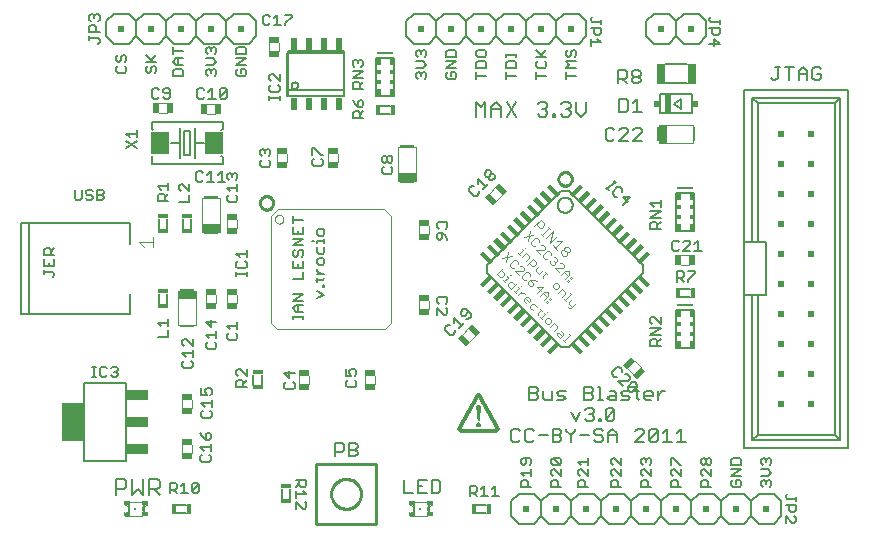
<source format=gto>
G75*
G70*
%OFA0B0*%
%FSLAX24Y24*%
%IPPOS*%
%LPD*%
%AMOC8*
5,1,8,0,0,1.08239X$1,22.5*
%
%ADD10C,0.0060*%
%ADD11C,0.0050*%
%ADD12C,0.0100*%
%ADD13C,0.0070*%
%ADD14R,0.0374X0.0197*%
%ADD15R,0.0374X0.0197*%
%ADD16C,0.0040*%
%ADD17R,0.0472X0.0079*%
%ADD18R,0.0591X0.0256*%
%ADD19R,0.0197X0.0374*%
%ADD20R,0.0197X0.0374*%
%ADD21R,0.0340X0.0160*%
%ADD22R,0.0193X0.0433*%
%ADD23C,0.0080*%
%ADD24R,0.0160X0.0340*%
%ADD25R,0.0730X0.1260*%
%ADD26R,0.0730X0.0340*%
%ADD27R,0.0200X0.0200*%
%ADD28R,0.0197X0.0128*%
%ADD29R,0.0098X0.0059*%
%ADD30R,0.0069X0.0157*%
%ADD31R,0.0079X0.0079*%
%ADD32R,0.0118X0.0118*%
%ADD33R,0.0030X0.0128*%
%ADD34C,0.0120*%
%ADD35R,0.0079X0.0472*%
%ADD36R,0.0256X0.0591*%
%ADD37R,0.0600X0.0750*%
%ADD38R,0.0472X0.0157*%
%ADD39C,0.0079*%
%ADD40C,0.0039*%
%ADD41C,0.0086*%
%ADD42R,0.0118X0.0236*%
%ADD43R,0.0118X0.0157*%
%ADD44R,0.0118X0.0197*%
%ADD45R,0.0551X0.0039*%
%ADD46R,0.0551X0.0079*%
%ADD47R,0.0039X0.0079*%
%ADD48R,0.0195X0.0240*%
%ADD49R,0.0197X0.0630*%
%ADD50R,0.0290X0.0690*%
D10*
X005283Y001061D02*
X005624Y001061D01*
X005624Y001342D02*
X005283Y001342D01*
X008813Y001531D02*
X008813Y001872D01*
X009094Y001872D02*
X009094Y001531D01*
X010584Y002957D02*
X010584Y003397D01*
X010804Y003397D01*
X010877Y003324D01*
X010877Y003177D01*
X010804Y003103D01*
X010584Y003103D01*
X011044Y003177D02*
X011264Y003177D01*
X011337Y003103D01*
X011337Y003030D01*
X011264Y002957D01*
X011044Y002957D01*
X011044Y003397D01*
X011264Y003397D01*
X011337Y003324D01*
X011337Y003250D01*
X011264Y003177D01*
X012884Y002172D02*
X012884Y001732D01*
X013177Y001732D01*
X013344Y001732D02*
X013637Y001732D01*
X013804Y001732D02*
X014024Y001732D01*
X014098Y001805D01*
X014098Y002099D01*
X014024Y002172D01*
X013804Y002172D01*
X013804Y001732D01*
X013491Y001952D02*
X013344Y001952D01*
X013344Y002172D02*
X013344Y001732D01*
X013344Y002172D02*
X013637Y002172D01*
X015283Y001342D02*
X015624Y001342D01*
X015624Y001061D02*
X015283Y001061D01*
X016454Y000952D02*
X016454Y001452D01*
X016704Y001702D01*
X017204Y001702D01*
X017454Y001452D01*
X017704Y001702D01*
X018204Y001702D01*
X018454Y001452D01*
X018704Y001702D01*
X019204Y001702D01*
X019454Y001452D01*
X019704Y001702D01*
X020204Y001702D01*
X020454Y001452D01*
X020704Y001702D01*
X021204Y001702D01*
X021454Y001452D01*
X021704Y001702D01*
X022204Y001702D01*
X022454Y001452D01*
X022704Y001702D01*
X023204Y001702D01*
X023454Y001452D01*
X023704Y001702D01*
X024204Y001702D01*
X024454Y001452D01*
X024704Y001702D01*
X025204Y001702D01*
X025454Y001452D01*
X025454Y000952D01*
X025204Y000702D01*
X024704Y000702D01*
X024454Y000952D01*
X024204Y000702D01*
X023704Y000702D01*
X023454Y000952D01*
X023454Y001452D01*
X023454Y000952D02*
X023204Y000702D01*
X022704Y000702D01*
X022454Y000952D01*
X022204Y000702D01*
X021704Y000702D01*
X021454Y000952D01*
X021204Y000702D01*
X020704Y000702D01*
X020454Y000952D01*
X020454Y001452D01*
X020454Y000952D02*
X020204Y000702D01*
X019704Y000702D01*
X019454Y000952D01*
X019204Y000702D01*
X018704Y000702D01*
X018454Y000952D01*
X018204Y000702D01*
X017704Y000702D01*
X017454Y000952D01*
X017204Y000702D01*
X016704Y000702D01*
X016454Y000952D01*
X017454Y000952D02*
X017454Y001452D01*
X018454Y001452D02*
X018454Y000952D01*
X019454Y000952D02*
X019454Y001452D01*
X021454Y001452D02*
X021454Y000952D01*
X022454Y000952D02*
X022454Y001452D01*
X024454Y001452D02*
X024454Y000952D01*
X024221Y003225D02*
X024221Y008316D01*
X024946Y008316D01*
X024946Y010087D01*
X024674Y010087D01*
X024221Y010087D01*
X024221Y015178D01*
X027686Y015178D01*
X027686Y003225D01*
X024221Y003225D01*
X024493Y003497D02*
X024674Y003678D01*
X024674Y008316D01*
X024493Y008316D02*
X024493Y003497D01*
X027414Y003497D01*
X027233Y003678D01*
X024674Y003678D01*
X022270Y003432D02*
X021976Y003432D01*
X022123Y003432D02*
X022123Y003872D01*
X021976Y003725D01*
X021663Y003872D02*
X021663Y003432D01*
X021516Y003432D02*
X021810Y003432D01*
X021516Y003725D02*
X021663Y003872D01*
X021349Y003799D02*
X021349Y003505D01*
X021276Y003432D01*
X021129Y003432D01*
X021056Y003505D01*
X021349Y003799D01*
X021276Y003872D01*
X021129Y003872D01*
X021056Y003799D01*
X021056Y003505D01*
X020889Y003432D02*
X020595Y003432D01*
X020889Y003725D01*
X020889Y003799D01*
X020815Y003872D01*
X020669Y003872D01*
X020595Y003799D01*
X019968Y003725D02*
X019968Y003432D01*
X019968Y003652D02*
X019675Y003652D01*
X019675Y003725D02*
X019675Y003432D01*
X019508Y003505D02*
X019508Y003578D01*
X019434Y003652D01*
X019288Y003652D01*
X019214Y003725D01*
X019214Y003799D01*
X019288Y003872D01*
X019434Y003872D01*
X019508Y003799D01*
X019675Y003725D02*
X019821Y003872D01*
X019968Y003725D01*
X019823Y004132D02*
X019676Y004132D01*
X019603Y004205D01*
X019896Y004499D01*
X019896Y004205D01*
X019823Y004132D01*
X019603Y004205D02*
X019603Y004499D01*
X019676Y004572D01*
X019823Y004572D01*
X019896Y004499D01*
X019954Y004832D02*
X019734Y004832D01*
X019661Y004905D01*
X019734Y004978D01*
X019954Y004978D01*
X019954Y005052D02*
X019954Y004832D01*
X020121Y004832D02*
X020341Y004832D01*
X020415Y004905D01*
X020341Y004978D01*
X020194Y004978D01*
X020121Y005052D01*
X020194Y005125D01*
X020415Y005125D01*
X020581Y005125D02*
X020728Y005125D01*
X020655Y005199D02*
X020655Y004905D01*
X020728Y004832D01*
X020888Y004905D02*
X020888Y005052D01*
X020962Y005125D01*
X021108Y005125D01*
X021182Y005052D01*
X021182Y004978D01*
X020888Y004978D01*
X020888Y004905D02*
X020962Y004832D01*
X021108Y004832D01*
X021349Y004832D02*
X021349Y005125D01*
X021495Y005125D02*
X021349Y004978D01*
X021495Y005125D02*
X021569Y005125D01*
X019954Y005052D02*
X019881Y005125D01*
X019734Y005125D01*
X019427Y005272D02*
X019427Y004832D01*
X019354Y004832D02*
X019501Y004832D01*
X019187Y004905D02*
X019114Y004832D01*
X018893Y004832D01*
X018893Y005272D01*
X019114Y005272D01*
X019187Y005199D01*
X019187Y005125D01*
X019114Y005052D01*
X018893Y005052D01*
X019114Y005052D02*
X019187Y004978D01*
X019187Y004905D01*
X019133Y004572D02*
X018986Y004572D01*
X018912Y004499D01*
X018746Y004425D02*
X018599Y004132D01*
X018452Y004425D01*
X018193Y004832D02*
X017973Y004832D01*
X018046Y004978D02*
X017973Y005052D01*
X018046Y005125D01*
X018266Y005125D01*
X018193Y004978D02*
X018046Y004978D01*
X018193Y004978D02*
X018266Y004905D01*
X018193Y004832D01*
X017806Y004832D02*
X017806Y005125D01*
X017512Y005125D02*
X017512Y004905D01*
X017586Y004832D01*
X017806Y004832D01*
X017346Y004905D02*
X017272Y004832D01*
X017052Y004832D01*
X017052Y005272D01*
X017272Y005272D01*
X017346Y005199D01*
X017346Y005125D01*
X017272Y005052D01*
X017052Y005052D01*
X017272Y005052D02*
X017346Y004978D01*
X017346Y004905D01*
X017133Y003872D02*
X016986Y003872D01*
X016912Y003799D01*
X016912Y003505D01*
X016986Y003432D01*
X017133Y003432D01*
X017206Y003505D01*
X017373Y003652D02*
X017666Y003652D01*
X017833Y003652D02*
X018053Y003652D01*
X018127Y003578D01*
X018127Y003505D01*
X018053Y003432D01*
X017833Y003432D01*
X017833Y003872D01*
X018053Y003872D01*
X018127Y003799D01*
X018127Y003725D01*
X018053Y003652D01*
X018293Y003799D02*
X018440Y003652D01*
X018440Y003432D01*
X018440Y003652D02*
X018587Y003799D01*
X018587Y003872D01*
X018754Y003652D02*
X019047Y003652D01*
X019214Y003505D02*
X019288Y003432D01*
X019434Y003432D01*
X019508Y003505D01*
X019446Y004132D02*
X019373Y004132D01*
X019373Y004205D01*
X019446Y004205D01*
X019446Y004132D01*
X019206Y004205D02*
X019133Y004132D01*
X018986Y004132D01*
X018912Y004205D01*
X019059Y004352D02*
X019133Y004352D01*
X019206Y004278D01*
X019206Y004205D01*
X019133Y004352D02*
X019206Y004425D01*
X019206Y004499D01*
X019133Y004572D01*
X019354Y005272D02*
X019427Y005272D01*
X018293Y003872D02*
X018293Y003799D01*
X017206Y003799D02*
X017133Y003872D01*
X016746Y003799D02*
X016672Y003872D01*
X016525Y003872D01*
X016452Y003799D01*
X016452Y003505D01*
X016525Y003432D01*
X016672Y003432D01*
X016746Y003505D01*
X022083Y008261D02*
X022424Y008261D01*
X022424Y008542D02*
X022083Y008542D01*
X024221Y008316D02*
X024221Y010087D01*
X024493Y010087D02*
X024493Y014906D01*
X024674Y014725D01*
X024674Y010087D01*
X020818Y013455D02*
X020524Y013455D01*
X020818Y013749D01*
X020818Y013822D01*
X020744Y013896D01*
X020598Y013896D01*
X020524Y013822D01*
X020358Y013822D02*
X020358Y013749D01*
X020064Y013455D01*
X020358Y013455D01*
X020358Y013822D02*
X020284Y013896D01*
X020137Y013896D01*
X020064Y013822D01*
X019897Y013822D02*
X019824Y013896D01*
X019677Y013896D01*
X019604Y013822D01*
X019604Y013529D01*
X019677Y013455D01*
X019824Y013455D01*
X019897Y013529D01*
X020050Y014425D02*
X020271Y014425D01*
X020344Y014499D01*
X020344Y014792D01*
X020271Y014866D01*
X020050Y014866D01*
X020050Y014425D01*
X020511Y014425D02*
X020804Y014425D01*
X020658Y014425D02*
X020658Y014866D01*
X020511Y014719D01*
X020547Y015382D02*
X020473Y015455D01*
X020473Y015528D01*
X020547Y015602D01*
X020693Y015602D01*
X020767Y015528D01*
X020767Y015455D01*
X020693Y015382D01*
X020547Y015382D01*
X020547Y015602D02*
X020473Y015675D01*
X020473Y015749D01*
X020547Y015822D01*
X020693Y015822D01*
X020767Y015749D01*
X020767Y015675D01*
X020693Y015602D01*
X020306Y015602D02*
X020306Y015749D01*
X020233Y015822D01*
X020013Y015822D01*
X020013Y015382D01*
X020013Y015528D02*
X020233Y015528D01*
X020306Y015602D01*
X020160Y015528D02*
X020306Y015382D01*
X021574Y015382D02*
X022329Y015382D01*
X022329Y016022D02*
X021574Y016022D01*
X021704Y016702D02*
X021204Y016702D01*
X020954Y016952D01*
X020954Y017452D01*
X021204Y017702D01*
X021704Y017702D01*
X021954Y017452D01*
X022204Y017702D01*
X022704Y017702D01*
X022954Y017452D01*
X022954Y016952D01*
X022704Y016702D01*
X022204Y016702D01*
X021954Y016952D01*
X021704Y016702D01*
X021954Y016952D02*
X021954Y017452D01*
X018954Y017452D02*
X018954Y016952D01*
X018704Y016702D01*
X018204Y016702D01*
X017954Y016952D01*
X017704Y016702D01*
X017204Y016702D01*
X016954Y016952D01*
X016954Y017452D01*
X017204Y017702D01*
X017704Y017702D01*
X017954Y017452D01*
X018204Y017702D01*
X018704Y017702D01*
X018954Y017452D01*
X017954Y017452D02*
X017954Y016952D01*
X016954Y016952D02*
X016704Y016702D01*
X016204Y016702D01*
X015954Y016952D01*
X015704Y016702D01*
X015204Y016702D01*
X014954Y016952D01*
X014704Y016702D01*
X014204Y016702D01*
X013954Y016952D01*
X013704Y016702D01*
X013204Y016702D01*
X012954Y016952D01*
X012954Y017452D01*
X013204Y017702D01*
X013704Y017702D01*
X013954Y017452D01*
X014204Y017702D01*
X014704Y017702D01*
X014954Y017452D01*
X015204Y017702D01*
X015704Y017702D01*
X015954Y017452D01*
X016204Y017702D01*
X016704Y017702D01*
X016954Y017452D01*
X015954Y017452D02*
X015954Y016952D01*
X014954Y016952D02*
X014954Y017452D01*
X013954Y017452D02*
X013954Y016952D01*
X012424Y014642D02*
X012083Y014642D01*
X012083Y014361D02*
X012424Y014361D01*
X007954Y016952D02*
X007954Y017452D01*
X007704Y017702D01*
X007204Y017702D01*
X006954Y017452D01*
X006704Y017702D01*
X006204Y017702D01*
X005954Y017452D01*
X005954Y016952D01*
X006204Y016702D01*
X006704Y016702D01*
X006954Y016952D01*
X006954Y017452D01*
X006954Y016952D02*
X007204Y016702D01*
X007704Y016702D01*
X007954Y016952D01*
X005954Y016952D02*
X005704Y016702D01*
X005204Y016702D01*
X004954Y016952D01*
X004704Y016702D01*
X004204Y016702D01*
X003954Y016952D01*
X003704Y016702D01*
X003204Y016702D01*
X002954Y016952D01*
X002954Y017452D01*
X003204Y017702D01*
X003704Y017702D01*
X003954Y017452D01*
X004204Y017702D01*
X004704Y017702D01*
X004954Y017452D01*
X005204Y017702D01*
X005704Y017702D01*
X005954Y017452D01*
X004954Y017452D02*
X004954Y016952D01*
X003954Y016952D02*
X003954Y017452D01*
X004713Y010872D02*
X004713Y010531D01*
X004994Y010531D02*
X004994Y010872D01*
X005513Y010872D02*
X005513Y010531D01*
X005794Y010531D02*
X005794Y010872D01*
X004994Y008372D02*
X004994Y008031D01*
X004713Y008031D02*
X004713Y008372D01*
X007863Y005670D02*
X007863Y005330D01*
X008144Y005330D02*
X008144Y005670D01*
X024493Y014906D02*
X027414Y014906D01*
X027233Y014725D01*
X024674Y014725D01*
X025187Y015492D02*
X025260Y015492D01*
X025334Y015565D01*
X025334Y015932D01*
X025407Y015932D02*
X025260Y015932D01*
X025574Y015932D02*
X025867Y015932D01*
X025721Y015932D02*
X025721Y015492D01*
X026034Y015492D02*
X026034Y015785D01*
X026181Y015932D01*
X026328Y015785D01*
X026328Y015492D01*
X026495Y015565D02*
X026568Y015492D01*
X026715Y015492D01*
X026788Y015565D01*
X026788Y015712D01*
X026641Y015712D01*
X026495Y015859D02*
X026495Y015565D01*
X026328Y015712D02*
X026034Y015712D01*
X026495Y015859D02*
X026568Y015932D01*
X026715Y015932D01*
X026788Y015859D01*
X027414Y014906D02*
X027414Y003497D01*
X027233Y003678D02*
X027233Y014725D01*
X025187Y015492D02*
X025114Y015565D01*
D11*
X023399Y016695D02*
X023224Y016870D01*
X023224Y016636D01*
X023049Y016695D02*
X023399Y016695D01*
X023340Y017005D02*
X023224Y017005D01*
X023165Y017063D01*
X023165Y017238D01*
X023049Y017238D02*
X023399Y017238D01*
X023399Y017063D01*
X023340Y017005D01*
X023399Y017373D02*
X023399Y017490D01*
X023399Y017431D02*
X023107Y017431D01*
X023049Y017490D01*
X023049Y017548D01*
X023107Y017607D01*
X019449Y017490D02*
X019449Y017373D01*
X019449Y017431D02*
X019157Y017431D01*
X019099Y017490D01*
X019099Y017548D01*
X019157Y017607D01*
X019099Y017238D02*
X019449Y017238D01*
X019449Y017063D01*
X019390Y017005D01*
X019274Y017005D01*
X019215Y017063D01*
X019215Y017238D01*
X019099Y016870D02*
X019099Y016636D01*
X019099Y016753D02*
X019449Y016753D01*
X019332Y016870D01*
X018629Y016438D02*
X018629Y016322D01*
X018570Y016263D01*
X018453Y016322D02*
X018453Y016438D01*
X018512Y016497D01*
X018570Y016497D01*
X018629Y016438D01*
X018453Y016322D02*
X018395Y016263D01*
X018337Y016263D01*
X018278Y016322D01*
X018278Y016438D01*
X018337Y016497D01*
X018278Y016128D02*
X018629Y016128D01*
X018629Y015895D02*
X018278Y015895D01*
X018395Y016012D01*
X018278Y016128D01*
X018278Y015760D02*
X018278Y015527D01*
X018278Y015643D02*
X018629Y015643D01*
X017629Y015643D02*
X017278Y015643D01*
X017278Y015527D02*
X017278Y015760D01*
X017337Y015895D02*
X017570Y015895D01*
X017629Y015953D01*
X017629Y016070D01*
X017570Y016128D01*
X017512Y016263D02*
X017278Y016497D01*
X017278Y016263D02*
X017629Y016263D01*
X017453Y016322D02*
X017629Y016497D01*
X017337Y016128D02*
X017278Y016070D01*
X017278Y015953D01*
X017337Y015895D01*
X016629Y015895D02*
X016629Y016070D01*
X016570Y016128D01*
X016337Y016128D01*
X016278Y016070D01*
X016278Y015895D01*
X016629Y015895D01*
X016629Y015643D02*
X016278Y015643D01*
X016278Y015527D02*
X016278Y015760D01*
X015629Y015643D02*
X015278Y015643D01*
X015278Y015527D02*
X015278Y015760D01*
X015278Y015895D02*
X015278Y016070D01*
X015337Y016128D01*
X015570Y016128D01*
X015629Y016070D01*
X015629Y015895D01*
X015278Y015895D01*
X015337Y016263D02*
X015570Y016263D01*
X015629Y016322D01*
X015629Y016438D01*
X015570Y016497D01*
X015337Y016497D01*
X015278Y016438D01*
X015278Y016322D01*
X015337Y016263D01*
X014629Y016263D02*
X014629Y016438D01*
X014570Y016497D01*
X014337Y016497D01*
X014278Y016438D01*
X014278Y016263D01*
X014629Y016263D01*
X014629Y016128D02*
X014278Y016128D01*
X014278Y015895D02*
X014629Y016128D01*
X014629Y015895D02*
X014278Y015895D01*
X014337Y015760D02*
X014278Y015702D01*
X014278Y015585D01*
X014337Y015527D01*
X014570Y015527D01*
X014629Y015585D01*
X014629Y015702D01*
X014570Y015760D01*
X014453Y015760D01*
X014453Y015643D01*
X013629Y015585D02*
X013570Y015527D01*
X013629Y015585D02*
X013629Y015702D01*
X013570Y015760D01*
X013512Y015760D01*
X013453Y015702D01*
X013453Y015643D01*
X013453Y015702D02*
X013395Y015760D01*
X013337Y015760D01*
X013278Y015702D01*
X013278Y015585D01*
X013337Y015527D01*
X013278Y015895D02*
X013512Y015895D01*
X013629Y016012D01*
X013512Y016128D01*
X013278Y016128D01*
X013337Y016263D02*
X013278Y016322D01*
X013278Y016438D01*
X013337Y016497D01*
X013395Y016497D01*
X013453Y016438D01*
X013512Y016497D01*
X013570Y016497D01*
X013629Y016438D01*
X013629Y016322D01*
X013570Y016263D01*
X013453Y016380D02*
X013453Y016438D01*
X011516Y016121D02*
X011516Y016004D01*
X011458Y015946D01*
X011516Y015811D02*
X011166Y015811D01*
X011224Y015946D02*
X011166Y016004D01*
X011166Y016121D01*
X011224Y016179D01*
X011282Y016179D01*
X011341Y016121D01*
X011399Y016179D01*
X011458Y016179D01*
X011516Y016121D01*
X011341Y016121D02*
X011341Y016062D01*
X011516Y015811D02*
X011166Y015577D01*
X011516Y015577D01*
X011516Y015443D02*
X011399Y015326D01*
X011399Y015384D02*
X011399Y015209D01*
X011516Y015209D02*
X011166Y015209D01*
X011166Y015384D01*
X011224Y015443D01*
X011341Y015443D01*
X011399Y015384D01*
X010898Y014954D02*
X008969Y014954D01*
X008969Y016410D01*
X010898Y016410D01*
X010898Y014954D01*
X011178Y014828D02*
X011237Y014712D01*
X011353Y014595D01*
X011353Y014770D01*
X011412Y014828D01*
X011470Y014828D01*
X011529Y014770D01*
X011529Y014653D01*
X011470Y014595D01*
X011353Y014595D01*
X011353Y014460D02*
X011237Y014460D01*
X011178Y014402D01*
X011178Y014227D01*
X011529Y014227D01*
X011412Y014227D02*
X011412Y014402D01*
X011353Y014460D01*
X011412Y014343D02*
X011529Y014460D01*
X010120Y013013D02*
X009887Y013247D01*
X009828Y013247D01*
X009828Y013013D01*
X009887Y012879D02*
X009828Y012820D01*
X009828Y012703D01*
X009887Y012645D01*
X010120Y012645D01*
X010179Y012703D01*
X010179Y012820D01*
X010120Y012879D01*
X010120Y013013D02*
X010179Y013013D01*
X008429Y013022D02*
X008370Y012963D01*
X008429Y013022D02*
X008429Y013139D01*
X008370Y013197D01*
X008312Y013197D01*
X008253Y013139D01*
X008253Y013080D01*
X008253Y013139D02*
X008195Y013197D01*
X008137Y013197D01*
X008078Y013139D01*
X008078Y013022D01*
X008137Y012963D01*
X008137Y012829D02*
X008078Y012770D01*
X008078Y012653D01*
X008137Y012595D01*
X008370Y012595D01*
X008429Y012653D01*
X008429Y012770D01*
X008370Y012829D01*
X007329Y012338D02*
X007329Y012222D01*
X007270Y012163D01*
X007329Y012028D02*
X007329Y011795D01*
X007329Y011912D02*
X006978Y011912D01*
X007095Y011795D01*
X007037Y011660D02*
X006978Y011602D01*
X006978Y011485D01*
X007037Y011427D01*
X007270Y011427D01*
X007329Y011485D01*
X007329Y011602D01*
X007270Y011660D01*
X007037Y012163D02*
X006978Y012222D01*
X006978Y012338D01*
X007037Y012397D01*
X007095Y012397D01*
X007153Y012338D01*
X007212Y012397D01*
X007270Y012397D01*
X007329Y012338D01*
X007153Y012338D02*
X007153Y012280D01*
X006919Y012110D02*
X006685Y012110D01*
X006802Y012110D02*
X006802Y012461D01*
X006685Y012344D01*
X006550Y012110D02*
X006317Y012110D01*
X006434Y012110D02*
X006434Y012461D01*
X006317Y012344D01*
X006182Y012402D02*
X006124Y012461D01*
X006007Y012461D01*
X005949Y012402D01*
X005949Y012169D01*
X006007Y012110D01*
X006124Y012110D01*
X006182Y012169D01*
X005729Y012028D02*
X005729Y011795D01*
X005495Y012028D01*
X005437Y012028D01*
X005378Y011970D01*
X005378Y011853D01*
X005437Y011795D01*
X005729Y011660D02*
X005729Y011427D01*
X005378Y011427D01*
X005029Y011477D02*
X004678Y011477D01*
X004678Y011652D01*
X004737Y011710D01*
X004853Y011710D01*
X004912Y011652D01*
X004912Y011477D01*
X004912Y011593D02*
X005029Y011710D01*
X005029Y011845D02*
X005029Y012078D01*
X005029Y011962D02*
X004678Y011962D01*
X004795Y011845D01*
X004472Y012693D02*
X006835Y012693D01*
X006835Y012929D01*
X006795Y012969D01*
X006204Y013402D02*
X005904Y013402D01*
X005904Y013902D01*
X005754Y013802D02*
X005554Y013802D01*
X005554Y013002D01*
X005754Y013002D01*
X005754Y013802D01*
X005404Y013902D02*
X005404Y013402D01*
X005104Y013402D01*
X005404Y013402D02*
X005404Y012902D01*
X005904Y012902D02*
X005904Y013402D01*
X006795Y013835D02*
X006835Y013874D01*
X006835Y014110D01*
X004472Y014110D01*
X004472Y013874D01*
X004512Y013835D01*
X003979Y013828D02*
X003979Y013595D01*
X003979Y013712D02*
X003628Y013712D01*
X003745Y013595D01*
X003628Y013460D02*
X003979Y013227D01*
X003979Y013460D02*
X003628Y013227D01*
X004472Y012929D02*
X004472Y012693D01*
X004472Y012929D02*
X004512Y012969D01*
X002874Y011784D02*
X002874Y011725D01*
X002815Y011667D01*
X002640Y011667D01*
X002506Y011609D02*
X002506Y011550D01*
X002447Y011492D01*
X002330Y011492D01*
X002272Y011550D01*
X002330Y011667D02*
X002447Y011667D01*
X002506Y011609D01*
X002506Y011784D02*
X002447Y011842D01*
X002330Y011842D01*
X002272Y011784D01*
X002272Y011725D01*
X002330Y011667D01*
X002137Y011550D02*
X002079Y011492D01*
X001962Y011492D01*
X001904Y011550D01*
X001904Y011842D01*
X002137Y011842D02*
X002137Y011550D01*
X002640Y011492D02*
X002815Y011492D01*
X002874Y011550D01*
X002874Y011609D01*
X002815Y011667D01*
X002874Y011784D02*
X002815Y011842D01*
X002640Y011842D01*
X002640Y011492D01*
X002828Y010717D02*
X001883Y010717D01*
X000662Y010717D01*
X000387Y010717D01*
X000131Y010717D01*
X000131Y007686D01*
X000387Y007686D01*
X000662Y007686D01*
X001883Y007686D01*
X002828Y007686D01*
X003753Y007686D01*
X003753Y007961D01*
X003753Y008355D01*
X005029Y007528D02*
X005029Y007295D01*
X005029Y007412D02*
X004678Y007412D01*
X004795Y007295D01*
X005029Y007160D02*
X005029Y006927D01*
X004678Y006927D01*
X005494Y006808D02*
X005494Y006692D01*
X005553Y006633D01*
X005494Y006808D02*
X005553Y006867D01*
X005611Y006867D01*
X005845Y006633D01*
X005845Y006867D01*
X005845Y006498D02*
X005845Y006265D01*
X005845Y006382D02*
X005494Y006382D01*
X005611Y006265D01*
X005553Y006130D02*
X005494Y006072D01*
X005494Y005955D01*
X005553Y005897D01*
X005786Y005897D01*
X005845Y005955D01*
X005845Y006072D01*
X005786Y006130D01*
X006278Y006585D02*
X006337Y006527D01*
X006570Y006527D01*
X006629Y006585D01*
X006629Y006702D01*
X006570Y006760D01*
X006629Y006895D02*
X006629Y007128D01*
X006629Y007012D02*
X006278Y007012D01*
X006395Y006895D01*
X006337Y006760D02*
X006278Y006702D01*
X006278Y006585D01*
X006978Y006885D02*
X007037Y006827D01*
X007270Y006827D01*
X007329Y006885D01*
X007329Y007002D01*
X007270Y007060D01*
X007329Y007195D02*
X007329Y007428D01*
X007329Y007312D02*
X006978Y007312D01*
X007095Y007195D01*
X007037Y007060D02*
X006978Y007002D01*
X006978Y006885D01*
X006453Y007263D02*
X006453Y007497D01*
X006278Y007438D02*
X006453Y007263D01*
X006278Y007438D02*
X006629Y007438D01*
X007357Y005860D02*
X007298Y005801D01*
X007298Y005685D01*
X007357Y005626D01*
X007357Y005492D02*
X007298Y005433D01*
X007298Y005258D01*
X007649Y005258D01*
X007532Y005258D02*
X007532Y005433D01*
X007473Y005492D01*
X007357Y005492D01*
X007532Y005375D02*
X007649Y005492D01*
X007649Y005626D02*
X007415Y005860D01*
X007357Y005860D01*
X007649Y005860D02*
X007649Y005626D01*
X008887Y005730D02*
X009062Y005555D01*
X009062Y005788D01*
X009237Y005730D02*
X008887Y005730D01*
X008945Y005420D02*
X008887Y005362D01*
X008887Y005245D01*
X008945Y005187D01*
X009179Y005187D01*
X009237Y005245D01*
X009237Y005362D01*
X009179Y005420D01*
X010947Y005432D02*
X010947Y005315D01*
X011005Y005257D01*
X011239Y005257D01*
X011297Y005315D01*
X011297Y005432D01*
X011239Y005490D01*
X011239Y005625D02*
X011297Y005683D01*
X011297Y005800D01*
X011239Y005858D01*
X011122Y005858D01*
X011064Y005800D01*
X011064Y005742D01*
X011122Y005625D01*
X010947Y005625D01*
X010947Y005858D01*
X011005Y005490D02*
X010947Y005432D01*
X009529Y007527D02*
X009529Y007643D01*
X009529Y007585D02*
X009178Y007585D01*
X009178Y007527D02*
X009178Y007643D01*
X009295Y007772D02*
X009178Y007889D01*
X009295Y008006D01*
X009529Y008006D01*
X009529Y008140D02*
X009178Y008140D01*
X009529Y008374D01*
X009178Y008374D01*
X009353Y008006D02*
X009353Y007772D01*
X009295Y007772D02*
X009529Y007772D01*
X009995Y008227D02*
X010229Y008343D01*
X009995Y008460D01*
X010170Y008595D02*
X010170Y008653D01*
X010229Y008653D01*
X010229Y008595D01*
X010170Y008595D01*
X010170Y008837D02*
X009937Y008837D01*
X009995Y008779D02*
X009995Y008896D01*
X009995Y009025D02*
X010229Y009025D01*
X010112Y009025D02*
X009995Y009141D01*
X009995Y009200D01*
X010053Y009331D02*
X010170Y009331D01*
X010229Y009390D01*
X010229Y009507D01*
X010170Y009565D01*
X010053Y009565D01*
X009995Y009507D01*
X009995Y009390D01*
X010053Y009331D01*
X010053Y009700D02*
X010170Y009700D01*
X010229Y009758D01*
X010229Y009933D01*
X010229Y010068D02*
X010229Y010185D01*
X010229Y010126D02*
X009995Y010126D01*
X009995Y010068D01*
X009878Y010126D02*
X009820Y010126D01*
X009995Y009933D02*
X009995Y009758D01*
X010053Y009700D01*
X009529Y009672D02*
X009470Y009614D01*
X009529Y009672D02*
X009529Y009789D01*
X009470Y009847D01*
X009412Y009847D01*
X009353Y009789D01*
X009353Y009672D01*
X009295Y009614D01*
X009237Y009614D01*
X009178Y009672D01*
X009178Y009789D01*
X009237Y009847D01*
X009178Y009982D02*
X009529Y010215D01*
X009178Y010215D01*
X009178Y010350D02*
X009529Y010350D01*
X009529Y010584D01*
X009353Y010467D02*
X009353Y010350D01*
X009178Y010350D02*
X009178Y010584D01*
X009178Y010719D02*
X009178Y010952D01*
X009178Y010835D02*
X009529Y010835D01*
X009995Y010489D02*
X009995Y010372D01*
X010053Y010314D01*
X010170Y010314D01*
X010229Y010372D01*
X010229Y010489D01*
X010170Y010547D01*
X010053Y010547D01*
X009995Y010489D01*
X009529Y009982D02*
X009178Y009982D01*
X009178Y009479D02*
X009178Y009245D01*
X009529Y009245D01*
X009529Y009479D01*
X009353Y009362D02*
X009353Y009245D01*
X009529Y009111D02*
X009529Y008877D01*
X009178Y008877D01*
X010170Y008837D02*
X010229Y008896D01*
X007642Y008975D02*
X007642Y009091D01*
X007642Y009033D02*
X007292Y009033D01*
X007292Y008975D02*
X007292Y009091D01*
X007350Y009220D02*
X007292Y009278D01*
X007292Y009395D01*
X007350Y009454D01*
X007408Y009588D02*
X007292Y009705D01*
X007642Y009705D01*
X007642Y009588D02*
X007642Y009822D01*
X007584Y009454D02*
X007642Y009395D01*
X007642Y009278D01*
X007584Y009220D01*
X007350Y009220D01*
X003753Y010048D02*
X003753Y010442D01*
X003753Y010717D01*
X002828Y010717D01*
X001229Y009897D02*
X001112Y009780D01*
X001112Y009838D02*
X001112Y009663D01*
X001229Y009663D02*
X000878Y009663D01*
X000878Y009838D01*
X000937Y009897D01*
X001053Y009897D01*
X001112Y009838D01*
X001229Y009528D02*
X001229Y009295D01*
X000878Y009295D01*
X000878Y009528D01*
X001053Y009412D02*
X001053Y009295D01*
X000878Y009160D02*
X000878Y009043D01*
X000878Y009102D02*
X001170Y009102D01*
X001229Y009043D01*
X001229Y008985D01*
X001170Y008927D01*
X000387Y007686D02*
X000387Y010717D01*
X004537Y014877D02*
X004654Y014877D01*
X004712Y014935D01*
X004847Y014935D02*
X004905Y014877D01*
X005022Y014877D01*
X005080Y014935D01*
X005080Y015168D01*
X005022Y015227D01*
X004905Y015227D01*
X004847Y015168D01*
X004847Y015110D01*
X004905Y015052D01*
X005080Y015052D01*
X004712Y015168D02*
X004654Y015227D01*
X004537Y015227D01*
X004479Y015168D01*
X004479Y014935D01*
X004537Y014877D01*
X004570Y015727D02*
X004629Y015785D01*
X004629Y015902D01*
X004570Y015960D01*
X004512Y015960D01*
X004453Y015902D01*
X004453Y015785D01*
X004395Y015727D01*
X004337Y015727D01*
X004278Y015785D01*
X004278Y015902D01*
X004337Y015960D01*
X004278Y016095D02*
X004629Y016095D01*
X004512Y016095D02*
X004278Y016328D01*
X004453Y016153D02*
X004629Y016328D01*
X005178Y016363D02*
X005178Y016597D01*
X005178Y016480D02*
X005529Y016480D01*
X005529Y016228D02*
X005295Y016228D01*
X005178Y016112D01*
X005295Y015995D01*
X005529Y015995D01*
X005470Y015860D02*
X005237Y015860D01*
X005178Y015802D01*
X005178Y015627D01*
X005529Y015627D01*
X005529Y015802D01*
X005470Y015860D01*
X005353Y015995D02*
X005353Y016228D01*
X006278Y016228D02*
X006512Y016228D01*
X006629Y016112D01*
X006512Y015995D01*
X006278Y015995D01*
X006337Y015860D02*
X006395Y015860D01*
X006453Y015802D01*
X006512Y015860D01*
X006570Y015860D01*
X006629Y015802D01*
X006629Y015685D01*
X006570Y015627D01*
X006453Y015743D02*
X006453Y015802D01*
X006337Y015860D02*
X006278Y015802D01*
X006278Y015685D01*
X006337Y015627D01*
X006482Y015227D02*
X006365Y015110D01*
X006231Y015168D02*
X006172Y015227D01*
X006055Y015227D01*
X005997Y015168D01*
X005997Y014935D01*
X006055Y014877D01*
X006172Y014877D01*
X006231Y014935D01*
X006365Y014877D02*
X006599Y014877D01*
X006482Y014877D02*
X006482Y015227D01*
X006734Y015168D02*
X006792Y015227D01*
X006909Y015227D01*
X006967Y015168D01*
X006734Y014935D01*
X006792Y014877D01*
X006909Y014877D01*
X006967Y014935D01*
X006967Y015168D01*
X006734Y015168D02*
X006734Y014935D01*
X007337Y015627D02*
X007278Y015685D01*
X007278Y015802D01*
X007337Y015860D01*
X007453Y015860D02*
X007453Y015743D01*
X007453Y015860D02*
X007570Y015860D01*
X007629Y015802D01*
X007629Y015685D01*
X007570Y015627D01*
X007337Y015627D01*
X007278Y015995D02*
X007629Y016228D01*
X007278Y016228D01*
X007278Y016363D02*
X007278Y016538D01*
X007337Y016597D01*
X007570Y016597D01*
X007629Y016538D01*
X007629Y016363D01*
X007278Y016363D01*
X007278Y015995D02*
X007629Y015995D01*
X008397Y015634D02*
X008397Y015517D01*
X008455Y015459D01*
X008455Y015324D02*
X008397Y015266D01*
X008397Y015149D01*
X008455Y015091D01*
X008689Y015091D01*
X008747Y015149D01*
X008747Y015266D01*
X008689Y015324D01*
X008747Y015459D02*
X008514Y015692D01*
X008455Y015692D01*
X008397Y015634D01*
X008747Y015692D02*
X008747Y015459D01*
X009134Y015308D02*
X009136Y015328D01*
X009141Y015348D01*
X009151Y015366D01*
X009163Y015383D01*
X009178Y015397D01*
X009196Y015407D01*
X009215Y015415D01*
X009235Y015419D01*
X009255Y015419D01*
X009275Y015415D01*
X009294Y015407D01*
X009312Y015397D01*
X009327Y015383D01*
X009339Y015366D01*
X009349Y015348D01*
X009354Y015328D01*
X009356Y015308D01*
X009354Y015288D01*
X009349Y015268D01*
X009339Y015250D01*
X009327Y015233D01*
X009312Y015219D01*
X009294Y015209D01*
X009275Y015201D01*
X009255Y015197D01*
X009235Y015197D01*
X009215Y015201D01*
X009196Y015209D01*
X009178Y015219D01*
X009163Y015233D01*
X009151Y015250D01*
X009141Y015268D01*
X009136Y015288D01*
X009134Y015308D01*
X008747Y014962D02*
X008747Y014845D01*
X008747Y014903D02*
X008397Y014903D01*
X008397Y014845D02*
X008397Y014962D01*
X006629Y016422D02*
X006570Y016363D01*
X006629Y016422D02*
X006629Y016538D01*
X006570Y016597D01*
X006512Y016597D01*
X006453Y016538D01*
X006453Y016480D01*
X006453Y016538D02*
X006395Y016597D01*
X006337Y016597D01*
X006278Y016538D01*
X006278Y016422D01*
X006337Y016363D01*
X008179Y017382D02*
X008179Y017615D01*
X008237Y017674D01*
X008354Y017674D01*
X008412Y017615D01*
X008547Y017557D02*
X008664Y017674D01*
X008664Y017324D01*
X008780Y017324D02*
X008547Y017324D01*
X008412Y017382D02*
X008354Y017324D01*
X008237Y017324D01*
X008179Y017382D01*
X008915Y017382D02*
X008915Y017324D01*
X008915Y017382D02*
X009149Y017615D01*
X009149Y017674D01*
X008915Y017674D01*
X003629Y016270D02*
X003629Y016153D01*
X003570Y016095D01*
X003453Y016153D02*
X003453Y016270D01*
X003512Y016328D01*
X003570Y016328D01*
X003629Y016270D01*
X003453Y016153D02*
X003395Y016095D01*
X003337Y016095D01*
X003278Y016153D01*
X003278Y016270D01*
X003337Y016328D01*
X003337Y015960D02*
X003278Y015902D01*
X003278Y015785D01*
X003337Y015727D01*
X003570Y015727D01*
X003629Y015785D01*
X003629Y015902D01*
X003570Y015960D01*
X002740Y016773D02*
X002682Y016715D01*
X002740Y016773D02*
X002740Y016832D01*
X002682Y016890D01*
X002390Y016890D01*
X002390Y016832D02*
X002390Y016949D01*
X002390Y017083D02*
X002390Y017259D01*
X002448Y017317D01*
X002565Y017317D01*
X002623Y017259D01*
X002623Y017083D01*
X002740Y017083D02*
X002390Y017083D01*
X002448Y017452D02*
X002390Y017510D01*
X002390Y017627D01*
X002448Y017685D01*
X002507Y017685D01*
X002565Y017627D01*
X002623Y017685D01*
X002682Y017685D01*
X002740Y017627D01*
X002740Y017510D01*
X002682Y017452D01*
X002565Y017568D02*
X002565Y017627D01*
X012144Y012922D02*
X012144Y012805D01*
X012203Y012746D01*
X012261Y012746D01*
X012320Y012805D01*
X012320Y012922D01*
X012378Y012980D01*
X012436Y012980D01*
X012495Y012922D01*
X012495Y012805D01*
X012436Y012746D01*
X012378Y012746D01*
X012320Y012805D01*
X012320Y012922D02*
X012261Y012980D01*
X012203Y012980D01*
X012144Y012922D01*
X012203Y012612D02*
X012144Y012553D01*
X012144Y012436D01*
X012203Y012378D01*
X012436Y012378D01*
X012495Y012436D01*
X012495Y012553D01*
X012436Y012612D01*
X015054Y011883D02*
X015054Y011801D01*
X015219Y011636D01*
X015302Y011636D01*
X015384Y011718D01*
X015384Y011801D01*
X015521Y011855D02*
X015686Y012020D01*
X015603Y011937D02*
X015356Y012185D01*
X015356Y012020D01*
X015219Y011966D02*
X015137Y011966D01*
X015054Y011883D01*
X015699Y012198D02*
X015699Y012280D01*
X015781Y012363D01*
X015864Y012363D01*
X015905Y012322D01*
X015905Y012239D01*
X015823Y012156D01*
X015740Y012156D01*
X015699Y012198D01*
X015699Y012280D02*
X015616Y012280D01*
X015575Y012322D01*
X015575Y012404D01*
X015657Y012487D01*
X015740Y012487D01*
X015781Y012445D01*
X015781Y012363D01*
X018004Y011323D02*
X018006Y011354D01*
X018012Y011385D01*
X018022Y011415D01*
X018035Y011443D01*
X018052Y011470D01*
X018072Y011494D01*
X018095Y011516D01*
X018120Y011534D01*
X018148Y011549D01*
X018177Y011561D01*
X018207Y011569D01*
X018238Y011573D01*
X018270Y011573D01*
X018301Y011569D01*
X018331Y011561D01*
X018360Y011549D01*
X018388Y011534D01*
X018413Y011516D01*
X018436Y011494D01*
X018456Y011470D01*
X018473Y011443D01*
X018486Y011415D01*
X018496Y011385D01*
X018502Y011354D01*
X018504Y011323D01*
X018502Y011292D01*
X018496Y011261D01*
X018486Y011231D01*
X018473Y011203D01*
X018456Y011176D01*
X018436Y011152D01*
X018413Y011130D01*
X018388Y011112D01*
X018360Y011097D01*
X018331Y011085D01*
X018301Y011077D01*
X018270Y011073D01*
X018238Y011073D01*
X018207Y011077D01*
X018177Y011085D01*
X018148Y011097D01*
X018120Y011112D01*
X018095Y011130D01*
X018072Y011152D01*
X018052Y011176D01*
X018035Y011203D01*
X018022Y011231D01*
X018012Y011261D01*
X018006Y011292D01*
X018004Y011323D01*
X019618Y011899D02*
X019701Y011816D01*
X019659Y011857D02*
X019907Y012105D01*
X019866Y012146D02*
X019948Y012064D01*
X019998Y011931D02*
X019833Y011766D01*
X019833Y011684D01*
X019916Y011601D01*
X019998Y011601D01*
X020176Y011588D02*
X020341Y011423D01*
X020176Y011341D02*
X020424Y011588D01*
X020176Y011588D01*
X020163Y011766D02*
X020163Y011849D01*
X020081Y011931D01*
X019998Y011931D01*
X021091Y011393D02*
X021208Y011276D01*
X021091Y011393D02*
X021441Y011393D01*
X021441Y011509D02*
X021441Y011276D01*
X021441Y011141D02*
X021091Y011141D01*
X021091Y010907D02*
X021441Y011141D01*
X021441Y010907D02*
X021091Y010907D01*
X021149Y010773D02*
X021266Y010773D01*
X021324Y010714D01*
X021324Y010539D01*
X021324Y010656D02*
X021441Y010773D01*
X021441Y010539D02*
X021091Y010539D01*
X021091Y010714D01*
X021149Y010773D01*
X021829Y010086D02*
X021829Y009852D01*
X021887Y009794D01*
X022004Y009794D01*
X022062Y009852D01*
X022197Y009794D02*
X022430Y010027D01*
X022430Y010086D01*
X022372Y010144D01*
X022255Y010144D01*
X022197Y010086D01*
X022062Y010086D02*
X022004Y010144D01*
X021887Y010144D01*
X021829Y010086D01*
X022197Y009794D02*
X022430Y009794D01*
X022565Y009794D02*
X022799Y009794D01*
X022682Y009794D02*
X022682Y010144D01*
X022565Y010027D01*
X022580Y009127D02*
X022347Y009127D01*
X022212Y009068D02*
X022212Y008952D01*
X022154Y008893D01*
X021979Y008893D01*
X022095Y008893D02*
X022212Y008777D01*
X022347Y008777D02*
X022347Y008835D01*
X022580Y009068D01*
X022580Y009127D01*
X022212Y009068D02*
X022154Y009127D01*
X021979Y009127D01*
X021979Y008777D01*
X021441Y007609D02*
X021441Y007376D01*
X021208Y007609D01*
X021149Y007609D01*
X021091Y007551D01*
X021091Y007434D01*
X021149Y007376D01*
X021091Y007241D02*
X021441Y007241D01*
X021091Y007007D01*
X021441Y007007D01*
X021441Y006873D02*
X021324Y006756D01*
X021324Y006814D02*
X021324Y006639D01*
X021441Y006639D02*
X021091Y006639D01*
X021091Y006814D01*
X021149Y006873D01*
X021266Y006873D01*
X021324Y006814D01*
X020143Y005860D02*
X020060Y005943D01*
X019978Y005943D01*
X019812Y005778D01*
X019812Y005695D01*
X019895Y005613D01*
X019978Y005613D01*
X020032Y005476D02*
X020362Y005476D01*
X020403Y005517D01*
X020403Y005600D01*
X020321Y005682D01*
X020238Y005682D01*
X020143Y005778D02*
X020143Y005860D01*
X020032Y005476D02*
X020197Y005311D01*
X020333Y005257D02*
X020333Y005174D01*
X020416Y005092D01*
X020498Y005092D01*
X020663Y005257D01*
X020333Y005257D01*
X020498Y005422D01*
X020581Y005422D01*
X020663Y005339D01*
X020663Y005257D01*
X020837Y002897D02*
X020778Y002838D01*
X020778Y002722D01*
X020837Y002663D01*
X020837Y002528D02*
X020778Y002470D01*
X020778Y002353D01*
X020837Y002295D01*
X020837Y002160D02*
X020778Y002102D01*
X020778Y001927D01*
X021129Y001927D01*
X021012Y001927D02*
X021012Y002102D01*
X020953Y002160D01*
X020837Y002160D01*
X021129Y002295D02*
X020895Y002528D01*
X020837Y002528D01*
X021070Y002663D02*
X021129Y002722D01*
X021129Y002838D01*
X021070Y002897D01*
X021012Y002897D01*
X020953Y002838D01*
X020953Y002780D01*
X020953Y002838D02*
X020895Y002897D01*
X020837Y002897D01*
X021129Y002528D02*
X021129Y002295D01*
X021778Y002353D02*
X021837Y002295D01*
X021778Y002353D02*
X021778Y002470D01*
X021837Y002528D01*
X021895Y002528D01*
X022129Y002295D01*
X022129Y002528D01*
X022129Y002663D02*
X022070Y002663D01*
X021837Y002897D01*
X021778Y002897D01*
X021778Y002663D01*
X021837Y002160D02*
X021953Y002160D01*
X022012Y002102D01*
X022012Y001927D01*
X022129Y001927D02*
X021778Y001927D01*
X021778Y002102D01*
X021837Y002160D01*
X022778Y002102D02*
X022778Y001927D01*
X023129Y001927D01*
X023012Y001927D02*
X023012Y002102D01*
X022953Y002160D01*
X022837Y002160D01*
X022778Y002102D01*
X022837Y002295D02*
X022778Y002353D01*
X022778Y002470D01*
X022837Y002528D01*
X022895Y002528D01*
X023129Y002295D01*
X023129Y002528D01*
X023070Y002663D02*
X023012Y002663D01*
X022953Y002722D01*
X022953Y002838D01*
X023012Y002897D01*
X023070Y002897D01*
X023129Y002838D01*
X023129Y002722D01*
X023070Y002663D01*
X022953Y002722D02*
X022895Y002663D01*
X022837Y002663D01*
X022778Y002722D01*
X022778Y002838D01*
X022837Y002897D01*
X022895Y002897D01*
X022953Y002838D01*
X023778Y002838D02*
X023778Y002663D01*
X024129Y002663D01*
X024129Y002838D01*
X024070Y002897D01*
X023837Y002897D01*
X023778Y002838D01*
X023778Y002528D02*
X024129Y002528D01*
X023778Y002295D01*
X024129Y002295D01*
X024070Y002160D02*
X023953Y002160D01*
X023953Y002043D01*
X023837Y001927D02*
X024070Y001927D01*
X024129Y001985D01*
X024129Y002102D01*
X024070Y002160D01*
X023837Y002160D02*
X023778Y002102D01*
X023778Y001985D01*
X023837Y001927D01*
X024778Y001985D02*
X024778Y002102D01*
X024837Y002160D01*
X024895Y002160D01*
X024953Y002102D01*
X025012Y002160D01*
X025070Y002160D01*
X025129Y002102D01*
X025129Y001985D01*
X025070Y001927D01*
X024953Y002043D02*
X024953Y002102D01*
X025012Y002295D02*
X025129Y002412D01*
X025012Y002528D01*
X024778Y002528D01*
X024837Y002663D02*
X024778Y002722D01*
X024778Y002838D01*
X024837Y002897D01*
X024895Y002897D01*
X024953Y002838D01*
X025012Y002897D01*
X025070Y002897D01*
X025129Y002838D01*
X025129Y002722D01*
X025070Y002663D01*
X024953Y002780D02*
X024953Y002838D01*
X025012Y002295D02*
X024778Y002295D01*
X024778Y001985D02*
X024837Y001927D01*
X025599Y001648D02*
X025599Y001590D01*
X025657Y001531D01*
X025949Y001531D01*
X025949Y001473D02*
X025949Y001590D01*
X025949Y001338D02*
X025599Y001338D01*
X025715Y001338D02*
X025715Y001163D01*
X025774Y001105D01*
X025890Y001105D01*
X025949Y001163D01*
X025949Y001338D01*
X025599Y001648D02*
X025657Y001707D01*
X025599Y000970D02*
X025832Y000736D01*
X025890Y000736D01*
X025949Y000795D01*
X025949Y000912D01*
X025890Y000970D01*
X025599Y000970D02*
X025599Y000736D01*
X020129Y001927D02*
X019778Y001927D01*
X019778Y002102D01*
X019837Y002160D01*
X019953Y002160D01*
X020012Y002102D01*
X020012Y001927D01*
X020129Y002295D02*
X019895Y002528D01*
X019837Y002528D01*
X019778Y002470D01*
X019778Y002353D01*
X019837Y002295D01*
X020129Y002295D02*
X020129Y002528D01*
X020129Y002663D02*
X019895Y002897D01*
X019837Y002897D01*
X019778Y002838D01*
X019778Y002722D01*
X019837Y002663D01*
X020129Y002663D02*
X020129Y002897D01*
X019029Y002897D02*
X019029Y002663D01*
X019029Y002780D02*
X018678Y002780D01*
X018795Y002663D01*
X018795Y002528D02*
X018737Y002528D01*
X018678Y002470D01*
X018678Y002353D01*
X018737Y002295D01*
X018737Y002160D02*
X018853Y002160D01*
X018912Y002102D01*
X018912Y001927D01*
X019029Y001927D02*
X018678Y001927D01*
X018678Y002102D01*
X018737Y002160D01*
X019029Y002295D02*
X018795Y002528D01*
X019029Y002528D02*
X019029Y002295D01*
X018129Y002295D02*
X017895Y002528D01*
X017837Y002528D01*
X017778Y002470D01*
X017778Y002353D01*
X017837Y002295D01*
X017837Y002160D02*
X017953Y002160D01*
X018012Y002102D01*
X018012Y001927D01*
X018129Y001927D02*
X017778Y001927D01*
X017778Y002102D01*
X017837Y002160D01*
X018129Y002295D02*
X018129Y002528D01*
X018070Y002663D02*
X017837Y002663D01*
X017778Y002722D01*
X017778Y002838D01*
X017837Y002897D01*
X018070Y002663D01*
X018129Y002722D01*
X018129Y002838D01*
X018070Y002897D01*
X017837Y002897D01*
X017129Y002838D02*
X017129Y002722D01*
X017070Y002663D01*
X016953Y002722D02*
X016953Y002897D01*
X016837Y002897D02*
X017070Y002897D01*
X017129Y002838D01*
X016953Y002722D02*
X016895Y002663D01*
X016837Y002663D01*
X016778Y002722D01*
X016778Y002838D01*
X016837Y002897D01*
X017129Y002528D02*
X017129Y002295D01*
X017129Y002412D02*
X016778Y002412D01*
X016895Y002295D01*
X016837Y002160D02*
X016953Y002160D01*
X017012Y002102D01*
X017012Y001927D01*
X017129Y001927D02*
X016778Y001927D01*
X016778Y002102D01*
X016837Y002160D01*
X015932Y001977D02*
X015932Y001627D01*
X015815Y001627D02*
X016049Y001627D01*
X015815Y001860D02*
X015932Y001977D01*
X015564Y001977D02*
X015564Y001627D01*
X015680Y001627D02*
X015447Y001627D01*
X015312Y001627D02*
X015195Y001743D01*
X015254Y001743D02*
X015079Y001743D01*
X015079Y001627D02*
X015079Y001977D01*
X015254Y001977D01*
X015312Y001918D01*
X015312Y001802D01*
X015254Y001743D01*
X015447Y001860D02*
X015564Y001977D01*
X015323Y004002D02*
X015325Y004015D01*
X015330Y004027D01*
X015339Y004038D01*
X015349Y004046D01*
X015362Y004050D01*
X015375Y004051D01*
X015388Y004048D01*
X015400Y004042D01*
X015410Y004033D01*
X015417Y004022D01*
X015421Y004009D01*
X015421Y003995D01*
X015417Y003982D01*
X015410Y003971D01*
X015400Y003962D01*
X015388Y003956D01*
X015375Y003953D01*
X015362Y003954D01*
X015349Y003958D01*
X015339Y003966D01*
X015330Y003977D01*
X015325Y003989D01*
X015323Y004002D01*
X015325Y004015D01*
X015330Y004027D01*
X015339Y004038D01*
X015349Y004046D01*
X015362Y004050D01*
X015375Y004051D01*
X015388Y004048D01*
X015400Y004042D01*
X015410Y004033D01*
X015417Y004022D01*
X015421Y004009D01*
X015421Y003995D01*
X015417Y003982D01*
X015410Y003971D01*
X015400Y003962D01*
X015388Y003956D01*
X015375Y003953D01*
X015362Y003954D01*
X015349Y003958D01*
X015339Y003966D01*
X015330Y003977D01*
X015325Y003989D01*
X015323Y004002D01*
X015325Y004015D01*
X015330Y004027D01*
X015339Y004038D01*
X015349Y004046D01*
X015362Y004050D01*
X015375Y004051D01*
X015388Y004048D01*
X015400Y004042D01*
X015410Y004033D01*
X015417Y004022D01*
X015421Y004009D01*
X015421Y003995D01*
X015417Y003982D01*
X015410Y003971D01*
X015400Y003962D01*
X015388Y003956D01*
X015375Y003953D01*
X015362Y003954D01*
X015349Y003958D01*
X015339Y003966D01*
X015330Y003977D01*
X015325Y003989D01*
X015323Y004002D01*
X015325Y004015D01*
X015330Y004027D01*
X015339Y004038D01*
X015349Y004046D01*
X015362Y004050D01*
X015375Y004051D01*
X015388Y004048D01*
X015400Y004042D01*
X015410Y004033D01*
X015417Y004022D01*
X015421Y004009D01*
X015421Y003995D01*
X015417Y003982D01*
X015410Y003971D01*
X015400Y003962D01*
X015388Y003956D01*
X015375Y003953D01*
X015362Y003954D01*
X015349Y003958D01*
X015339Y003966D01*
X015330Y003977D01*
X015325Y003989D01*
X015323Y004002D01*
X015325Y004015D01*
X015330Y004027D01*
X015339Y004038D01*
X015349Y004046D01*
X015362Y004050D01*
X015375Y004051D01*
X015388Y004048D01*
X015400Y004042D01*
X015410Y004033D01*
X015417Y004022D01*
X015421Y004009D01*
X015421Y003995D01*
X015417Y003982D01*
X015410Y003971D01*
X015400Y003962D01*
X015388Y003956D01*
X015375Y003953D01*
X015362Y003954D01*
X015349Y003958D01*
X015339Y003966D01*
X015330Y003977D01*
X015325Y003989D01*
X015323Y004002D01*
X015325Y004015D01*
X015330Y004027D01*
X015339Y004038D01*
X015349Y004046D01*
X015362Y004050D01*
X015375Y004051D01*
X015388Y004048D01*
X015400Y004042D01*
X015410Y004033D01*
X015417Y004022D01*
X015421Y004009D01*
X015421Y003995D01*
X015417Y003982D01*
X015410Y003971D01*
X015400Y003962D01*
X015388Y003956D01*
X015375Y003953D01*
X015362Y003954D01*
X015349Y003958D01*
X015339Y003966D01*
X015330Y003977D01*
X015325Y003989D01*
X015323Y004002D01*
X015325Y004015D01*
X015330Y004027D01*
X015339Y004038D01*
X015349Y004046D01*
X015362Y004050D01*
X015375Y004051D01*
X015388Y004048D01*
X015400Y004042D01*
X015410Y004033D01*
X015417Y004022D01*
X015421Y004009D01*
X015421Y003995D01*
X015417Y003982D01*
X015410Y003971D01*
X015400Y003962D01*
X015388Y003956D01*
X015375Y003953D01*
X015362Y003954D01*
X015349Y003958D01*
X015339Y003966D01*
X015330Y003977D01*
X015325Y003989D01*
X015323Y004002D01*
X015325Y004015D01*
X015330Y004027D01*
X015339Y004038D01*
X015349Y004046D01*
X015362Y004050D01*
X015375Y004051D01*
X015388Y004048D01*
X015400Y004042D01*
X015410Y004033D01*
X015417Y004022D01*
X015421Y004009D01*
X015421Y003995D01*
X015417Y003982D01*
X015410Y003971D01*
X015400Y003962D01*
X015388Y003956D01*
X015375Y003953D01*
X015362Y003954D01*
X015349Y003958D01*
X015339Y003966D01*
X015330Y003977D01*
X015325Y003989D01*
X015323Y004002D01*
X015325Y004015D01*
X015330Y004027D01*
X015339Y004038D01*
X015349Y004046D01*
X015362Y004050D01*
X015375Y004051D01*
X015388Y004048D01*
X015400Y004042D01*
X015410Y004033D01*
X015417Y004022D01*
X015421Y004009D01*
X015421Y003995D01*
X015417Y003982D01*
X015410Y003971D01*
X015400Y003962D01*
X015388Y003956D01*
X015375Y003953D01*
X015362Y003954D01*
X015349Y003958D01*
X015339Y003966D01*
X015330Y003977D01*
X015325Y003989D01*
X015323Y004002D01*
X015325Y004015D01*
X015330Y004027D01*
X015339Y004038D01*
X015349Y004046D01*
X015362Y004050D01*
X015375Y004051D01*
X015388Y004048D01*
X015400Y004042D01*
X015410Y004033D01*
X015417Y004022D01*
X015421Y004009D01*
X015421Y003995D01*
X015417Y003982D01*
X015410Y003971D01*
X015400Y003962D01*
X015388Y003956D01*
X015375Y003953D01*
X015362Y003954D01*
X015349Y003958D01*
X015339Y003966D01*
X015330Y003977D01*
X015325Y003989D01*
X015323Y004002D01*
X015325Y004015D01*
X015330Y004027D01*
X015339Y004038D01*
X015349Y004046D01*
X015362Y004050D01*
X015375Y004051D01*
X015388Y004048D01*
X015400Y004042D01*
X015410Y004033D01*
X015417Y004022D01*
X015421Y004009D01*
X015421Y003995D01*
X015417Y003982D01*
X015410Y003971D01*
X015400Y003962D01*
X015388Y003956D01*
X015375Y003953D01*
X015362Y003954D01*
X015349Y003958D01*
X015339Y003966D01*
X015330Y003977D01*
X015325Y003989D01*
X015323Y004002D01*
X015372Y004149D02*
X015421Y004592D01*
X015323Y004592D01*
X015372Y004149D01*
X015421Y004592D01*
X015323Y004592D01*
X015372Y004149D01*
X015421Y004592D01*
X015323Y004592D01*
X015372Y004149D01*
X015421Y004592D01*
X015323Y004592D01*
X015372Y004149D01*
X015421Y004592D01*
X015323Y004592D01*
X015372Y004149D01*
X015421Y004592D01*
X015323Y004592D01*
X015372Y004149D01*
X015421Y004592D01*
X015323Y004592D01*
X015372Y004149D01*
X015421Y004592D01*
X015323Y004592D01*
X015372Y004149D01*
X015421Y004592D01*
X015323Y004592D01*
X015372Y004149D01*
X015421Y004592D01*
X015323Y004592D01*
X015372Y004149D01*
X015421Y004592D01*
X015323Y004592D01*
X015372Y004149D01*
X015368Y004182D02*
X015376Y004182D01*
X015368Y004182D01*
X015376Y004182D01*
X015368Y004182D01*
X015376Y004182D01*
X015368Y004182D01*
X015376Y004182D01*
X015368Y004182D01*
X015376Y004182D01*
X015368Y004182D01*
X015376Y004182D01*
X015381Y004231D02*
X015363Y004231D01*
X015381Y004231D01*
X015363Y004231D01*
X015381Y004231D01*
X015363Y004231D01*
X015381Y004231D01*
X015363Y004231D01*
X015381Y004231D01*
X015363Y004231D01*
X015381Y004231D01*
X015363Y004231D01*
X015358Y004279D02*
X015386Y004279D01*
X015358Y004279D01*
X015386Y004279D01*
X015358Y004279D01*
X015386Y004279D01*
X015358Y004279D01*
X015386Y004279D01*
X015358Y004279D01*
X015386Y004279D01*
X015358Y004279D01*
X015386Y004279D01*
X015392Y004328D02*
X015352Y004328D01*
X015392Y004328D01*
X015352Y004328D01*
X015392Y004328D01*
X015352Y004328D01*
X015392Y004328D01*
X015352Y004328D01*
X015392Y004328D01*
X015352Y004328D01*
X015392Y004328D01*
X015352Y004328D01*
X015347Y004376D02*
X015397Y004376D01*
X015347Y004376D01*
X015397Y004376D01*
X015347Y004376D01*
X015397Y004376D01*
X015347Y004376D01*
X015397Y004376D01*
X015347Y004376D01*
X015397Y004376D01*
X015347Y004376D01*
X015397Y004376D01*
X015403Y004425D02*
X015341Y004425D01*
X015403Y004425D01*
X015341Y004425D01*
X015403Y004425D01*
X015341Y004425D01*
X015403Y004425D01*
X015341Y004425D01*
X015403Y004425D01*
X015341Y004425D01*
X015403Y004425D01*
X015341Y004425D01*
X015336Y004473D02*
X015408Y004473D01*
X015336Y004473D01*
X015408Y004473D01*
X015336Y004473D01*
X015408Y004473D01*
X015336Y004473D01*
X015408Y004473D01*
X015336Y004473D01*
X015408Y004473D01*
X015336Y004473D01*
X015408Y004473D01*
X015413Y004522D02*
X015331Y004522D01*
X015413Y004522D01*
X015331Y004522D01*
X015413Y004522D01*
X015331Y004522D01*
X015413Y004522D01*
X015331Y004522D01*
X015413Y004522D01*
X015331Y004522D01*
X015413Y004522D01*
X015331Y004522D01*
X015325Y004570D02*
X015419Y004570D01*
X015325Y004570D01*
X015419Y004570D01*
X015325Y004570D01*
X015419Y004570D01*
X015325Y004570D01*
X015419Y004570D01*
X015325Y004570D01*
X015419Y004570D01*
X015325Y004570D01*
X015419Y004570D01*
X015421Y004592D02*
X015419Y004605D01*
X015414Y004616D01*
X015407Y004627D01*
X015397Y004634D01*
X015385Y004639D01*
X015372Y004641D01*
X015359Y004639D01*
X015348Y004634D01*
X015337Y004627D01*
X015330Y004616D01*
X015325Y004605D01*
X015323Y004592D01*
X015325Y004605D01*
X015330Y004616D01*
X015337Y004627D01*
X015348Y004634D01*
X015359Y004639D01*
X015372Y004641D01*
X015385Y004639D01*
X015397Y004634D01*
X015407Y004627D01*
X015414Y004616D01*
X015419Y004605D01*
X015421Y004592D01*
X015419Y004605D01*
X015414Y004616D01*
X015407Y004627D01*
X015397Y004634D01*
X015385Y004639D01*
X015372Y004641D01*
X015359Y004639D01*
X015348Y004634D01*
X015337Y004627D01*
X015330Y004616D01*
X015325Y004605D01*
X015323Y004592D01*
X015325Y004605D01*
X015330Y004616D01*
X015337Y004627D01*
X015348Y004634D01*
X015359Y004639D01*
X015372Y004641D01*
X015385Y004639D01*
X015397Y004634D01*
X015407Y004627D01*
X015414Y004616D01*
X015419Y004605D01*
X015421Y004592D01*
X015419Y004605D01*
X015414Y004616D01*
X015407Y004627D01*
X015397Y004634D01*
X015385Y004639D01*
X015372Y004641D01*
X015359Y004639D01*
X015348Y004634D01*
X015337Y004627D01*
X015330Y004616D01*
X015325Y004605D01*
X015323Y004592D01*
X015325Y004605D01*
X015330Y004616D01*
X015337Y004627D01*
X015348Y004634D01*
X015359Y004639D01*
X015372Y004641D01*
X015385Y004639D01*
X015397Y004634D01*
X015407Y004627D01*
X015414Y004616D01*
X015419Y004605D01*
X015421Y004592D01*
X015419Y004605D01*
X015414Y004616D01*
X015407Y004627D01*
X015397Y004634D01*
X015385Y004639D01*
X015372Y004641D01*
X015359Y004639D01*
X015348Y004634D01*
X015337Y004627D01*
X015330Y004616D01*
X015325Y004605D01*
X015323Y004592D01*
X015325Y004605D01*
X015330Y004616D01*
X015337Y004627D01*
X015348Y004634D01*
X015359Y004639D01*
X015372Y004641D01*
X015385Y004639D01*
X015397Y004634D01*
X015407Y004627D01*
X015414Y004616D01*
X015419Y004605D01*
X015421Y004592D01*
X015419Y004605D01*
X015414Y004616D01*
X015407Y004627D01*
X015397Y004634D01*
X015385Y004639D01*
X015372Y004641D01*
X015359Y004639D01*
X015348Y004634D01*
X015337Y004627D01*
X015330Y004616D01*
X015325Y004605D01*
X015323Y004592D01*
X015325Y004605D01*
X015330Y004616D01*
X015337Y004627D01*
X015348Y004634D01*
X015359Y004639D01*
X015372Y004641D01*
X015385Y004639D01*
X015397Y004634D01*
X015407Y004627D01*
X015414Y004616D01*
X015419Y004605D01*
X015421Y004592D01*
X015419Y004605D01*
X015414Y004616D01*
X015407Y004627D01*
X015397Y004634D01*
X015385Y004639D01*
X015372Y004641D01*
X015359Y004639D01*
X015348Y004634D01*
X015337Y004627D01*
X015330Y004616D01*
X015325Y004605D01*
X015323Y004592D01*
X014502Y007002D02*
X014584Y007085D01*
X014584Y007168D01*
X014721Y007222D02*
X014886Y007387D01*
X014804Y007304D02*
X014556Y007552D01*
X014556Y007387D01*
X014419Y007333D02*
X014337Y007333D01*
X014254Y007250D01*
X014254Y007168D01*
X014419Y007002D01*
X014502Y007002D01*
X014940Y007523D02*
X015023Y007523D01*
X015105Y007606D01*
X015105Y007688D01*
X014940Y007853D01*
X014858Y007853D01*
X014775Y007771D01*
X014775Y007688D01*
X014816Y007647D01*
X014899Y007647D01*
X015023Y007771D01*
X014327Y007733D02*
X014327Y007850D01*
X014269Y007908D01*
X014269Y008043D02*
X014327Y008101D01*
X014327Y008218D01*
X014269Y008277D01*
X014035Y008277D01*
X013977Y008218D01*
X013977Y008101D01*
X014035Y008043D01*
X013977Y007908D02*
X014211Y007675D01*
X014269Y007675D01*
X014327Y007733D01*
X013977Y007675D02*
X013977Y007908D01*
X014035Y010175D02*
X014094Y010175D01*
X014152Y010233D01*
X014152Y010408D01*
X014035Y010408D01*
X013977Y010350D01*
X013977Y010233D01*
X014035Y010175D01*
X014152Y010408D02*
X014269Y010292D01*
X014327Y010175D01*
X014269Y010543D02*
X014327Y010601D01*
X014327Y010718D01*
X014269Y010777D01*
X014035Y010777D01*
X013977Y010718D01*
X013977Y010601D01*
X014035Y010543D01*
X021424Y014387D02*
X021424Y015017D01*
X022483Y015017D01*
X022483Y014387D01*
X021424Y014387D01*
X021882Y014702D02*
X022118Y014544D01*
X022118Y014859D01*
X021882Y014702D01*
X016629Y016263D02*
X016629Y016380D01*
X016629Y016322D02*
X016278Y016322D01*
X016278Y016380D02*
X016278Y016263D01*
X003344Y005888D02*
X003344Y005830D01*
X003286Y005772D01*
X003344Y005713D01*
X003344Y005655D01*
X003286Y005597D01*
X003169Y005597D01*
X003111Y005655D01*
X002976Y005655D02*
X002918Y005597D01*
X002801Y005597D01*
X002743Y005655D01*
X002743Y005888D01*
X002801Y005947D01*
X002918Y005947D01*
X002976Y005888D01*
X003111Y005888D02*
X003169Y005947D01*
X003286Y005947D01*
X003344Y005888D01*
X003286Y005772D02*
X003228Y005772D01*
X002614Y005947D02*
X002497Y005947D01*
X002555Y005947D02*
X002555Y005597D01*
X002497Y005597D02*
X002614Y005597D01*
X006127Y005217D02*
X006127Y004983D01*
X006302Y004983D01*
X006244Y005100D01*
X006244Y005158D01*
X006302Y005217D01*
X006419Y005217D01*
X006477Y005158D01*
X006477Y005042D01*
X006419Y004983D01*
X006477Y004848D02*
X006477Y004615D01*
X006477Y004732D02*
X006127Y004732D01*
X006244Y004615D01*
X006185Y004480D02*
X006127Y004422D01*
X006127Y004305D01*
X006185Y004247D01*
X006419Y004247D01*
X006477Y004305D01*
X006477Y004422D01*
X006419Y004480D01*
X006389Y003747D02*
X006330Y003747D01*
X006272Y003688D01*
X006272Y003513D01*
X006389Y003513D01*
X006447Y003572D01*
X006447Y003688D01*
X006389Y003747D01*
X006155Y003630D02*
X006272Y003513D01*
X006155Y003630D02*
X006097Y003747D01*
X006447Y003378D02*
X006447Y003145D01*
X006447Y003262D02*
X006097Y003262D01*
X006214Y003145D01*
X006155Y003010D02*
X006097Y002952D01*
X006097Y002835D01*
X006155Y002777D01*
X006389Y002777D01*
X006447Y002835D01*
X006447Y002952D01*
X006389Y003010D01*
X005990Y002077D02*
X005874Y002077D01*
X005815Y002018D01*
X005815Y001785D01*
X006049Y002018D01*
X006049Y001785D01*
X005990Y001727D01*
X005874Y001727D01*
X005815Y001785D01*
X005680Y001727D02*
X005447Y001727D01*
X005564Y001727D02*
X005564Y002077D01*
X005447Y001960D01*
X005312Y001902D02*
X005254Y001843D01*
X005079Y001843D01*
X005195Y001843D02*
X005312Y001727D01*
X005312Y001902D02*
X005312Y002018D01*
X005254Y002077D01*
X005079Y002077D01*
X005079Y001727D01*
X005990Y002077D02*
X006049Y002018D01*
X009279Y001943D02*
X009395Y002060D01*
X009395Y002002D02*
X009395Y002177D01*
X009279Y002177D02*
X009629Y002177D01*
X009629Y002002D01*
X009570Y001943D01*
X009454Y001943D01*
X009395Y002002D01*
X009279Y001808D02*
X009279Y001575D01*
X009279Y001692D02*
X009629Y001692D01*
X009512Y001808D01*
X009570Y001440D02*
X009629Y001382D01*
X009629Y001265D01*
X009570Y001207D01*
X009512Y001207D01*
X009279Y001440D01*
X009279Y001207D01*
D12*
X008080Y011402D02*
X008082Y011431D01*
X008088Y011460D01*
X008097Y011488D01*
X008110Y011514D01*
X008126Y011538D01*
X008146Y011560D01*
X008168Y011580D01*
X008192Y011596D01*
X008218Y011609D01*
X008246Y011618D01*
X008275Y011624D01*
X008304Y011626D01*
X008333Y011624D01*
X008362Y011618D01*
X008390Y011609D01*
X008416Y011596D01*
X008440Y011580D01*
X008462Y011560D01*
X008482Y011538D01*
X008498Y011514D01*
X008511Y011488D01*
X008520Y011460D01*
X008526Y011431D01*
X008528Y011402D01*
X008526Y011373D01*
X008520Y011344D01*
X008511Y011316D01*
X008498Y011290D01*
X008482Y011266D01*
X008462Y011244D01*
X008440Y011224D01*
X008416Y011208D01*
X008390Y011195D01*
X008362Y011186D01*
X008333Y011180D01*
X008304Y011178D01*
X008275Y011180D01*
X008246Y011186D01*
X008218Y011195D01*
X008192Y011208D01*
X008168Y011224D01*
X008146Y011244D01*
X008126Y011266D01*
X008110Y011290D01*
X008097Y011316D01*
X008088Y011344D01*
X008082Y011373D01*
X008080Y011402D01*
X018030Y012202D02*
X018032Y012231D01*
X018038Y012260D01*
X018047Y012288D01*
X018060Y012314D01*
X018076Y012338D01*
X018096Y012360D01*
X018118Y012380D01*
X018142Y012396D01*
X018168Y012409D01*
X018196Y012418D01*
X018225Y012424D01*
X018254Y012426D01*
X018283Y012424D01*
X018312Y012418D01*
X018340Y012409D01*
X018366Y012396D01*
X018390Y012380D01*
X018412Y012360D01*
X018432Y012338D01*
X018448Y012314D01*
X018461Y012288D01*
X018470Y012260D01*
X018476Y012231D01*
X018478Y012202D01*
X018476Y012173D01*
X018470Y012144D01*
X018461Y012116D01*
X018448Y012090D01*
X018432Y012066D01*
X018412Y012044D01*
X018390Y012024D01*
X018366Y012008D01*
X018340Y011995D01*
X018312Y011986D01*
X018283Y011980D01*
X018254Y011978D01*
X018225Y011980D01*
X018196Y011986D01*
X018168Y011995D01*
X018142Y012008D01*
X018118Y012024D01*
X018096Y012044D01*
X018076Y012066D01*
X018060Y012090D01*
X018047Y012116D01*
X018038Y012144D01*
X018032Y012173D01*
X018030Y012202D01*
D13*
X003276Y002206D02*
X003276Y001676D01*
X003276Y001852D02*
X003541Y001852D01*
X003629Y001941D01*
X003629Y002118D01*
X003541Y002206D01*
X003276Y002206D01*
X003828Y002206D02*
X003828Y001676D01*
X004005Y001852D01*
X004182Y001676D01*
X004182Y002206D01*
X004380Y002206D02*
X004646Y002206D01*
X004734Y002118D01*
X004734Y001941D01*
X004646Y001852D01*
X004380Y001852D01*
X004380Y001676D02*
X004380Y002206D01*
X004557Y001852D02*
X004734Y001676D01*
X015271Y014277D02*
X015271Y014767D01*
X015435Y014604D01*
X015598Y014767D01*
X015598Y014277D01*
X015787Y014277D02*
X015787Y014604D01*
X015950Y014767D01*
X016114Y014604D01*
X016114Y014277D01*
X016303Y014277D02*
X016629Y014767D01*
X016303Y014767D02*
X016629Y014277D01*
X016114Y014522D02*
X015787Y014522D01*
X017334Y014685D02*
X017416Y014767D01*
X017579Y014767D01*
X017661Y014685D01*
X017661Y014604D01*
X017579Y014522D01*
X017661Y014440D01*
X017661Y014358D01*
X017579Y014277D01*
X017416Y014277D01*
X017334Y014358D01*
X017497Y014522D02*
X017579Y014522D01*
X017849Y014358D02*
X017931Y014358D01*
X017931Y014277D01*
X017849Y014277D01*
X017849Y014358D01*
X018107Y014358D02*
X018189Y014277D01*
X018352Y014277D01*
X018434Y014358D01*
X018434Y014440D01*
X018352Y014522D01*
X018271Y014522D01*
X018352Y014522D02*
X018434Y014604D01*
X018434Y014685D01*
X018352Y014767D01*
X018189Y014767D01*
X018107Y014685D01*
X018623Y014767D02*
X018623Y014440D01*
X018786Y014277D01*
X018950Y014440D01*
X018950Y014767D01*
D14*
X013556Y010272D03*
X013556Y010272D03*
X013556Y010272D03*
X013556Y010272D03*
X013556Y010272D03*
X013556Y010272D03*
X013556Y010272D03*
X013556Y010272D03*
X013556Y010272D03*
X013556Y010272D03*
X013556Y010272D03*
X013552Y008231D03*
X013552Y008231D03*
X013552Y008231D03*
X013552Y008231D03*
X013552Y008231D03*
X013552Y008231D03*
X013552Y008231D03*
X013552Y008231D03*
X013552Y008231D03*
X013552Y008231D03*
X013552Y008231D03*
X011750Y005730D03*
X011750Y005730D03*
X011750Y005730D03*
X011750Y005730D03*
X011750Y005730D03*
X011750Y005730D03*
X011750Y005730D03*
X011750Y005730D03*
X011750Y005730D03*
X011750Y005730D03*
X011750Y005730D03*
X009550Y005730D03*
X009550Y005730D03*
X009550Y005730D03*
X009550Y005730D03*
X009550Y005730D03*
X009550Y005730D03*
X009550Y005730D03*
X009550Y005730D03*
X009550Y005730D03*
X009550Y005730D03*
X009550Y005730D03*
X005652Y004931D03*
X005652Y004931D03*
X005652Y004931D03*
X005652Y004931D03*
X005652Y004931D03*
X005652Y004931D03*
X005652Y004931D03*
X005652Y004931D03*
X005652Y004931D03*
X005652Y004931D03*
X005652Y004931D03*
X005652Y003431D03*
X005652Y003431D03*
X005652Y003431D03*
X005652Y003431D03*
X005652Y003431D03*
X005652Y003431D03*
X005652Y003431D03*
X005652Y003431D03*
X005652Y003431D03*
X005652Y003431D03*
X005652Y003431D03*
X006452Y008430D03*
X006452Y008430D03*
X006452Y008430D03*
X006452Y008430D03*
X006452Y008430D03*
X006452Y008430D03*
X006452Y008430D03*
X006452Y008430D03*
X006452Y008430D03*
X006452Y008430D03*
X006452Y008430D03*
X007152Y008430D03*
X007152Y008430D03*
X007152Y008430D03*
X007152Y008430D03*
X007152Y008430D03*
X007152Y008430D03*
X007152Y008430D03*
X007152Y008430D03*
X007152Y008430D03*
X007152Y008430D03*
X007152Y008430D03*
X007156Y010473D03*
X007156Y010473D03*
X007156Y010473D03*
X007156Y010473D03*
X007156Y010473D03*
X007156Y010473D03*
X007156Y010473D03*
X007156Y010473D03*
X007156Y010473D03*
X007156Y010473D03*
X007156Y010473D03*
X008824Y012673D03*
X008824Y012673D03*
X008824Y012673D03*
X008824Y012673D03*
X008824Y012673D03*
X008824Y012673D03*
X008824Y012673D03*
X008824Y012673D03*
X008824Y012673D03*
X008824Y012673D03*
X008824Y012673D03*
X010524Y012673D03*
X010524Y012673D03*
X010524Y012673D03*
X010524Y012673D03*
X010524Y012673D03*
X010524Y012673D03*
X010524Y012673D03*
X010524Y012673D03*
X010524Y012673D03*
X010524Y012673D03*
X010524Y012673D03*
X008552Y016830D03*
X008552Y016830D03*
X008552Y016830D03*
X008552Y016830D03*
X008552Y016830D03*
X008552Y016830D03*
X008552Y016830D03*
X008552Y016830D03*
X008552Y016830D03*
X008552Y016830D03*
X008552Y016830D03*
D15*
X008551Y016370D03*
X008551Y016370D03*
X008551Y016370D03*
X008551Y016370D03*
X008551Y016370D03*
X008551Y016370D03*
X008551Y016370D03*
X008551Y016370D03*
X008551Y016370D03*
X008551Y016370D03*
X008551Y016370D03*
X008824Y013133D03*
X008824Y013133D03*
X008824Y013133D03*
X008824Y013133D03*
X008824Y013133D03*
X008824Y013133D03*
X008824Y013133D03*
X008824Y013133D03*
X008824Y013133D03*
X008824Y013133D03*
X008824Y013133D03*
X010524Y013133D03*
X010524Y013133D03*
X010524Y013133D03*
X010524Y013133D03*
X010524Y013133D03*
X010524Y013133D03*
X010524Y013133D03*
X010524Y013133D03*
X010524Y013133D03*
X010524Y013133D03*
X010524Y013133D03*
X007156Y010933D03*
X007156Y010933D03*
X007156Y010933D03*
X007156Y010933D03*
X007156Y010933D03*
X007156Y010933D03*
X007156Y010933D03*
X007156Y010933D03*
X007156Y010933D03*
X007156Y010933D03*
X007156Y010933D03*
X007151Y007970D03*
X007151Y007970D03*
X007151Y007970D03*
X007151Y007970D03*
X007151Y007970D03*
X007151Y007970D03*
X007151Y007970D03*
X007151Y007970D03*
X007151Y007970D03*
X007151Y007970D03*
X007151Y007970D03*
X006451Y007970D03*
X006451Y007970D03*
X006451Y007970D03*
X006451Y007970D03*
X006451Y007970D03*
X006451Y007970D03*
X006451Y007970D03*
X006451Y007970D03*
X006451Y007970D03*
X006451Y007970D03*
X006451Y007970D03*
X009550Y005270D03*
X009550Y005270D03*
X009550Y005270D03*
X009550Y005270D03*
X009550Y005270D03*
X009550Y005270D03*
X009550Y005270D03*
X009550Y005270D03*
X009550Y005270D03*
X009550Y005270D03*
X009550Y005270D03*
X011750Y005270D03*
X011750Y005270D03*
X011750Y005270D03*
X011750Y005270D03*
X011750Y005270D03*
X011750Y005270D03*
X011750Y005270D03*
X011750Y005270D03*
X011750Y005270D03*
X011750Y005270D03*
X011750Y005270D03*
X013551Y007772D03*
X013551Y007772D03*
X013551Y007772D03*
X013551Y007772D03*
X013551Y007772D03*
X013551Y007772D03*
X013551Y007772D03*
X013551Y007772D03*
X013551Y007772D03*
X013551Y007772D03*
X013551Y007772D03*
X013556Y010732D03*
X013556Y010732D03*
X013556Y010732D03*
X013556Y010732D03*
X013556Y010732D03*
X013556Y010732D03*
X013556Y010732D03*
X013556Y010732D03*
X013556Y010732D03*
X013556Y010732D03*
X013556Y010732D03*
X005651Y004472D03*
X005651Y004472D03*
X005651Y004472D03*
X005651Y004472D03*
X005651Y004472D03*
X005651Y004472D03*
X005651Y004472D03*
X005651Y004472D03*
X005651Y004472D03*
X005651Y004472D03*
X005651Y004472D03*
X005651Y002972D03*
X005651Y002972D03*
X005651Y002972D03*
X005651Y002972D03*
X005651Y002972D03*
X005651Y002972D03*
X005651Y002972D03*
X005651Y002972D03*
X005651Y002972D03*
X005651Y002972D03*
X005651Y002972D03*
D16*
X005483Y003063D02*
X005483Y003343D01*
X005819Y003343D02*
X005819Y003063D01*
X005819Y004563D02*
X005819Y004843D01*
X005483Y004843D02*
X005483Y004563D01*
X009382Y005361D02*
X009382Y005642D01*
X009717Y005642D02*
X009717Y005361D01*
X011582Y005361D02*
X011582Y005642D01*
X011917Y005642D02*
X011917Y005361D01*
X014834Y007023D02*
X015032Y007221D01*
X015269Y006984D02*
X015071Y006786D01*
X013719Y007863D02*
X013719Y008143D01*
X013383Y008143D02*
X013383Y007863D01*
X015984Y009025D02*
X016083Y008926D01*
X016149Y008926D01*
X016215Y008992D01*
X016215Y009058D01*
X016116Y009157D01*
X016182Y009223D02*
X015984Y009025D01*
X016192Y008816D02*
X016258Y008750D01*
X016225Y008783D02*
X016357Y008915D01*
X016324Y008949D01*
X016423Y008982D02*
X016456Y009015D01*
X016577Y009138D02*
X016841Y009138D01*
X016874Y009171D01*
X016874Y009237D01*
X016808Y009304D01*
X016742Y009304D01*
X016666Y009380D02*
X016666Y009446D01*
X016600Y009512D01*
X016534Y009512D01*
X016402Y009380D01*
X016402Y009314D01*
X016468Y009248D01*
X016534Y009248D01*
X016577Y009138D02*
X016709Y009006D01*
X016818Y008963D02*
X016818Y008897D01*
X016884Y008831D01*
X016950Y008831D01*
X017027Y008755D02*
X017027Y008689D01*
X017093Y008623D01*
X017159Y008623D01*
X017192Y008656D01*
X017192Y008722D01*
X017093Y008821D01*
X017027Y008755D01*
X017093Y008821D02*
X017225Y008821D01*
X017324Y008788D01*
X017301Y008612D02*
X017433Y008480D01*
X017509Y008404D02*
X017641Y008272D01*
X017674Y008305D02*
X017542Y008173D01*
X017619Y008097D02*
X017652Y008130D01*
X017685Y008097D01*
X017652Y008064D01*
X017619Y008097D01*
X017718Y008196D02*
X017751Y008229D01*
X017784Y008196D01*
X017751Y008163D01*
X017718Y008196D01*
X017674Y008305D02*
X017674Y008437D01*
X017542Y008437D01*
X017410Y008305D01*
X017301Y008414D02*
X017499Y008612D01*
X017301Y008612D01*
X017521Y008902D02*
X017521Y008968D01*
X017653Y009100D01*
X017587Y009100D02*
X017653Y009034D01*
X017510Y009176D02*
X017378Y009044D01*
X017279Y009143D01*
X017279Y009209D01*
X017378Y009308D01*
X017269Y009352D02*
X017203Y009286D01*
X017137Y009286D01*
X017038Y009385D01*
X016972Y009319D02*
X017170Y009517D01*
X017269Y009418D01*
X017269Y009352D01*
X017061Y009560D02*
X016962Y009461D01*
X017061Y009560D02*
X017061Y009626D01*
X016962Y009725D01*
X016830Y009593D01*
X016757Y009666D02*
X016691Y009732D01*
X016724Y009699D02*
X016856Y009831D01*
X016823Y009864D01*
X016922Y009897D02*
X016955Y009930D01*
X017109Y010021D02*
X017175Y009955D01*
X017241Y009955D01*
X017284Y009846D02*
X017548Y009846D01*
X017581Y009879D01*
X017581Y009945D01*
X017515Y010011D01*
X017449Y010011D01*
X017373Y010087D02*
X017373Y010153D01*
X017307Y010219D01*
X017241Y010219D01*
X017109Y010087D01*
X017109Y010021D01*
X017000Y010130D02*
X017066Y010460D01*
X017198Y010328D02*
X016868Y010262D01*
X017297Y010691D02*
X017410Y010578D01*
X017485Y010578D01*
X017561Y010654D01*
X017561Y010729D01*
X017448Y010842D01*
X017221Y010616D01*
X017682Y010608D02*
X017757Y010532D01*
X017720Y010570D02*
X017493Y010344D01*
X017456Y010381D02*
X017531Y010306D01*
X017612Y010225D02*
X017838Y010452D01*
X017763Y010074D01*
X017989Y010301D01*
X017997Y010142D02*
X018148Y010142D01*
X017922Y009915D01*
X017997Y009840D02*
X017846Y009991D01*
X017724Y009802D02*
X017658Y009802D01*
X017525Y009670D01*
X017525Y009604D01*
X017592Y009538D01*
X017658Y009538D01*
X017734Y009462D02*
X017734Y009396D01*
X017800Y009330D01*
X017866Y009330D01*
X017899Y009363D01*
X017899Y009429D01*
X017866Y009462D01*
X017899Y009429D02*
X017965Y009429D01*
X017998Y009462D01*
X017998Y009528D01*
X017932Y009594D01*
X017866Y009594D01*
X017790Y009670D02*
X017790Y009736D01*
X017724Y009802D01*
X018118Y009794D02*
X018156Y009832D01*
X018231Y009832D01*
X018307Y009756D01*
X018307Y009681D01*
X018269Y009643D01*
X018194Y009643D01*
X018118Y009719D01*
X018118Y009794D01*
X018231Y009832D02*
X018231Y009907D01*
X018269Y009945D01*
X018345Y009945D01*
X018420Y009869D01*
X018420Y009794D01*
X018382Y009756D01*
X018307Y009756D01*
X018140Y009386D02*
X018074Y009386D01*
X018140Y009386D02*
X018206Y009320D01*
X018206Y009253D01*
X018173Y009220D01*
X017909Y009220D01*
X018041Y009088D01*
X018117Y009012D02*
X018249Y009144D01*
X018382Y009144D01*
X018382Y009012D01*
X018249Y008880D01*
X018326Y008804D02*
X018359Y008837D01*
X018392Y008804D01*
X018359Y008771D01*
X018326Y008804D01*
X018425Y008903D02*
X018458Y008936D01*
X018491Y008903D01*
X018458Y008870D01*
X018425Y008903D01*
X018349Y008979D02*
X018216Y009111D01*
X017967Y008720D02*
X017901Y008720D01*
X017835Y008654D01*
X017835Y008588D01*
X017901Y008522D01*
X017967Y008522D01*
X018033Y008588D01*
X018033Y008654D01*
X017967Y008720D01*
X018142Y008544D02*
X018241Y008445D01*
X018241Y008379D01*
X018142Y008280D01*
X018218Y008204D02*
X018284Y008138D01*
X018251Y008171D02*
X018449Y008369D01*
X018416Y008402D01*
X018489Y008197D02*
X018390Y008098D01*
X018390Y008032D01*
X018489Y007933D01*
X018456Y007900D02*
X018390Y007900D01*
X018357Y007933D01*
X018456Y007900D02*
X018621Y008065D01*
X018142Y008544D02*
X018010Y008412D01*
X017466Y007872D02*
X017334Y007740D01*
X017334Y007674D01*
X017407Y007601D02*
X017473Y007535D01*
X017440Y007568D02*
X017572Y007700D01*
X017539Y007733D01*
X017466Y007806D02*
X017400Y007872D01*
X017324Y007948D02*
X017225Y008047D01*
X017159Y008047D01*
X017093Y007981D01*
X017093Y007915D01*
X017192Y007816D01*
X017050Y008091D02*
X016918Y008223D01*
X016951Y008256D02*
X017017Y008256D01*
X017083Y008190D01*
X017083Y008124D01*
X017050Y008091D01*
X016951Y008058D02*
X016885Y008124D01*
X016885Y008190D01*
X016951Y008256D01*
X016909Y008363D02*
X016876Y008396D01*
X016744Y008396D01*
X016678Y008330D02*
X016810Y008462D01*
X016704Y008568D02*
X016572Y008436D01*
X016539Y008469D02*
X016605Y008403D01*
X016704Y008568D02*
X016671Y008601D01*
X016770Y008634D02*
X016803Y008667D01*
X016661Y008744D02*
X016463Y008545D01*
X016364Y008644D01*
X016364Y008711D01*
X016430Y008777D01*
X016496Y008777D01*
X016595Y008678D01*
X016818Y008963D02*
X016950Y009095D01*
X017017Y009095D01*
X017083Y009029D01*
X017083Y008963D01*
X016491Y009621D02*
X016160Y009555D01*
X016293Y009423D02*
X016359Y009753D01*
X017284Y009846D02*
X017416Y009713D01*
X015971Y011486D02*
X016169Y011684D01*
X015932Y011921D02*
X015734Y011723D01*
X013724Y010640D02*
X013724Y010360D01*
X013389Y010360D02*
X013389Y010640D01*
X013267Y012131D02*
X012677Y012131D01*
X012677Y013272D01*
X013267Y013272D01*
X013267Y012131D01*
X010692Y012761D02*
X010692Y013042D01*
X010357Y013042D02*
X010357Y012761D01*
X008992Y012761D02*
X008992Y013042D01*
X008657Y013042D02*
X008657Y012761D01*
X006749Y011572D02*
X006749Y010431D01*
X006158Y010431D01*
X006158Y011572D01*
X006749Y011572D01*
X006989Y010842D02*
X006989Y010561D01*
X007324Y010561D02*
X007324Y010842D01*
X004508Y010249D02*
X004508Y009942D01*
X004508Y010249D01*
X004508Y009942D01*
X004508Y010249D01*
X004508Y009942D01*
X004508Y010249D01*
X004508Y009942D01*
X004508Y010249D01*
X004508Y009942D01*
X004508Y010249D01*
X004508Y009942D01*
X004508Y010096D02*
X004048Y010096D01*
X004201Y009942D01*
X004048Y010096D01*
X004508Y010096D01*
X004048Y010096D01*
X004201Y009942D01*
X004048Y010096D01*
X004508Y010096D01*
X004048Y010096D01*
X004201Y009942D01*
X004048Y010096D01*
X004508Y010096D01*
X004048Y010096D01*
X004201Y009942D01*
X004048Y010096D01*
X004508Y010096D01*
X004048Y010096D01*
X004201Y009942D01*
X004048Y010096D01*
X004508Y010096D01*
X004048Y010096D01*
X004201Y009942D01*
X005358Y008472D02*
X005949Y008472D01*
X005949Y007331D01*
X005358Y007331D01*
X005358Y008472D01*
X006283Y008342D02*
X006283Y008061D01*
X006619Y008061D02*
X006619Y008342D01*
X006983Y008342D02*
X006983Y008061D01*
X007319Y008061D02*
X007319Y008342D01*
X006594Y014363D02*
X006313Y014363D01*
X006313Y014698D02*
X006594Y014698D01*
X004994Y014722D02*
X004713Y014722D01*
X004713Y014387D02*
X004994Y014387D01*
X008383Y016461D02*
X008383Y016742D01*
X008719Y016742D02*
X008719Y016461D01*
X021383Y013997D02*
X021383Y013406D01*
X022524Y013406D01*
X022524Y013997D01*
X021383Y013997D01*
X022113Y009667D02*
X022394Y009667D01*
X022394Y009331D02*
X022113Y009331D01*
X018402Y007002D02*
X018204Y006804D01*
X018171Y006837D02*
X018237Y006771D01*
X018095Y006913D02*
X017996Y007012D01*
X017996Y007078D01*
X018062Y007078D01*
X018161Y006979D01*
X018194Y007012D02*
X018095Y006913D01*
X018194Y007012D02*
X018194Y007078D01*
X018128Y007145D01*
X017985Y007221D02*
X017985Y007287D01*
X017886Y007386D01*
X017754Y007254D01*
X017711Y007363D02*
X017645Y007363D01*
X017579Y007429D01*
X017579Y007495D01*
X017645Y007561D01*
X017711Y007561D01*
X017777Y007495D01*
X017777Y007429D01*
X017711Y007363D01*
X017886Y007122D02*
X017985Y007221D01*
X018369Y007035D02*
X018402Y007002D01*
X017638Y007766D02*
X017671Y007799D01*
X020334Y005880D02*
X020532Y005682D01*
X020769Y005919D02*
X020571Y006117D01*
X013660Y001428D02*
X013247Y001428D01*
X013089Y001339D02*
X013111Y001334D01*
X013131Y001326D01*
X013149Y001315D01*
X013166Y001300D01*
X013180Y001284D01*
X013192Y001265D01*
X013200Y001245D01*
X013205Y001224D01*
X013207Y001202D01*
X013205Y001180D01*
X013200Y001159D01*
X013192Y001139D01*
X013180Y001120D01*
X013166Y001104D01*
X013149Y001089D01*
X013131Y001078D01*
X013111Y001070D01*
X013089Y001065D01*
X013078Y001024D02*
X013080Y001036D01*
X013085Y001047D01*
X013093Y001056D01*
X013104Y001062D01*
X013116Y001065D01*
X013128Y001064D01*
X013140Y001060D01*
X013149Y001052D01*
X013156Y001042D01*
X013160Y001030D01*
X013160Y001018D01*
X013156Y001006D01*
X013149Y000996D01*
X013139Y000988D01*
X013128Y000984D01*
X013116Y000983D01*
X013104Y000986D01*
X013093Y000992D01*
X013085Y001001D01*
X013080Y001012D01*
X013078Y001024D01*
X013080Y001036D01*
X013085Y001047D01*
X013093Y001056D01*
X013104Y001062D01*
X013116Y001065D01*
X013128Y001064D01*
X013140Y001060D01*
X013149Y001052D01*
X013156Y001042D01*
X013160Y001030D01*
X013160Y001018D01*
X013156Y001006D01*
X013149Y000996D01*
X013139Y000988D01*
X013128Y000984D01*
X013116Y000983D01*
X013104Y000986D01*
X013093Y000992D01*
X013085Y001001D01*
X013080Y001012D01*
X013078Y001024D01*
X013080Y001036D01*
X013085Y001047D01*
X013093Y001056D01*
X013104Y001062D01*
X013116Y001065D01*
X013128Y001064D01*
X013140Y001060D01*
X013149Y001052D01*
X013156Y001042D01*
X013160Y001030D01*
X013160Y001018D01*
X013156Y001006D01*
X013149Y000996D01*
X013139Y000988D01*
X013128Y000984D01*
X013116Y000983D01*
X013104Y000986D01*
X013093Y000992D01*
X013085Y001001D01*
X013080Y001012D01*
X013078Y001024D01*
X013080Y001036D01*
X013085Y001047D01*
X013093Y001056D01*
X013104Y001062D01*
X013116Y001065D01*
X013128Y001064D01*
X013140Y001060D01*
X013149Y001052D01*
X013156Y001042D01*
X013160Y001030D01*
X013160Y001018D01*
X013156Y001006D01*
X013149Y000996D01*
X013139Y000988D01*
X013128Y000984D01*
X013116Y000983D01*
X013104Y000986D01*
X013093Y000992D01*
X013085Y001001D01*
X013080Y001012D01*
X013078Y001024D01*
X013080Y001036D01*
X013085Y001047D01*
X013093Y001056D01*
X013104Y001062D01*
X013116Y001065D01*
X013128Y001064D01*
X013140Y001060D01*
X013149Y001052D01*
X013156Y001042D01*
X013160Y001030D01*
X013160Y001018D01*
X013156Y001006D01*
X013149Y000996D01*
X013139Y000988D01*
X013128Y000984D01*
X013116Y000983D01*
X013104Y000986D01*
X013093Y000992D01*
X013085Y001001D01*
X013080Y001012D01*
X013078Y001024D01*
X013080Y001036D01*
X013085Y001047D01*
X013093Y001056D01*
X013104Y001062D01*
X013116Y001065D01*
X013128Y001064D01*
X013140Y001060D01*
X013149Y001052D01*
X013156Y001042D01*
X013160Y001030D01*
X013160Y001018D01*
X013156Y001006D01*
X013149Y000996D01*
X013139Y000988D01*
X013128Y000984D01*
X013116Y000983D01*
X013104Y000986D01*
X013093Y000992D01*
X013085Y001001D01*
X013080Y001012D01*
X013078Y001024D01*
X013080Y001036D01*
X013085Y001047D01*
X013093Y001056D01*
X013104Y001062D01*
X013116Y001065D01*
X013128Y001064D01*
X013140Y001060D01*
X013149Y001052D01*
X013156Y001042D01*
X013160Y001030D01*
X013160Y001018D01*
X013156Y001006D01*
X013149Y000996D01*
X013139Y000988D01*
X013128Y000984D01*
X013116Y000983D01*
X013104Y000986D01*
X013093Y000992D01*
X013085Y001001D01*
X013080Y001012D01*
X013078Y001024D01*
X013080Y001036D01*
X013085Y001047D01*
X013093Y001056D01*
X013104Y001062D01*
X013116Y001065D01*
X013128Y001064D01*
X013140Y001060D01*
X013149Y001052D01*
X013156Y001042D01*
X013160Y001030D01*
X013160Y001018D01*
X013156Y001006D01*
X013149Y000996D01*
X013139Y000988D01*
X013128Y000984D01*
X013116Y000983D01*
X013104Y000986D01*
X013093Y000992D01*
X013085Y001001D01*
X013080Y001012D01*
X013078Y001024D01*
X013080Y001036D01*
X013085Y001047D01*
X013093Y001056D01*
X013104Y001062D01*
X013116Y001065D01*
X013128Y001064D01*
X013140Y001060D01*
X013149Y001052D01*
X013156Y001042D01*
X013160Y001030D01*
X013160Y001018D01*
X013156Y001006D01*
X013149Y000996D01*
X013139Y000988D01*
X013128Y000984D01*
X013116Y000983D01*
X013104Y000986D01*
X013093Y000992D01*
X013085Y001001D01*
X013080Y001012D01*
X013078Y001024D01*
X013080Y001036D01*
X013085Y001047D01*
X013093Y001056D01*
X013104Y001062D01*
X013116Y001065D01*
X013128Y001064D01*
X013140Y001060D01*
X013149Y001052D01*
X013156Y001042D01*
X013160Y001030D01*
X013160Y001018D01*
X013156Y001006D01*
X013149Y000996D01*
X013139Y000988D01*
X013128Y000984D01*
X013116Y000983D01*
X013104Y000986D01*
X013093Y000992D01*
X013085Y001001D01*
X013080Y001012D01*
X013078Y001024D01*
X013080Y001036D01*
X013085Y001047D01*
X013093Y001056D01*
X013104Y001062D01*
X013116Y001065D01*
X013128Y001064D01*
X013140Y001060D01*
X013149Y001052D01*
X013156Y001042D01*
X013160Y001030D01*
X013160Y001018D01*
X013156Y001006D01*
X013149Y000996D01*
X013139Y000988D01*
X013128Y000984D01*
X013116Y000983D01*
X013104Y000986D01*
X013093Y000992D01*
X013085Y001001D01*
X013080Y001012D01*
X013078Y001024D01*
X013089Y000975D02*
X013650Y000975D01*
X013818Y001065D02*
X013796Y001070D01*
X013776Y001078D01*
X013758Y001089D01*
X013741Y001104D01*
X013727Y001120D01*
X013715Y001139D01*
X013707Y001159D01*
X013702Y001180D01*
X013700Y001202D01*
X013702Y001224D01*
X013707Y001245D01*
X013715Y001265D01*
X013727Y001284D01*
X013741Y001300D01*
X013758Y001315D01*
X013776Y001326D01*
X013796Y001334D01*
X013818Y001339D01*
X013796Y001334D01*
X013776Y001326D01*
X013758Y001315D01*
X013741Y001300D01*
X013727Y001284D01*
X013715Y001265D01*
X013707Y001245D01*
X013702Y001224D01*
X013700Y001202D01*
X013702Y001180D01*
X013707Y001159D01*
X013715Y001139D01*
X013727Y001120D01*
X013741Y001104D01*
X013758Y001089D01*
X013776Y001078D01*
X013796Y001070D01*
X013818Y001065D01*
X013796Y001070D01*
X013776Y001078D01*
X013758Y001089D01*
X013741Y001104D01*
X013727Y001120D01*
X013715Y001139D01*
X013707Y001159D01*
X013702Y001180D01*
X013700Y001202D01*
X013702Y001224D01*
X013707Y001245D01*
X013715Y001265D01*
X013727Y001284D01*
X013741Y001300D01*
X013758Y001315D01*
X013776Y001326D01*
X013796Y001334D01*
X013818Y001339D01*
X013796Y001334D01*
X013776Y001326D01*
X013758Y001315D01*
X013741Y001300D01*
X013727Y001284D01*
X013715Y001265D01*
X013707Y001245D01*
X013702Y001224D01*
X013700Y001202D01*
X013702Y001180D01*
X013707Y001159D01*
X013715Y001139D01*
X013727Y001120D01*
X013741Y001104D01*
X013758Y001089D01*
X013776Y001078D01*
X013796Y001070D01*
X013818Y001065D01*
X013796Y001070D01*
X013776Y001078D01*
X013758Y001089D01*
X013741Y001104D01*
X013727Y001120D01*
X013715Y001139D01*
X013707Y001159D01*
X013702Y001180D01*
X013700Y001202D01*
X013702Y001224D01*
X013707Y001245D01*
X013715Y001265D01*
X013727Y001284D01*
X013741Y001300D01*
X013758Y001315D01*
X013776Y001326D01*
X013796Y001334D01*
X013818Y001339D01*
X013796Y001334D01*
X013776Y001326D01*
X013758Y001315D01*
X013741Y001300D01*
X013727Y001284D01*
X013715Y001265D01*
X013707Y001245D01*
X013702Y001224D01*
X013700Y001202D01*
X013702Y001180D01*
X013707Y001159D01*
X013715Y001139D01*
X013727Y001120D01*
X013741Y001104D01*
X013758Y001089D01*
X013776Y001078D01*
X013796Y001070D01*
X013818Y001065D01*
X013796Y001070D01*
X013776Y001078D01*
X013758Y001089D01*
X013741Y001104D01*
X013727Y001120D01*
X013715Y001139D01*
X013707Y001159D01*
X013702Y001180D01*
X013700Y001202D01*
X013702Y001224D01*
X013707Y001245D01*
X013715Y001265D01*
X013727Y001284D01*
X013741Y001300D01*
X013758Y001315D01*
X013776Y001326D01*
X013796Y001334D01*
X013818Y001339D01*
X013796Y001334D01*
X013776Y001326D01*
X013758Y001315D01*
X013741Y001300D01*
X013727Y001284D01*
X013715Y001265D01*
X013707Y001245D01*
X013702Y001224D01*
X013700Y001202D01*
X013702Y001180D01*
X013707Y001159D01*
X013715Y001139D01*
X013727Y001120D01*
X013741Y001104D01*
X013758Y001089D01*
X013776Y001078D01*
X013796Y001070D01*
X013818Y001065D01*
X013796Y001070D01*
X013776Y001078D01*
X013758Y001089D01*
X013741Y001104D01*
X013727Y001120D01*
X013715Y001139D01*
X013707Y001159D01*
X013702Y001180D01*
X013700Y001202D01*
X013702Y001224D01*
X013707Y001245D01*
X013715Y001265D01*
X013727Y001284D01*
X013741Y001300D01*
X013758Y001315D01*
X013776Y001326D01*
X013796Y001334D01*
X013818Y001339D01*
X013796Y001334D01*
X013776Y001326D01*
X013758Y001315D01*
X013741Y001300D01*
X013727Y001284D01*
X013715Y001265D01*
X013707Y001245D01*
X013702Y001224D01*
X013700Y001202D01*
X013702Y001180D01*
X013707Y001159D01*
X013715Y001139D01*
X013727Y001120D01*
X013741Y001104D01*
X013758Y001089D01*
X013776Y001078D01*
X013796Y001070D01*
X013818Y001065D01*
X013796Y001070D01*
X013776Y001078D01*
X013758Y001089D01*
X013741Y001104D01*
X013727Y001120D01*
X013715Y001139D01*
X013707Y001159D01*
X013702Y001180D01*
X013700Y001202D01*
X013702Y001224D01*
X013707Y001245D01*
X013715Y001265D01*
X013727Y001284D01*
X013741Y001300D01*
X013758Y001315D01*
X013776Y001326D01*
X013796Y001334D01*
X013818Y001339D01*
X013089Y001339D02*
X013111Y001334D01*
X013131Y001326D01*
X013149Y001315D01*
X013166Y001300D01*
X013180Y001284D01*
X013192Y001265D01*
X013200Y001245D01*
X013205Y001224D01*
X013207Y001202D01*
X013205Y001180D01*
X013200Y001159D01*
X013192Y001139D01*
X013180Y001120D01*
X013166Y001104D01*
X013149Y001089D01*
X013131Y001078D01*
X013111Y001070D01*
X013089Y001065D01*
X013111Y001070D01*
X013131Y001078D01*
X013149Y001089D01*
X013166Y001104D01*
X013180Y001120D01*
X013192Y001139D01*
X013200Y001159D01*
X013205Y001180D01*
X013207Y001202D01*
X013205Y001224D01*
X013200Y001245D01*
X013192Y001265D01*
X013180Y001284D01*
X013166Y001300D01*
X013149Y001315D01*
X013131Y001326D01*
X013111Y001334D01*
X013089Y001339D01*
X013111Y001334D01*
X013131Y001326D01*
X013149Y001315D01*
X013166Y001300D01*
X013180Y001284D01*
X013192Y001265D01*
X013200Y001245D01*
X013205Y001224D01*
X013207Y001202D01*
X013205Y001180D01*
X013200Y001159D01*
X013192Y001139D01*
X013180Y001120D01*
X013166Y001104D01*
X013149Y001089D01*
X013131Y001078D01*
X013111Y001070D01*
X013089Y001065D01*
X013111Y001070D01*
X013131Y001078D01*
X013149Y001089D01*
X013166Y001104D01*
X013180Y001120D01*
X013192Y001139D01*
X013200Y001159D01*
X013205Y001180D01*
X013207Y001202D01*
X013205Y001224D01*
X013200Y001245D01*
X013192Y001265D01*
X013180Y001284D01*
X013166Y001300D01*
X013149Y001315D01*
X013131Y001326D01*
X013111Y001334D01*
X013089Y001339D01*
X013111Y001334D01*
X013131Y001326D01*
X013149Y001315D01*
X013166Y001300D01*
X013180Y001284D01*
X013192Y001265D01*
X013200Y001245D01*
X013205Y001224D01*
X013207Y001202D01*
X013205Y001180D01*
X013200Y001159D01*
X013192Y001139D01*
X013180Y001120D01*
X013166Y001104D01*
X013149Y001089D01*
X013131Y001078D01*
X013111Y001070D01*
X013089Y001065D01*
X013111Y001070D01*
X013131Y001078D01*
X013149Y001089D01*
X013166Y001104D01*
X013180Y001120D01*
X013192Y001139D01*
X013200Y001159D01*
X013205Y001180D01*
X013207Y001202D01*
X013205Y001224D01*
X013200Y001245D01*
X013192Y001265D01*
X013180Y001284D01*
X013166Y001300D01*
X013149Y001315D01*
X013131Y001326D01*
X013111Y001334D01*
X013089Y001339D01*
X013111Y001334D01*
X013131Y001326D01*
X013149Y001315D01*
X013166Y001300D01*
X013180Y001284D01*
X013192Y001265D01*
X013200Y001245D01*
X013205Y001224D01*
X013207Y001202D01*
X013205Y001180D01*
X013200Y001159D01*
X013192Y001139D01*
X013180Y001120D01*
X013166Y001104D01*
X013149Y001089D01*
X013131Y001078D01*
X013111Y001070D01*
X013089Y001065D01*
X013111Y001070D01*
X013131Y001078D01*
X013149Y001089D01*
X013166Y001104D01*
X013180Y001120D01*
X013192Y001139D01*
X013200Y001159D01*
X013205Y001180D01*
X013207Y001202D01*
X013205Y001224D01*
X013200Y001245D01*
X013192Y001265D01*
X013180Y001284D01*
X013166Y001300D01*
X013149Y001315D01*
X013131Y001326D01*
X013111Y001334D01*
X013089Y001339D01*
X013111Y001334D01*
X013131Y001326D01*
X013149Y001315D01*
X013166Y001300D01*
X013180Y001284D01*
X013192Y001265D01*
X013200Y001245D01*
X013205Y001224D01*
X013207Y001202D01*
X013205Y001180D01*
X013200Y001159D01*
X013192Y001139D01*
X013180Y001120D01*
X013166Y001104D01*
X013149Y001089D01*
X013131Y001078D01*
X013111Y001070D01*
X013089Y001065D01*
X013111Y001070D01*
X013131Y001078D01*
X013149Y001089D01*
X013166Y001104D01*
X013180Y001120D01*
X013192Y001139D01*
X013200Y001159D01*
X013205Y001180D01*
X013207Y001202D01*
X013205Y001224D01*
X013200Y001245D01*
X013192Y001265D01*
X013180Y001284D01*
X013166Y001300D01*
X013149Y001315D01*
X013131Y001326D01*
X013111Y001334D01*
X013089Y001339D01*
X004318Y001339D02*
X004296Y001334D01*
X004276Y001326D01*
X004258Y001315D01*
X004241Y001300D01*
X004227Y001284D01*
X004215Y001265D01*
X004207Y001245D01*
X004202Y001224D01*
X004200Y001202D01*
X004202Y001180D01*
X004207Y001159D01*
X004215Y001139D01*
X004227Y001120D01*
X004241Y001104D01*
X004258Y001089D01*
X004276Y001078D01*
X004296Y001070D01*
X004318Y001065D01*
X004150Y000975D02*
X003589Y000975D01*
X003578Y001024D02*
X003580Y001036D01*
X003585Y001047D01*
X003593Y001056D01*
X003604Y001062D01*
X003616Y001065D01*
X003628Y001064D01*
X003640Y001060D01*
X003649Y001052D01*
X003656Y001042D01*
X003660Y001030D01*
X003660Y001018D01*
X003656Y001006D01*
X003649Y000996D01*
X003639Y000988D01*
X003628Y000984D01*
X003616Y000983D01*
X003604Y000986D01*
X003593Y000992D01*
X003585Y001001D01*
X003580Y001012D01*
X003578Y001024D01*
X003589Y001065D02*
X003611Y001070D01*
X003631Y001078D01*
X003649Y001089D01*
X003666Y001104D01*
X003680Y001120D01*
X003692Y001139D01*
X003700Y001159D01*
X003705Y001180D01*
X003707Y001202D01*
X003705Y001224D01*
X003700Y001245D01*
X003692Y001265D01*
X003680Y001284D01*
X003666Y001300D01*
X003649Y001315D01*
X003631Y001326D01*
X003611Y001334D01*
X003589Y001339D01*
X003747Y001428D02*
X004160Y001428D01*
D17*
X005654Y007311D03*
X005654Y008492D03*
X006454Y010411D03*
X006454Y011592D03*
X012972Y012111D03*
X012972Y013292D03*
D18*
X012972Y012259D03*
X006454Y010559D03*
X005654Y008344D03*
D19*
X006225Y014531D03*
X006225Y014531D03*
X006225Y014531D03*
X006225Y014531D03*
X006225Y014531D03*
X006225Y014531D03*
X006225Y014531D03*
X006225Y014531D03*
X006225Y014531D03*
X006225Y014531D03*
X006225Y014531D03*
X005082Y014554D03*
X005082Y014554D03*
X005082Y014554D03*
X005082Y014554D03*
X005082Y014554D03*
X005082Y014554D03*
X005082Y014554D03*
X005082Y014554D03*
X005082Y014554D03*
X005082Y014554D03*
X005082Y014554D03*
G36*
X015913Y011926D02*
X016052Y012065D01*
X016315Y011802D01*
X016176Y011663D01*
X015913Y011926D01*
G37*
G36*
X015913Y011926D02*
X016052Y012065D01*
X016315Y011802D01*
X016176Y011663D01*
X015913Y011926D01*
G37*
G36*
X015913Y011926D02*
X016052Y012065D01*
X016315Y011802D01*
X016176Y011663D01*
X015913Y011926D01*
G37*
G36*
X015913Y011926D02*
X016052Y012065D01*
X016315Y011802D01*
X016176Y011663D01*
X015913Y011926D01*
G37*
G36*
X015913Y011926D02*
X016052Y012065D01*
X016315Y011802D01*
X016176Y011663D01*
X015913Y011926D01*
G37*
G36*
X015913Y011926D02*
X016052Y012065D01*
X016315Y011802D01*
X016176Y011663D01*
X015913Y011926D01*
G37*
G36*
X015913Y011926D02*
X016052Y012065D01*
X016315Y011802D01*
X016176Y011663D01*
X015913Y011926D01*
G37*
G36*
X015913Y011926D02*
X016052Y012065D01*
X016315Y011802D01*
X016176Y011663D01*
X015913Y011926D01*
G37*
G36*
X015913Y011926D02*
X016052Y012065D01*
X016315Y011802D01*
X016176Y011663D01*
X015913Y011926D01*
G37*
G36*
X015913Y011926D02*
X016052Y012065D01*
X016315Y011802D01*
X016176Y011663D01*
X015913Y011926D01*
G37*
G36*
X015913Y011926D02*
X016052Y012065D01*
X016315Y011802D01*
X016176Y011663D01*
X015913Y011926D01*
G37*
X022025Y009500D03*
X022025Y009500D03*
X022025Y009500D03*
X022025Y009500D03*
X022025Y009500D03*
X022025Y009500D03*
X022025Y009500D03*
X022025Y009500D03*
X022025Y009500D03*
X022025Y009500D03*
X022025Y009500D03*
G36*
X020329Y005861D02*
X020190Y006000D01*
X020453Y006263D01*
X020592Y006124D01*
X020329Y005861D01*
G37*
G36*
X020329Y005861D02*
X020190Y006000D01*
X020453Y006263D01*
X020592Y006124D01*
X020329Y005861D01*
G37*
G36*
X020329Y005861D02*
X020190Y006000D01*
X020453Y006263D01*
X020592Y006124D01*
X020329Y005861D01*
G37*
G36*
X020329Y005861D02*
X020190Y006000D01*
X020453Y006263D01*
X020592Y006124D01*
X020329Y005861D01*
G37*
G36*
X020329Y005861D02*
X020190Y006000D01*
X020453Y006263D01*
X020592Y006124D01*
X020329Y005861D01*
G37*
G36*
X020329Y005861D02*
X020190Y006000D01*
X020453Y006263D01*
X020592Y006124D01*
X020329Y005861D01*
G37*
G36*
X020329Y005861D02*
X020190Y006000D01*
X020453Y006263D01*
X020592Y006124D01*
X020329Y005861D01*
G37*
G36*
X020329Y005861D02*
X020190Y006000D01*
X020453Y006263D01*
X020592Y006124D01*
X020329Y005861D01*
G37*
G36*
X020329Y005861D02*
X020190Y006000D01*
X020453Y006263D01*
X020592Y006124D01*
X020329Y005861D01*
G37*
G36*
X020329Y005861D02*
X020190Y006000D01*
X020453Y006263D01*
X020592Y006124D01*
X020329Y005861D01*
G37*
G36*
X020329Y005861D02*
X020190Y006000D01*
X020453Y006263D01*
X020592Y006124D01*
X020329Y005861D01*
G37*
G36*
X015013Y007226D02*
X015152Y007365D01*
X015415Y007102D01*
X015276Y006963D01*
X015013Y007226D01*
G37*
G36*
X015013Y007226D02*
X015152Y007365D01*
X015415Y007102D01*
X015276Y006963D01*
X015013Y007226D01*
G37*
G36*
X015013Y007226D02*
X015152Y007365D01*
X015415Y007102D01*
X015276Y006963D01*
X015013Y007226D01*
G37*
G36*
X015013Y007226D02*
X015152Y007365D01*
X015415Y007102D01*
X015276Y006963D01*
X015013Y007226D01*
G37*
G36*
X015013Y007226D02*
X015152Y007365D01*
X015415Y007102D01*
X015276Y006963D01*
X015013Y007226D01*
G37*
G36*
X015013Y007226D02*
X015152Y007365D01*
X015415Y007102D01*
X015276Y006963D01*
X015013Y007226D01*
G37*
G36*
X015013Y007226D02*
X015152Y007365D01*
X015415Y007102D01*
X015276Y006963D01*
X015013Y007226D01*
G37*
G36*
X015013Y007226D02*
X015152Y007365D01*
X015415Y007102D01*
X015276Y006963D01*
X015013Y007226D01*
G37*
G36*
X015013Y007226D02*
X015152Y007365D01*
X015415Y007102D01*
X015276Y006963D01*
X015013Y007226D01*
G37*
G36*
X015013Y007226D02*
X015152Y007365D01*
X015415Y007102D01*
X015276Y006963D01*
X015013Y007226D01*
G37*
G36*
X015013Y007226D02*
X015152Y007365D01*
X015415Y007102D01*
X015276Y006963D01*
X015013Y007226D01*
G37*
D20*
G36*
X015089Y006777D02*
X014950Y006638D01*
X014687Y006901D01*
X014826Y007040D01*
X015089Y006777D01*
G37*
G36*
X015089Y006777D02*
X014950Y006638D01*
X014687Y006901D01*
X014826Y007040D01*
X015089Y006777D01*
G37*
G36*
X015089Y006777D02*
X014950Y006638D01*
X014687Y006901D01*
X014826Y007040D01*
X015089Y006777D01*
G37*
G36*
X015089Y006777D02*
X014950Y006638D01*
X014687Y006901D01*
X014826Y007040D01*
X015089Y006777D01*
G37*
G36*
X015089Y006777D02*
X014950Y006638D01*
X014687Y006901D01*
X014826Y007040D01*
X015089Y006777D01*
G37*
G36*
X015089Y006777D02*
X014950Y006638D01*
X014687Y006901D01*
X014826Y007040D01*
X015089Y006777D01*
G37*
G36*
X015089Y006777D02*
X014950Y006638D01*
X014687Y006901D01*
X014826Y007040D01*
X015089Y006777D01*
G37*
G36*
X015089Y006777D02*
X014950Y006638D01*
X014687Y006901D01*
X014826Y007040D01*
X015089Y006777D01*
G37*
G36*
X015089Y006777D02*
X014950Y006638D01*
X014687Y006901D01*
X014826Y007040D01*
X015089Y006777D01*
G37*
G36*
X015089Y006777D02*
X014950Y006638D01*
X014687Y006901D01*
X014826Y007040D01*
X015089Y006777D01*
G37*
G36*
X015089Y006777D02*
X014950Y006638D01*
X014687Y006901D01*
X014826Y007040D01*
X015089Y006777D01*
G37*
G36*
X020778Y005937D02*
X020917Y005798D01*
X020654Y005535D01*
X020515Y005674D01*
X020778Y005937D01*
G37*
G36*
X020778Y005937D02*
X020917Y005798D01*
X020654Y005535D01*
X020515Y005674D01*
X020778Y005937D01*
G37*
G36*
X020778Y005937D02*
X020917Y005798D01*
X020654Y005535D01*
X020515Y005674D01*
X020778Y005937D01*
G37*
G36*
X020778Y005937D02*
X020917Y005798D01*
X020654Y005535D01*
X020515Y005674D01*
X020778Y005937D01*
G37*
G36*
X020778Y005937D02*
X020917Y005798D01*
X020654Y005535D01*
X020515Y005674D01*
X020778Y005937D01*
G37*
G36*
X020778Y005937D02*
X020917Y005798D01*
X020654Y005535D01*
X020515Y005674D01*
X020778Y005937D01*
G37*
G36*
X020778Y005937D02*
X020917Y005798D01*
X020654Y005535D01*
X020515Y005674D01*
X020778Y005937D01*
G37*
G36*
X020778Y005937D02*
X020917Y005798D01*
X020654Y005535D01*
X020515Y005674D01*
X020778Y005937D01*
G37*
G36*
X020778Y005937D02*
X020917Y005798D01*
X020654Y005535D01*
X020515Y005674D01*
X020778Y005937D01*
G37*
G36*
X020778Y005937D02*
X020917Y005798D01*
X020654Y005535D01*
X020515Y005674D01*
X020778Y005937D01*
G37*
G36*
X020778Y005937D02*
X020917Y005798D01*
X020654Y005535D01*
X020515Y005674D01*
X020778Y005937D01*
G37*
X022485Y009500D03*
X022485Y009500D03*
X022485Y009500D03*
X022485Y009500D03*
X022485Y009500D03*
X022485Y009500D03*
X022485Y009500D03*
X022485Y009500D03*
X022485Y009500D03*
X022485Y009500D03*
X022485Y009500D03*
G36*
X015989Y011477D02*
X015850Y011338D01*
X015587Y011601D01*
X015726Y011740D01*
X015989Y011477D01*
G37*
G36*
X015989Y011477D02*
X015850Y011338D01*
X015587Y011601D01*
X015726Y011740D01*
X015989Y011477D01*
G37*
G36*
X015989Y011477D02*
X015850Y011338D01*
X015587Y011601D01*
X015726Y011740D01*
X015989Y011477D01*
G37*
G36*
X015989Y011477D02*
X015850Y011338D01*
X015587Y011601D01*
X015726Y011740D01*
X015989Y011477D01*
G37*
G36*
X015989Y011477D02*
X015850Y011338D01*
X015587Y011601D01*
X015726Y011740D01*
X015989Y011477D01*
G37*
G36*
X015989Y011477D02*
X015850Y011338D01*
X015587Y011601D01*
X015726Y011740D01*
X015989Y011477D01*
G37*
G36*
X015989Y011477D02*
X015850Y011338D01*
X015587Y011601D01*
X015726Y011740D01*
X015989Y011477D01*
G37*
G36*
X015989Y011477D02*
X015850Y011338D01*
X015587Y011601D01*
X015726Y011740D01*
X015989Y011477D01*
G37*
G36*
X015989Y011477D02*
X015850Y011338D01*
X015587Y011601D01*
X015726Y011740D01*
X015989Y011477D01*
G37*
G36*
X015989Y011477D02*
X015850Y011338D01*
X015587Y011601D01*
X015726Y011740D01*
X015989Y011477D01*
G37*
G36*
X015989Y011477D02*
X015850Y011338D01*
X015587Y011601D01*
X015726Y011740D01*
X015989Y011477D01*
G37*
X006685Y014531D03*
X006685Y014531D03*
X006685Y014531D03*
X006685Y014531D03*
X006685Y014531D03*
X006685Y014531D03*
X006685Y014531D03*
X006685Y014531D03*
X006685Y014531D03*
X006685Y014531D03*
X006685Y014531D03*
X004622Y014554D03*
X004622Y014554D03*
X004622Y014554D03*
X004622Y014554D03*
X004622Y014554D03*
X004622Y014554D03*
X004622Y014554D03*
X004622Y014554D03*
X004622Y014554D03*
X004622Y014554D03*
X004622Y014554D03*
D21*
X004854Y010952D03*
X004854Y010452D03*
X005654Y010452D03*
X005654Y010952D03*
X004854Y008452D03*
X004854Y007952D03*
X008004Y005750D03*
X008004Y005250D03*
X008954Y001952D03*
X008954Y001452D03*
D22*
X009204Y014698D03*
X009704Y014698D03*
X010204Y014698D03*
X010704Y014698D03*
X010704Y016706D03*
X010204Y016706D03*
X009704Y016706D03*
X009204Y016706D03*
D23*
X009009Y016450D02*
X010898Y016450D01*
X010898Y015150D01*
X009009Y015150D01*
X009009Y016450D01*
X009009Y015150D02*
X009009Y014954D01*
X010898Y014954D01*
X010898Y015150D01*
X011958Y014972D02*
X011958Y016231D01*
X012549Y016231D01*
X012549Y014972D01*
X011958Y014972D01*
X021958Y011731D02*
X021958Y010472D01*
X022549Y010472D01*
X022549Y011731D01*
X021958Y011731D01*
X021958Y007831D02*
X022549Y007831D01*
X022549Y006572D01*
X021958Y006572D01*
X021958Y007831D01*
X003622Y005392D02*
X003622Y002811D01*
X002222Y002811D01*
X002222Y005392D01*
X003622Y005392D01*
D24*
X005204Y001202D03*
X005704Y001202D03*
X015204Y001202D03*
X015704Y001202D03*
X022004Y008402D03*
X022504Y008402D03*
X012504Y014502D03*
X012004Y014502D03*
D25*
X001847Y004102D03*
X001847Y004102D03*
D26*
X003997Y004102D03*
X003997Y004102D03*
X003997Y005012D03*
X003997Y005012D03*
X003997Y003192D03*
X003997Y003192D03*
D27*
X016954Y001202D03*
X017954Y001202D03*
X018954Y001202D03*
X019954Y001202D03*
X020954Y001202D03*
X021954Y001202D03*
X022954Y001202D03*
X023954Y001202D03*
X024954Y001202D03*
X025454Y004702D03*
X026454Y004702D03*
X026454Y005702D03*
X025454Y005702D03*
X025454Y006702D03*
X026454Y006702D03*
X026454Y007702D03*
X025454Y007702D03*
X025454Y008702D03*
X026454Y008702D03*
X026454Y009702D03*
X025454Y009702D03*
X025454Y010702D03*
X026454Y010702D03*
X026454Y011702D03*
X025454Y011702D03*
X025454Y012702D03*
X026454Y012702D03*
X026454Y013702D03*
X025454Y013702D03*
X022454Y017202D03*
X021454Y017202D03*
X018454Y017202D03*
X017454Y017202D03*
X016454Y017202D03*
X015454Y017202D03*
X014454Y017202D03*
X013454Y017202D03*
X007454Y017202D03*
X006454Y017202D03*
X005454Y017202D03*
X004454Y017202D03*
X003454Y017202D03*
D28*
X003658Y001384D03*
X004249Y001384D03*
X004249Y001019D03*
X013158Y001384D03*
X013158Y001384D03*
X013158Y001384D03*
X013158Y001384D03*
X013158Y001384D03*
X013158Y001384D03*
X013158Y001384D03*
X013158Y001384D03*
X013158Y001384D03*
X013158Y001384D03*
X013158Y001384D03*
X013749Y001384D03*
X013749Y001384D03*
X013749Y001384D03*
X013749Y001384D03*
X013749Y001384D03*
X013749Y001384D03*
X013749Y001384D03*
X013749Y001384D03*
X013749Y001384D03*
X013749Y001384D03*
X013749Y001384D03*
X013749Y001019D03*
X013749Y001019D03*
X013749Y001019D03*
X013749Y001019D03*
X013749Y001019D03*
X013749Y001019D03*
X013749Y001019D03*
X013749Y001019D03*
X013749Y001019D03*
X013749Y001019D03*
X013749Y001019D03*
D29*
X013700Y001103D03*
X013700Y001103D03*
X013700Y001103D03*
X013700Y001103D03*
X013700Y001103D03*
X013700Y001103D03*
X013700Y001103D03*
X013700Y001103D03*
X013700Y001103D03*
X013700Y001103D03*
X013700Y001103D03*
X013700Y001300D03*
X013700Y001300D03*
X013700Y001300D03*
X013700Y001300D03*
X013700Y001300D03*
X013700Y001300D03*
X013700Y001300D03*
X013700Y001300D03*
X013700Y001300D03*
X013700Y001300D03*
X013700Y001300D03*
X013207Y001300D03*
X013207Y001300D03*
X013207Y001300D03*
X013207Y001300D03*
X013207Y001300D03*
X013207Y001300D03*
X013207Y001300D03*
X013207Y001300D03*
X013207Y001300D03*
X013207Y001300D03*
X013207Y001300D03*
X013207Y001103D03*
X013207Y001103D03*
X013207Y001103D03*
X013207Y001103D03*
X013207Y001103D03*
X013207Y001103D03*
X013207Y001103D03*
X013207Y001103D03*
X013207Y001103D03*
X013207Y001103D03*
X013207Y001103D03*
X004200Y001103D03*
X004200Y001300D03*
X003707Y001300D03*
X003707Y001103D03*
D30*
X003722Y001202D03*
X004185Y001202D03*
X013222Y001202D03*
X013222Y001202D03*
X013222Y001202D03*
X013222Y001202D03*
X013222Y001202D03*
X013222Y001202D03*
X013222Y001202D03*
X013222Y001202D03*
X013222Y001202D03*
X013222Y001202D03*
X013222Y001202D03*
X013685Y001202D03*
X013685Y001202D03*
X013685Y001202D03*
X013685Y001202D03*
X013685Y001202D03*
X013685Y001202D03*
X013685Y001202D03*
X013685Y001202D03*
X013685Y001202D03*
X013685Y001202D03*
X013685Y001202D03*
D31*
X013414Y001202D03*
X013414Y001202D03*
X013414Y001202D03*
X013414Y001202D03*
X013414Y001202D03*
X013414Y001202D03*
X013414Y001202D03*
X013414Y001202D03*
X013414Y001202D03*
X013414Y001202D03*
X013414Y001202D03*
X003914Y001202D03*
D32*
X003698Y001024D03*
X013198Y001024D03*
X013198Y001024D03*
X013198Y001024D03*
X013198Y001024D03*
X013198Y001024D03*
X013198Y001024D03*
X013198Y001024D03*
X013198Y001024D03*
X013198Y001024D03*
X013198Y001024D03*
X013198Y001024D03*
D33*
X013075Y001019D03*
X013075Y001019D03*
X013075Y001019D03*
X013075Y001019D03*
X013075Y001019D03*
X013075Y001019D03*
X013075Y001019D03*
X013075Y001019D03*
X013075Y001019D03*
X013075Y001019D03*
X013075Y001019D03*
X003575Y001019D03*
D34*
X014732Y003854D02*
X015347Y004986D01*
X015397Y004986D01*
X016012Y003854D01*
X015963Y003805D01*
X014781Y003805D01*
X014732Y003854D01*
D35*
X021363Y013702D03*
X022544Y013702D03*
D36*
X021511Y013702D03*
D37*
X006554Y013402D03*
X004754Y013402D03*
D38*
G36*
X015748Y009369D02*
X015415Y009702D01*
X015526Y009813D01*
X015859Y009480D01*
X015748Y009369D01*
G37*
G36*
X015748Y009369D02*
X015415Y009702D01*
X015526Y009813D01*
X015859Y009480D01*
X015748Y009369D01*
G37*
G36*
X015748Y009369D02*
X015415Y009702D01*
X015526Y009813D01*
X015859Y009480D01*
X015748Y009369D01*
G37*
G36*
X015748Y009369D02*
X015415Y009702D01*
X015526Y009813D01*
X015859Y009480D01*
X015748Y009369D01*
G37*
G36*
X015748Y009369D02*
X015415Y009702D01*
X015526Y009813D01*
X015859Y009480D01*
X015748Y009369D01*
G37*
G36*
X015748Y009369D02*
X015415Y009702D01*
X015526Y009813D01*
X015859Y009480D01*
X015748Y009369D01*
G37*
G36*
X015748Y009369D02*
X015415Y009702D01*
X015526Y009813D01*
X015859Y009480D01*
X015748Y009369D01*
G37*
G36*
X015748Y009369D02*
X015415Y009702D01*
X015526Y009813D01*
X015859Y009480D01*
X015748Y009369D01*
G37*
G36*
X015748Y009369D02*
X015415Y009702D01*
X015526Y009813D01*
X015859Y009480D01*
X015748Y009369D01*
G37*
G36*
X015748Y009369D02*
X015415Y009702D01*
X015526Y009813D01*
X015859Y009480D01*
X015748Y009369D01*
G37*
G36*
X015748Y009369D02*
X015415Y009702D01*
X015526Y009813D01*
X015859Y009480D01*
X015748Y009369D01*
G37*
G36*
X015970Y009592D02*
X015637Y009925D01*
X015748Y010036D01*
X016081Y009703D01*
X015970Y009592D01*
G37*
G36*
X015970Y009592D02*
X015637Y009925D01*
X015748Y010036D01*
X016081Y009703D01*
X015970Y009592D01*
G37*
G36*
X015970Y009592D02*
X015637Y009925D01*
X015748Y010036D01*
X016081Y009703D01*
X015970Y009592D01*
G37*
G36*
X015970Y009592D02*
X015637Y009925D01*
X015748Y010036D01*
X016081Y009703D01*
X015970Y009592D01*
G37*
G36*
X015970Y009592D02*
X015637Y009925D01*
X015748Y010036D01*
X016081Y009703D01*
X015970Y009592D01*
G37*
G36*
X015970Y009592D02*
X015637Y009925D01*
X015748Y010036D01*
X016081Y009703D01*
X015970Y009592D01*
G37*
G36*
X015970Y009592D02*
X015637Y009925D01*
X015748Y010036D01*
X016081Y009703D01*
X015970Y009592D01*
G37*
G36*
X015970Y009592D02*
X015637Y009925D01*
X015748Y010036D01*
X016081Y009703D01*
X015970Y009592D01*
G37*
G36*
X015970Y009592D02*
X015637Y009925D01*
X015748Y010036D01*
X016081Y009703D01*
X015970Y009592D01*
G37*
G36*
X015970Y009592D02*
X015637Y009925D01*
X015748Y010036D01*
X016081Y009703D01*
X015970Y009592D01*
G37*
G36*
X015970Y009592D02*
X015637Y009925D01*
X015748Y010036D01*
X016081Y009703D01*
X015970Y009592D01*
G37*
G36*
X016193Y009815D02*
X015860Y010148D01*
X015971Y010259D01*
X016304Y009926D01*
X016193Y009815D01*
G37*
G36*
X016193Y009815D02*
X015860Y010148D01*
X015971Y010259D01*
X016304Y009926D01*
X016193Y009815D01*
G37*
G36*
X016193Y009815D02*
X015860Y010148D01*
X015971Y010259D01*
X016304Y009926D01*
X016193Y009815D01*
G37*
G36*
X016193Y009815D02*
X015860Y010148D01*
X015971Y010259D01*
X016304Y009926D01*
X016193Y009815D01*
G37*
G36*
X016193Y009815D02*
X015860Y010148D01*
X015971Y010259D01*
X016304Y009926D01*
X016193Y009815D01*
G37*
G36*
X016193Y009815D02*
X015860Y010148D01*
X015971Y010259D01*
X016304Y009926D01*
X016193Y009815D01*
G37*
G36*
X016193Y009815D02*
X015860Y010148D01*
X015971Y010259D01*
X016304Y009926D01*
X016193Y009815D01*
G37*
G36*
X016193Y009815D02*
X015860Y010148D01*
X015971Y010259D01*
X016304Y009926D01*
X016193Y009815D01*
G37*
G36*
X016193Y009815D02*
X015860Y010148D01*
X015971Y010259D01*
X016304Y009926D01*
X016193Y009815D01*
G37*
G36*
X016193Y009815D02*
X015860Y010148D01*
X015971Y010259D01*
X016304Y009926D01*
X016193Y009815D01*
G37*
G36*
X016193Y009815D02*
X015860Y010148D01*
X015971Y010259D01*
X016304Y009926D01*
X016193Y009815D01*
G37*
G36*
X016416Y010037D02*
X016083Y010370D01*
X016194Y010481D01*
X016527Y010148D01*
X016416Y010037D01*
G37*
G36*
X016416Y010037D02*
X016083Y010370D01*
X016194Y010481D01*
X016527Y010148D01*
X016416Y010037D01*
G37*
G36*
X016416Y010037D02*
X016083Y010370D01*
X016194Y010481D01*
X016527Y010148D01*
X016416Y010037D01*
G37*
G36*
X016416Y010037D02*
X016083Y010370D01*
X016194Y010481D01*
X016527Y010148D01*
X016416Y010037D01*
G37*
G36*
X016416Y010037D02*
X016083Y010370D01*
X016194Y010481D01*
X016527Y010148D01*
X016416Y010037D01*
G37*
G36*
X016416Y010037D02*
X016083Y010370D01*
X016194Y010481D01*
X016527Y010148D01*
X016416Y010037D01*
G37*
G36*
X016416Y010037D02*
X016083Y010370D01*
X016194Y010481D01*
X016527Y010148D01*
X016416Y010037D01*
G37*
G36*
X016416Y010037D02*
X016083Y010370D01*
X016194Y010481D01*
X016527Y010148D01*
X016416Y010037D01*
G37*
G36*
X016416Y010037D02*
X016083Y010370D01*
X016194Y010481D01*
X016527Y010148D01*
X016416Y010037D01*
G37*
G36*
X016416Y010037D02*
X016083Y010370D01*
X016194Y010481D01*
X016527Y010148D01*
X016416Y010037D01*
G37*
G36*
X016416Y010037D02*
X016083Y010370D01*
X016194Y010481D01*
X016527Y010148D01*
X016416Y010037D01*
G37*
G36*
X016639Y010260D02*
X016306Y010593D01*
X016417Y010704D01*
X016750Y010371D01*
X016639Y010260D01*
G37*
G36*
X016639Y010260D02*
X016306Y010593D01*
X016417Y010704D01*
X016750Y010371D01*
X016639Y010260D01*
G37*
G36*
X016639Y010260D02*
X016306Y010593D01*
X016417Y010704D01*
X016750Y010371D01*
X016639Y010260D01*
G37*
G36*
X016639Y010260D02*
X016306Y010593D01*
X016417Y010704D01*
X016750Y010371D01*
X016639Y010260D01*
G37*
G36*
X016639Y010260D02*
X016306Y010593D01*
X016417Y010704D01*
X016750Y010371D01*
X016639Y010260D01*
G37*
G36*
X016639Y010260D02*
X016306Y010593D01*
X016417Y010704D01*
X016750Y010371D01*
X016639Y010260D01*
G37*
G36*
X016639Y010260D02*
X016306Y010593D01*
X016417Y010704D01*
X016750Y010371D01*
X016639Y010260D01*
G37*
G36*
X016639Y010260D02*
X016306Y010593D01*
X016417Y010704D01*
X016750Y010371D01*
X016639Y010260D01*
G37*
G36*
X016639Y010260D02*
X016306Y010593D01*
X016417Y010704D01*
X016750Y010371D01*
X016639Y010260D01*
G37*
G36*
X016639Y010260D02*
X016306Y010593D01*
X016417Y010704D01*
X016750Y010371D01*
X016639Y010260D01*
G37*
G36*
X016639Y010260D02*
X016306Y010593D01*
X016417Y010704D01*
X016750Y010371D01*
X016639Y010260D01*
G37*
G36*
X016861Y010483D02*
X016528Y010816D01*
X016639Y010927D01*
X016972Y010594D01*
X016861Y010483D01*
G37*
G36*
X016861Y010483D02*
X016528Y010816D01*
X016639Y010927D01*
X016972Y010594D01*
X016861Y010483D01*
G37*
G36*
X016861Y010483D02*
X016528Y010816D01*
X016639Y010927D01*
X016972Y010594D01*
X016861Y010483D01*
G37*
G36*
X016861Y010483D02*
X016528Y010816D01*
X016639Y010927D01*
X016972Y010594D01*
X016861Y010483D01*
G37*
G36*
X016861Y010483D02*
X016528Y010816D01*
X016639Y010927D01*
X016972Y010594D01*
X016861Y010483D01*
G37*
G36*
X016861Y010483D02*
X016528Y010816D01*
X016639Y010927D01*
X016972Y010594D01*
X016861Y010483D01*
G37*
G36*
X016861Y010483D02*
X016528Y010816D01*
X016639Y010927D01*
X016972Y010594D01*
X016861Y010483D01*
G37*
G36*
X016861Y010483D02*
X016528Y010816D01*
X016639Y010927D01*
X016972Y010594D01*
X016861Y010483D01*
G37*
G36*
X016861Y010483D02*
X016528Y010816D01*
X016639Y010927D01*
X016972Y010594D01*
X016861Y010483D01*
G37*
G36*
X016861Y010483D02*
X016528Y010816D01*
X016639Y010927D01*
X016972Y010594D01*
X016861Y010483D01*
G37*
G36*
X016861Y010483D02*
X016528Y010816D01*
X016639Y010927D01*
X016972Y010594D01*
X016861Y010483D01*
G37*
G36*
X017084Y010706D02*
X016751Y011039D01*
X016862Y011150D01*
X017195Y010817D01*
X017084Y010706D01*
G37*
G36*
X017084Y010706D02*
X016751Y011039D01*
X016862Y011150D01*
X017195Y010817D01*
X017084Y010706D01*
G37*
G36*
X017084Y010706D02*
X016751Y011039D01*
X016862Y011150D01*
X017195Y010817D01*
X017084Y010706D01*
G37*
G36*
X017084Y010706D02*
X016751Y011039D01*
X016862Y011150D01*
X017195Y010817D01*
X017084Y010706D01*
G37*
G36*
X017084Y010706D02*
X016751Y011039D01*
X016862Y011150D01*
X017195Y010817D01*
X017084Y010706D01*
G37*
G36*
X017084Y010706D02*
X016751Y011039D01*
X016862Y011150D01*
X017195Y010817D01*
X017084Y010706D01*
G37*
G36*
X017084Y010706D02*
X016751Y011039D01*
X016862Y011150D01*
X017195Y010817D01*
X017084Y010706D01*
G37*
G36*
X017084Y010706D02*
X016751Y011039D01*
X016862Y011150D01*
X017195Y010817D01*
X017084Y010706D01*
G37*
G36*
X017084Y010706D02*
X016751Y011039D01*
X016862Y011150D01*
X017195Y010817D01*
X017084Y010706D01*
G37*
G36*
X017084Y010706D02*
X016751Y011039D01*
X016862Y011150D01*
X017195Y010817D01*
X017084Y010706D01*
G37*
G36*
X017084Y010706D02*
X016751Y011039D01*
X016862Y011150D01*
X017195Y010817D01*
X017084Y010706D01*
G37*
G36*
X017307Y010928D02*
X016974Y011261D01*
X017085Y011372D01*
X017418Y011039D01*
X017307Y010928D01*
G37*
G36*
X017307Y010928D02*
X016974Y011261D01*
X017085Y011372D01*
X017418Y011039D01*
X017307Y010928D01*
G37*
G36*
X017307Y010928D02*
X016974Y011261D01*
X017085Y011372D01*
X017418Y011039D01*
X017307Y010928D01*
G37*
G36*
X017307Y010928D02*
X016974Y011261D01*
X017085Y011372D01*
X017418Y011039D01*
X017307Y010928D01*
G37*
G36*
X017307Y010928D02*
X016974Y011261D01*
X017085Y011372D01*
X017418Y011039D01*
X017307Y010928D01*
G37*
G36*
X017307Y010928D02*
X016974Y011261D01*
X017085Y011372D01*
X017418Y011039D01*
X017307Y010928D01*
G37*
G36*
X017307Y010928D02*
X016974Y011261D01*
X017085Y011372D01*
X017418Y011039D01*
X017307Y010928D01*
G37*
G36*
X017307Y010928D02*
X016974Y011261D01*
X017085Y011372D01*
X017418Y011039D01*
X017307Y010928D01*
G37*
G36*
X017307Y010928D02*
X016974Y011261D01*
X017085Y011372D01*
X017418Y011039D01*
X017307Y010928D01*
G37*
G36*
X017307Y010928D02*
X016974Y011261D01*
X017085Y011372D01*
X017418Y011039D01*
X017307Y010928D01*
G37*
G36*
X017307Y010928D02*
X016974Y011261D01*
X017085Y011372D01*
X017418Y011039D01*
X017307Y010928D01*
G37*
G36*
X017529Y011151D02*
X017196Y011484D01*
X017307Y011595D01*
X017640Y011262D01*
X017529Y011151D01*
G37*
G36*
X017529Y011151D02*
X017196Y011484D01*
X017307Y011595D01*
X017640Y011262D01*
X017529Y011151D01*
G37*
G36*
X017529Y011151D02*
X017196Y011484D01*
X017307Y011595D01*
X017640Y011262D01*
X017529Y011151D01*
G37*
G36*
X017529Y011151D02*
X017196Y011484D01*
X017307Y011595D01*
X017640Y011262D01*
X017529Y011151D01*
G37*
G36*
X017529Y011151D02*
X017196Y011484D01*
X017307Y011595D01*
X017640Y011262D01*
X017529Y011151D01*
G37*
G36*
X017529Y011151D02*
X017196Y011484D01*
X017307Y011595D01*
X017640Y011262D01*
X017529Y011151D01*
G37*
G36*
X017529Y011151D02*
X017196Y011484D01*
X017307Y011595D01*
X017640Y011262D01*
X017529Y011151D01*
G37*
G36*
X017529Y011151D02*
X017196Y011484D01*
X017307Y011595D01*
X017640Y011262D01*
X017529Y011151D01*
G37*
G36*
X017529Y011151D02*
X017196Y011484D01*
X017307Y011595D01*
X017640Y011262D01*
X017529Y011151D01*
G37*
G36*
X017529Y011151D02*
X017196Y011484D01*
X017307Y011595D01*
X017640Y011262D01*
X017529Y011151D01*
G37*
G36*
X017529Y011151D02*
X017196Y011484D01*
X017307Y011595D01*
X017640Y011262D01*
X017529Y011151D01*
G37*
G36*
X017752Y011374D02*
X017419Y011707D01*
X017530Y011818D01*
X017863Y011485D01*
X017752Y011374D01*
G37*
G36*
X017752Y011374D02*
X017419Y011707D01*
X017530Y011818D01*
X017863Y011485D01*
X017752Y011374D01*
G37*
G36*
X017752Y011374D02*
X017419Y011707D01*
X017530Y011818D01*
X017863Y011485D01*
X017752Y011374D01*
G37*
G36*
X017752Y011374D02*
X017419Y011707D01*
X017530Y011818D01*
X017863Y011485D01*
X017752Y011374D01*
G37*
G36*
X017752Y011374D02*
X017419Y011707D01*
X017530Y011818D01*
X017863Y011485D01*
X017752Y011374D01*
G37*
G36*
X017752Y011374D02*
X017419Y011707D01*
X017530Y011818D01*
X017863Y011485D01*
X017752Y011374D01*
G37*
G36*
X017752Y011374D02*
X017419Y011707D01*
X017530Y011818D01*
X017863Y011485D01*
X017752Y011374D01*
G37*
G36*
X017752Y011374D02*
X017419Y011707D01*
X017530Y011818D01*
X017863Y011485D01*
X017752Y011374D01*
G37*
G36*
X017752Y011374D02*
X017419Y011707D01*
X017530Y011818D01*
X017863Y011485D01*
X017752Y011374D01*
G37*
G36*
X017752Y011374D02*
X017419Y011707D01*
X017530Y011818D01*
X017863Y011485D01*
X017752Y011374D01*
G37*
G36*
X017752Y011374D02*
X017419Y011707D01*
X017530Y011818D01*
X017863Y011485D01*
X017752Y011374D01*
G37*
G36*
X017975Y011596D02*
X017642Y011929D01*
X017753Y012040D01*
X018086Y011707D01*
X017975Y011596D01*
G37*
G36*
X017975Y011596D02*
X017642Y011929D01*
X017753Y012040D01*
X018086Y011707D01*
X017975Y011596D01*
G37*
G36*
X017975Y011596D02*
X017642Y011929D01*
X017753Y012040D01*
X018086Y011707D01*
X017975Y011596D01*
G37*
G36*
X017975Y011596D02*
X017642Y011929D01*
X017753Y012040D01*
X018086Y011707D01*
X017975Y011596D01*
G37*
G36*
X017975Y011596D02*
X017642Y011929D01*
X017753Y012040D01*
X018086Y011707D01*
X017975Y011596D01*
G37*
G36*
X017975Y011596D02*
X017642Y011929D01*
X017753Y012040D01*
X018086Y011707D01*
X017975Y011596D01*
G37*
G36*
X017975Y011596D02*
X017642Y011929D01*
X017753Y012040D01*
X018086Y011707D01*
X017975Y011596D01*
G37*
G36*
X017975Y011596D02*
X017642Y011929D01*
X017753Y012040D01*
X018086Y011707D01*
X017975Y011596D01*
G37*
G36*
X017975Y011596D02*
X017642Y011929D01*
X017753Y012040D01*
X018086Y011707D01*
X017975Y011596D01*
G37*
G36*
X017975Y011596D02*
X017642Y011929D01*
X017753Y012040D01*
X018086Y011707D01*
X017975Y011596D01*
G37*
G36*
X017975Y011596D02*
X017642Y011929D01*
X017753Y012040D01*
X018086Y011707D01*
X017975Y011596D01*
G37*
G36*
X018865Y011929D02*
X018532Y011596D01*
X018421Y011707D01*
X018754Y012040D01*
X018865Y011929D01*
G37*
G36*
X018865Y011929D02*
X018532Y011596D01*
X018421Y011707D01*
X018754Y012040D01*
X018865Y011929D01*
G37*
G36*
X018865Y011929D02*
X018532Y011596D01*
X018421Y011707D01*
X018754Y012040D01*
X018865Y011929D01*
G37*
G36*
X018865Y011929D02*
X018532Y011596D01*
X018421Y011707D01*
X018754Y012040D01*
X018865Y011929D01*
G37*
G36*
X018865Y011929D02*
X018532Y011596D01*
X018421Y011707D01*
X018754Y012040D01*
X018865Y011929D01*
G37*
G36*
X018865Y011929D02*
X018532Y011596D01*
X018421Y011707D01*
X018754Y012040D01*
X018865Y011929D01*
G37*
G36*
X018865Y011929D02*
X018532Y011596D01*
X018421Y011707D01*
X018754Y012040D01*
X018865Y011929D01*
G37*
G36*
X018865Y011929D02*
X018532Y011596D01*
X018421Y011707D01*
X018754Y012040D01*
X018865Y011929D01*
G37*
G36*
X018865Y011929D02*
X018532Y011596D01*
X018421Y011707D01*
X018754Y012040D01*
X018865Y011929D01*
G37*
G36*
X018865Y011929D02*
X018532Y011596D01*
X018421Y011707D01*
X018754Y012040D01*
X018865Y011929D01*
G37*
G36*
X018865Y011929D02*
X018532Y011596D01*
X018421Y011707D01*
X018754Y012040D01*
X018865Y011929D01*
G37*
G36*
X019088Y011707D02*
X018755Y011374D01*
X018644Y011485D01*
X018977Y011818D01*
X019088Y011707D01*
G37*
G36*
X019088Y011707D02*
X018755Y011374D01*
X018644Y011485D01*
X018977Y011818D01*
X019088Y011707D01*
G37*
G36*
X019088Y011707D02*
X018755Y011374D01*
X018644Y011485D01*
X018977Y011818D01*
X019088Y011707D01*
G37*
G36*
X019088Y011707D02*
X018755Y011374D01*
X018644Y011485D01*
X018977Y011818D01*
X019088Y011707D01*
G37*
G36*
X019088Y011707D02*
X018755Y011374D01*
X018644Y011485D01*
X018977Y011818D01*
X019088Y011707D01*
G37*
G36*
X019088Y011707D02*
X018755Y011374D01*
X018644Y011485D01*
X018977Y011818D01*
X019088Y011707D01*
G37*
G36*
X019088Y011707D02*
X018755Y011374D01*
X018644Y011485D01*
X018977Y011818D01*
X019088Y011707D01*
G37*
G36*
X019088Y011707D02*
X018755Y011374D01*
X018644Y011485D01*
X018977Y011818D01*
X019088Y011707D01*
G37*
G36*
X019088Y011707D02*
X018755Y011374D01*
X018644Y011485D01*
X018977Y011818D01*
X019088Y011707D01*
G37*
G36*
X019088Y011707D02*
X018755Y011374D01*
X018644Y011485D01*
X018977Y011818D01*
X019088Y011707D01*
G37*
G36*
X019088Y011707D02*
X018755Y011374D01*
X018644Y011485D01*
X018977Y011818D01*
X019088Y011707D01*
G37*
G36*
X019311Y011484D02*
X018978Y011151D01*
X018867Y011262D01*
X019200Y011595D01*
X019311Y011484D01*
G37*
G36*
X019311Y011484D02*
X018978Y011151D01*
X018867Y011262D01*
X019200Y011595D01*
X019311Y011484D01*
G37*
G36*
X019311Y011484D02*
X018978Y011151D01*
X018867Y011262D01*
X019200Y011595D01*
X019311Y011484D01*
G37*
G36*
X019311Y011484D02*
X018978Y011151D01*
X018867Y011262D01*
X019200Y011595D01*
X019311Y011484D01*
G37*
G36*
X019311Y011484D02*
X018978Y011151D01*
X018867Y011262D01*
X019200Y011595D01*
X019311Y011484D01*
G37*
G36*
X019311Y011484D02*
X018978Y011151D01*
X018867Y011262D01*
X019200Y011595D01*
X019311Y011484D01*
G37*
G36*
X019311Y011484D02*
X018978Y011151D01*
X018867Y011262D01*
X019200Y011595D01*
X019311Y011484D01*
G37*
G36*
X019311Y011484D02*
X018978Y011151D01*
X018867Y011262D01*
X019200Y011595D01*
X019311Y011484D01*
G37*
G36*
X019311Y011484D02*
X018978Y011151D01*
X018867Y011262D01*
X019200Y011595D01*
X019311Y011484D01*
G37*
G36*
X019311Y011484D02*
X018978Y011151D01*
X018867Y011262D01*
X019200Y011595D01*
X019311Y011484D01*
G37*
G36*
X019311Y011484D02*
X018978Y011151D01*
X018867Y011262D01*
X019200Y011595D01*
X019311Y011484D01*
G37*
G36*
X019533Y011261D02*
X019200Y010928D01*
X019089Y011039D01*
X019422Y011372D01*
X019533Y011261D01*
G37*
G36*
X019533Y011261D02*
X019200Y010928D01*
X019089Y011039D01*
X019422Y011372D01*
X019533Y011261D01*
G37*
G36*
X019533Y011261D02*
X019200Y010928D01*
X019089Y011039D01*
X019422Y011372D01*
X019533Y011261D01*
G37*
G36*
X019533Y011261D02*
X019200Y010928D01*
X019089Y011039D01*
X019422Y011372D01*
X019533Y011261D01*
G37*
G36*
X019533Y011261D02*
X019200Y010928D01*
X019089Y011039D01*
X019422Y011372D01*
X019533Y011261D01*
G37*
G36*
X019533Y011261D02*
X019200Y010928D01*
X019089Y011039D01*
X019422Y011372D01*
X019533Y011261D01*
G37*
G36*
X019533Y011261D02*
X019200Y010928D01*
X019089Y011039D01*
X019422Y011372D01*
X019533Y011261D01*
G37*
G36*
X019533Y011261D02*
X019200Y010928D01*
X019089Y011039D01*
X019422Y011372D01*
X019533Y011261D01*
G37*
G36*
X019533Y011261D02*
X019200Y010928D01*
X019089Y011039D01*
X019422Y011372D01*
X019533Y011261D01*
G37*
G36*
X019533Y011261D02*
X019200Y010928D01*
X019089Y011039D01*
X019422Y011372D01*
X019533Y011261D01*
G37*
G36*
X019533Y011261D02*
X019200Y010928D01*
X019089Y011039D01*
X019422Y011372D01*
X019533Y011261D01*
G37*
G36*
X019756Y011039D02*
X019423Y010706D01*
X019312Y010817D01*
X019645Y011150D01*
X019756Y011039D01*
G37*
G36*
X019756Y011039D02*
X019423Y010706D01*
X019312Y010817D01*
X019645Y011150D01*
X019756Y011039D01*
G37*
G36*
X019756Y011039D02*
X019423Y010706D01*
X019312Y010817D01*
X019645Y011150D01*
X019756Y011039D01*
G37*
G36*
X019756Y011039D02*
X019423Y010706D01*
X019312Y010817D01*
X019645Y011150D01*
X019756Y011039D01*
G37*
G36*
X019756Y011039D02*
X019423Y010706D01*
X019312Y010817D01*
X019645Y011150D01*
X019756Y011039D01*
G37*
G36*
X019756Y011039D02*
X019423Y010706D01*
X019312Y010817D01*
X019645Y011150D01*
X019756Y011039D01*
G37*
G36*
X019756Y011039D02*
X019423Y010706D01*
X019312Y010817D01*
X019645Y011150D01*
X019756Y011039D01*
G37*
G36*
X019756Y011039D02*
X019423Y010706D01*
X019312Y010817D01*
X019645Y011150D01*
X019756Y011039D01*
G37*
G36*
X019756Y011039D02*
X019423Y010706D01*
X019312Y010817D01*
X019645Y011150D01*
X019756Y011039D01*
G37*
G36*
X019756Y011039D02*
X019423Y010706D01*
X019312Y010817D01*
X019645Y011150D01*
X019756Y011039D01*
G37*
G36*
X019756Y011039D02*
X019423Y010706D01*
X019312Y010817D01*
X019645Y011150D01*
X019756Y011039D01*
G37*
G36*
X019979Y010816D02*
X019646Y010483D01*
X019535Y010594D01*
X019868Y010927D01*
X019979Y010816D01*
G37*
G36*
X019979Y010816D02*
X019646Y010483D01*
X019535Y010594D01*
X019868Y010927D01*
X019979Y010816D01*
G37*
G36*
X019979Y010816D02*
X019646Y010483D01*
X019535Y010594D01*
X019868Y010927D01*
X019979Y010816D01*
G37*
G36*
X019979Y010816D02*
X019646Y010483D01*
X019535Y010594D01*
X019868Y010927D01*
X019979Y010816D01*
G37*
G36*
X019979Y010816D02*
X019646Y010483D01*
X019535Y010594D01*
X019868Y010927D01*
X019979Y010816D01*
G37*
G36*
X019979Y010816D02*
X019646Y010483D01*
X019535Y010594D01*
X019868Y010927D01*
X019979Y010816D01*
G37*
G36*
X019979Y010816D02*
X019646Y010483D01*
X019535Y010594D01*
X019868Y010927D01*
X019979Y010816D01*
G37*
G36*
X019979Y010816D02*
X019646Y010483D01*
X019535Y010594D01*
X019868Y010927D01*
X019979Y010816D01*
G37*
G36*
X019979Y010816D02*
X019646Y010483D01*
X019535Y010594D01*
X019868Y010927D01*
X019979Y010816D01*
G37*
G36*
X019979Y010816D02*
X019646Y010483D01*
X019535Y010594D01*
X019868Y010927D01*
X019979Y010816D01*
G37*
G36*
X019979Y010816D02*
X019646Y010483D01*
X019535Y010594D01*
X019868Y010927D01*
X019979Y010816D01*
G37*
G36*
X020202Y010593D02*
X019869Y010260D01*
X019758Y010371D01*
X020091Y010704D01*
X020202Y010593D01*
G37*
G36*
X020202Y010593D02*
X019869Y010260D01*
X019758Y010371D01*
X020091Y010704D01*
X020202Y010593D01*
G37*
G36*
X020202Y010593D02*
X019869Y010260D01*
X019758Y010371D01*
X020091Y010704D01*
X020202Y010593D01*
G37*
G36*
X020202Y010593D02*
X019869Y010260D01*
X019758Y010371D01*
X020091Y010704D01*
X020202Y010593D01*
G37*
G36*
X020202Y010593D02*
X019869Y010260D01*
X019758Y010371D01*
X020091Y010704D01*
X020202Y010593D01*
G37*
G36*
X020202Y010593D02*
X019869Y010260D01*
X019758Y010371D01*
X020091Y010704D01*
X020202Y010593D01*
G37*
G36*
X020202Y010593D02*
X019869Y010260D01*
X019758Y010371D01*
X020091Y010704D01*
X020202Y010593D01*
G37*
G36*
X020202Y010593D02*
X019869Y010260D01*
X019758Y010371D01*
X020091Y010704D01*
X020202Y010593D01*
G37*
G36*
X020202Y010593D02*
X019869Y010260D01*
X019758Y010371D01*
X020091Y010704D01*
X020202Y010593D01*
G37*
G36*
X020202Y010593D02*
X019869Y010260D01*
X019758Y010371D01*
X020091Y010704D01*
X020202Y010593D01*
G37*
G36*
X020202Y010593D02*
X019869Y010260D01*
X019758Y010371D01*
X020091Y010704D01*
X020202Y010593D01*
G37*
G36*
X020424Y010370D02*
X020091Y010037D01*
X019980Y010148D01*
X020313Y010481D01*
X020424Y010370D01*
G37*
G36*
X020424Y010370D02*
X020091Y010037D01*
X019980Y010148D01*
X020313Y010481D01*
X020424Y010370D01*
G37*
G36*
X020424Y010370D02*
X020091Y010037D01*
X019980Y010148D01*
X020313Y010481D01*
X020424Y010370D01*
G37*
G36*
X020424Y010370D02*
X020091Y010037D01*
X019980Y010148D01*
X020313Y010481D01*
X020424Y010370D01*
G37*
G36*
X020424Y010370D02*
X020091Y010037D01*
X019980Y010148D01*
X020313Y010481D01*
X020424Y010370D01*
G37*
G36*
X020424Y010370D02*
X020091Y010037D01*
X019980Y010148D01*
X020313Y010481D01*
X020424Y010370D01*
G37*
G36*
X020424Y010370D02*
X020091Y010037D01*
X019980Y010148D01*
X020313Y010481D01*
X020424Y010370D01*
G37*
G36*
X020424Y010370D02*
X020091Y010037D01*
X019980Y010148D01*
X020313Y010481D01*
X020424Y010370D01*
G37*
G36*
X020424Y010370D02*
X020091Y010037D01*
X019980Y010148D01*
X020313Y010481D01*
X020424Y010370D01*
G37*
G36*
X020424Y010370D02*
X020091Y010037D01*
X019980Y010148D01*
X020313Y010481D01*
X020424Y010370D01*
G37*
G36*
X020424Y010370D02*
X020091Y010037D01*
X019980Y010148D01*
X020313Y010481D01*
X020424Y010370D01*
G37*
G36*
X020647Y010148D02*
X020314Y009815D01*
X020203Y009926D01*
X020536Y010259D01*
X020647Y010148D01*
G37*
G36*
X020647Y010148D02*
X020314Y009815D01*
X020203Y009926D01*
X020536Y010259D01*
X020647Y010148D01*
G37*
G36*
X020647Y010148D02*
X020314Y009815D01*
X020203Y009926D01*
X020536Y010259D01*
X020647Y010148D01*
G37*
G36*
X020647Y010148D02*
X020314Y009815D01*
X020203Y009926D01*
X020536Y010259D01*
X020647Y010148D01*
G37*
G36*
X020647Y010148D02*
X020314Y009815D01*
X020203Y009926D01*
X020536Y010259D01*
X020647Y010148D01*
G37*
G36*
X020647Y010148D02*
X020314Y009815D01*
X020203Y009926D01*
X020536Y010259D01*
X020647Y010148D01*
G37*
G36*
X020647Y010148D02*
X020314Y009815D01*
X020203Y009926D01*
X020536Y010259D01*
X020647Y010148D01*
G37*
G36*
X020647Y010148D02*
X020314Y009815D01*
X020203Y009926D01*
X020536Y010259D01*
X020647Y010148D01*
G37*
G36*
X020647Y010148D02*
X020314Y009815D01*
X020203Y009926D01*
X020536Y010259D01*
X020647Y010148D01*
G37*
G36*
X020647Y010148D02*
X020314Y009815D01*
X020203Y009926D01*
X020536Y010259D01*
X020647Y010148D01*
G37*
G36*
X020647Y010148D02*
X020314Y009815D01*
X020203Y009926D01*
X020536Y010259D01*
X020647Y010148D01*
G37*
G36*
X020870Y009925D02*
X020537Y009592D01*
X020426Y009703D01*
X020759Y010036D01*
X020870Y009925D01*
G37*
G36*
X020870Y009925D02*
X020537Y009592D01*
X020426Y009703D01*
X020759Y010036D01*
X020870Y009925D01*
G37*
G36*
X020870Y009925D02*
X020537Y009592D01*
X020426Y009703D01*
X020759Y010036D01*
X020870Y009925D01*
G37*
G36*
X020870Y009925D02*
X020537Y009592D01*
X020426Y009703D01*
X020759Y010036D01*
X020870Y009925D01*
G37*
G36*
X020870Y009925D02*
X020537Y009592D01*
X020426Y009703D01*
X020759Y010036D01*
X020870Y009925D01*
G37*
G36*
X020870Y009925D02*
X020537Y009592D01*
X020426Y009703D01*
X020759Y010036D01*
X020870Y009925D01*
G37*
G36*
X020870Y009925D02*
X020537Y009592D01*
X020426Y009703D01*
X020759Y010036D01*
X020870Y009925D01*
G37*
G36*
X020870Y009925D02*
X020537Y009592D01*
X020426Y009703D01*
X020759Y010036D01*
X020870Y009925D01*
G37*
G36*
X020870Y009925D02*
X020537Y009592D01*
X020426Y009703D01*
X020759Y010036D01*
X020870Y009925D01*
G37*
G36*
X020870Y009925D02*
X020537Y009592D01*
X020426Y009703D01*
X020759Y010036D01*
X020870Y009925D01*
G37*
G36*
X020870Y009925D02*
X020537Y009592D01*
X020426Y009703D01*
X020759Y010036D01*
X020870Y009925D01*
G37*
G36*
X021092Y009702D02*
X020759Y009369D01*
X020648Y009480D01*
X020981Y009813D01*
X021092Y009702D01*
G37*
G36*
X021092Y009702D02*
X020759Y009369D01*
X020648Y009480D01*
X020981Y009813D01*
X021092Y009702D01*
G37*
G36*
X021092Y009702D02*
X020759Y009369D01*
X020648Y009480D01*
X020981Y009813D01*
X021092Y009702D01*
G37*
G36*
X021092Y009702D02*
X020759Y009369D01*
X020648Y009480D01*
X020981Y009813D01*
X021092Y009702D01*
G37*
G36*
X021092Y009702D02*
X020759Y009369D01*
X020648Y009480D01*
X020981Y009813D01*
X021092Y009702D01*
G37*
G36*
X021092Y009702D02*
X020759Y009369D01*
X020648Y009480D01*
X020981Y009813D01*
X021092Y009702D01*
G37*
G36*
X021092Y009702D02*
X020759Y009369D01*
X020648Y009480D01*
X020981Y009813D01*
X021092Y009702D01*
G37*
G36*
X021092Y009702D02*
X020759Y009369D01*
X020648Y009480D01*
X020981Y009813D01*
X021092Y009702D01*
G37*
G36*
X021092Y009702D02*
X020759Y009369D01*
X020648Y009480D01*
X020981Y009813D01*
X021092Y009702D01*
G37*
G36*
X021092Y009702D02*
X020759Y009369D01*
X020648Y009480D01*
X020981Y009813D01*
X021092Y009702D01*
G37*
G36*
X021092Y009702D02*
X020759Y009369D01*
X020648Y009480D01*
X020981Y009813D01*
X021092Y009702D01*
G37*
G36*
X020981Y008590D02*
X020648Y008923D01*
X020759Y009034D01*
X021092Y008701D01*
X020981Y008590D01*
G37*
G36*
X020981Y008590D02*
X020648Y008923D01*
X020759Y009034D01*
X021092Y008701D01*
X020981Y008590D01*
G37*
G36*
X020981Y008590D02*
X020648Y008923D01*
X020759Y009034D01*
X021092Y008701D01*
X020981Y008590D01*
G37*
G36*
X020981Y008590D02*
X020648Y008923D01*
X020759Y009034D01*
X021092Y008701D01*
X020981Y008590D01*
G37*
G36*
X020981Y008590D02*
X020648Y008923D01*
X020759Y009034D01*
X021092Y008701D01*
X020981Y008590D01*
G37*
G36*
X020981Y008590D02*
X020648Y008923D01*
X020759Y009034D01*
X021092Y008701D01*
X020981Y008590D01*
G37*
G36*
X020981Y008590D02*
X020648Y008923D01*
X020759Y009034D01*
X021092Y008701D01*
X020981Y008590D01*
G37*
G36*
X020981Y008590D02*
X020648Y008923D01*
X020759Y009034D01*
X021092Y008701D01*
X020981Y008590D01*
G37*
G36*
X020981Y008590D02*
X020648Y008923D01*
X020759Y009034D01*
X021092Y008701D01*
X020981Y008590D01*
G37*
G36*
X020981Y008590D02*
X020648Y008923D01*
X020759Y009034D01*
X021092Y008701D01*
X020981Y008590D01*
G37*
G36*
X020981Y008590D02*
X020648Y008923D01*
X020759Y009034D01*
X021092Y008701D01*
X020981Y008590D01*
G37*
G36*
X020759Y008367D02*
X020426Y008700D01*
X020537Y008811D01*
X020870Y008478D01*
X020759Y008367D01*
G37*
G36*
X020536Y008144D02*
X020203Y008477D01*
X020314Y008588D01*
X020647Y008255D01*
X020536Y008144D01*
G37*
G36*
X020536Y008144D02*
X020203Y008477D01*
X020314Y008588D01*
X020647Y008255D01*
X020536Y008144D01*
G37*
G36*
X020536Y008144D02*
X020203Y008477D01*
X020314Y008588D01*
X020647Y008255D01*
X020536Y008144D01*
G37*
G36*
X020536Y008144D02*
X020203Y008477D01*
X020314Y008588D01*
X020647Y008255D01*
X020536Y008144D01*
G37*
G36*
X020536Y008144D02*
X020203Y008477D01*
X020314Y008588D01*
X020647Y008255D01*
X020536Y008144D01*
G37*
G36*
X020536Y008144D02*
X020203Y008477D01*
X020314Y008588D01*
X020647Y008255D01*
X020536Y008144D01*
G37*
G36*
X020536Y008144D02*
X020203Y008477D01*
X020314Y008588D01*
X020647Y008255D01*
X020536Y008144D01*
G37*
G36*
X020536Y008144D02*
X020203Y008477D01*
X020314Y008588D01*
X020647Y008255D01*
X020536Y008144D01*
G37*
G36*
X020536Y008144D02*
X020203Y008477D01*
X020314Y008588D01*
X020647Y008255D01*
X020536Y008144D01*
G37*
G36*
X020536Y008144D02*
X020203Y008477D01*
X020314Y008588D01*
X020647Y008255D01*
X020536Y008144D01*
G37*
G36*
X020536Y008144D02*
X020203Y008477D01*
X020314Y008588D01*
X020647Y008255D01*
X020536Y008144D01*
G37*
G36*
X020313Y007922D02*
X019980Y008255D01*
X020091Y008366D01*
X020424Y008033D01*
X020313Y007922D01*
G37*
G36*
X020313Y007922D02*
X019980Y008255D01*
X020091Y008366D01*
X020424Y008033D01*
X020313Y007922D01*
G37*
G36*
X020313Y007922D02*
X019980Y008255D01*
X020091Y008366D01*
X020424Y008033D01*
X020313Y007922D01*
G37*
G36*
X020313Y007922D02*
X019980Y008255D01*
X020091Y008366D01*
X020424Y008033D01*
X020313Y007922D01*
G37*
G36*
X020313Y007922D02*
X019980Y008255D01*
X020091Y008366D01*
X020424Y008033D01*
X020313Y007922D01*
G37*
G36*
X020313Y007922D02*
X019980Y008255D01*
X020091Y008366D01*
X020424Y008033D01*
X020313Y007922D01*
G37*
G36*
X020313Y007922D02*
X019980Y008255D01*
X020091Y008366D01*
X020424Y008033D01*
X020313Y007922D01*
G37*
G36*
X020313Y007922D02*
X019980Y008255D01*
X020091Y008366D01*
X020424Y008033D01*
X020313Y007922D01*
G37*
G36*
X020313Y007922D02*
X019980Y008255D01*
X020091Y008366D01*
X020424Y008033D01*
X020313Y007922D01*
G37*
G36*
X020313Y007922D02*
X019980Y008255D01*
X020091Y008366D01*
X020424Y008033D01*
X020313Y007922D01*
G37*
G36*
X020313Y007922D02*
X019980Y008255D01*
X020091Y008366D01*
X020424Y008033D01*
X020313Y007922D01*
G37*
G36*
X020091Y007699D02*
X019758Y008032D01*
X019869Y008143D01*
X020202Y007810D01*
X020091Y007699D01*
G37*
G36*
X020091Y007699D02*
X019758Y008032D01*
X019869Y008143D01*
X020202Y007810D01*
X020091Y007699D01*
G37*
G36*
X020091Y007699D02*
X019758Y008032D01*
X019869Y008143D01*
X020202Y007810D01*
X020091Y007699D01*
G37*
G36*
X020091Y007699D02*
X019758Y008032D01*
X019869Y008143D01*
X020202Y007810D01*
X020091Y007699D01*
G37*
G36*
X020091Y007699D02*
X019758Y008032D01*
X019869Y008143D01*
X020202Y007810D01*
X020091Y007699D01*
G37*
G36*
X020091Y007699D02*
X019758Y008032D01*
X019869Y008143D01*
X020202Y007810D01*
X020091Y007699D01*
G37*
G36*
X020091Y007699D02*
X019758Y008032D01*
X019869Y008143D01*
X020202Y007810D01*
X020091Y007699D01*
G37*
G36*
X020091Y007699D02*
X019758Y008032D01*
X019869Y008143D01*
X020202Y007810D01*
X020091Y007699D01*
G37*
G36*
X020091Y007699D02*
X019758Y008032D01*
X019869Y008143D01*
X020202Y007810D01*
X020091Y007699D01*
G37*
G36*
X020091Y007699D02*
X019758Y008032D01*
X019869Y008143D01*
X020202Y007810D01*
X020091Y007699D01*
G37*
G36*
X020091Y007699D02*
X019758Y008032D01*
X019869Y008143D01*
X020202Y007810D01*
X020091Y007699D01*
G37*
G36*
X019868Y007476D02*
X019535Y007809D01*
X019646Y007920D01*
X019979Y007587D01*
X019868Y007476D01*
G37*
G36*
X019868Y007476D02*
X019535Y007809D01*
X019646Y007920D01*
X019979Y007587D01*
X019868Y007476D01*
G37*
G36*
X019868Y007476D02*
X019535Y007809D01*
X019646Y007920D01*
X019979Y007587D01*
X019868Y007476D01*
G37*
G36*
X019868Y007476D02*
X019535Y007809D01*
X019646Y007920D01*
X019979Y007587D01*
X019868Y007476D01*
G37*
G36*
X019868Y007476D02*
X019535Y007809D01*
X019646Y007920D01*
X019979Y007587D01*
X019868Y007476D01*
G37*
G36*
X019868Y007476D02*
X019535Y007809D01*
X019646Y007920D01*
X019979Y007587D01*
X019868Y007476D01*
G37*
G36*
X019868Y007476D02*
X019535Y007809D01*
X019646Y007920D01*
X019979Y007587D01*
X019868Y007476D01*
G37*
G36*
X019868Y007476D02*
X019535Y007809D01*
X019646Y007920D01*
X019979Y007587D01*
X019868Y007476D01*
G37*
G36*
X019868Y007476D02*
X019535Y007809D01*
X019646Y007920D01*
X019979Y007587D01*
X019868Y007476D01*
G37*
G36*
X019868Y007476D02*
X019535Y007809D01*
X019646Y007920D01*
X019979Y007587D01*
X019868Y007476D01*
G37*
G36*
X019868Y007476D02*
X019535Y007809D01*
X019646Y007920D01*
X019979Y007587D01*
X019868Y007476D01*
G37*
G36*
X019645Y007254D02*
X019312Y007587D01*
X019423Y007698D01*
X019756Y007365D01*
X019645Y007254D01*
G37*
G36*
X019422Y007031D02*
X019089Y007364D01*
X019200Y007475D01*
X019533Y007142D01*
X019422Y007031D01*
G37*
G36*
X019422Y007031D02*
X019089Y007364D01*
X019200Y007475D01*
X019533Y007142D01*
X019422Y007031D01*
G37*
G36*
X019422Y007031D02*
X019089Y007364D01*
X019200Y007475D01*
X019533Y007142D01*
X019422Y007031D01*
G37*
G36*
X019422Y007031D02*
X019089Y007364D01*
X019200Y007475D01*
X019533Y007142D01*
X019422Y007031D01*
G37*
G36*
X019422Y007031D02*
X019089Y007364D01*
X019200Y007475D01*
X019533Y007142D01*
X019422Y007031D01*
G37*
G36*
X019422Y007031D02*
X019089Y007364D01*
X019200Y007475D01*
X019533Y007142D01*
X019422Y007031D01*
G37*
G36*
X019422Y007031D02*
X019089Y007364D01*
X019200Y007475D01*
X019533Y007142D01*
X019422Y007031D01*
G37*
G36*
X019422Y007031D02*
X019089Y007364D01*
X019200Y007475D01*
X019533Y007142D01*
X019422Y007031D01*
G37*
G36*
X019422Y007031D02*
X019089Y007364D01*
X019200Y007475D01*
X019533Y007142D01*
X019422Y007031D01*
G37*
G36*
X019422Y007031D02*
X019089Y007364D01*
X019200Y007475D01*
X019533Y007142D01*
X019422Y007031D01*
G37*
G36*
X019422Y007031D02*
X019089Y007364D01*
X019200Y007475D01*
X019533Y007142D01*
X019422Y007031D01*
G37*
G36*
X019200Y006808D02*
X018867Y007141D01*
X018978Y007252D01*
X019311Y006919D01*
X019200Y006808D01*
G37*
G36*
X019200Y006808D02*
X018867Y007141D01*
X018978Y007252D01*
X019311Y006919D01*
X019200Y006808D01*
G37*
G36*
X019200Y006808D02*
X018867Y007141D01*
X018978Y007252D01*
X019311Y006919D01*
X019200Y006808D01*
G37*
G36*
X019200Y006808D02*
X018867Y007141D01*
X018978Y007252D01*
X019311Y006919D01*
X019200Y006808D01*
G37*
G36*
X019200Y006808D02*
X018867Y007141D01*
X018978Y007252D01*
X019311Y006919D01*
X019200Y006808D01*
G37*
G36*
X019200Y006808D02*
X018867Y007141D01*
X018978Y007252D01*
X019311Y006919D01*
X019200Y006808D01*
G37*
G36*
X019200Y006808D02*
X018867Y007141D01*
X018978Y007252D01*
X019311Y006919D01*
X019200Y006808D01*
G37*
G36*
X019200Y006808D02*
X018867Y007141D01*
X018978Y007252D01*
X019311Y006919D01*
X019200Y006808D01*
G37*
G36*
X019200Y006808D02*
X018867Y007141D01*
X018978Y007252D01*
X019311Y006919D01*
X019200Y006808D01*
G37*
G36*
X019200Y006808D02*
X018867Y007141D01*
X018978Y007252D01*
X019311Y006919D01*
X019200Y006808D01*
G37*
G36*
X019200Y006808D02*
X018867Y007141D01*
X018978Y007252D01*
X019311Y006919D01*
X019200Y006808D01*
G37*
G36*
X018977Y006585D02*
X018644Y006918D01*
X018755Y007029D01*
X019088Y006696D01*
X018977Y006585D01*
G37*
G36*
X018977Y006585D02*
X018644Y006918D01*
X018755Y007029D01*
X019088Y006696D01*
X018977Y006585D01*
G37*
G36*
X018977Y006585D02*
X018644Y006918D01*
X018755Y007029D01*
X019088Y006696D01*
X018977Y006585D01*
G37*
G36*
X018977Y006585D02*
X018644Y006918D01*
X018755Y007029D01*
X019088Y006696D01*
X018977Y006585D01*
G37*
G36*
X018977Y006585D02*
X018644Y006918D01*
X018755Y007029D01*
X019088Y006696D01*
X018977Y006585D01*
G37*
G36*
X018977Y006585D02*
X018644Y006918D01*
X018755Y007029D01*
X019088Y006696D01*
X018977Y006585D01*
G37*
G36*
X018977Y006585D02*
X018644Y006918D01*
X018755Y007029D01*
X019088Y006696D01*
X018977Y006585D01*
G37*
G36*
X018977Y006585D02*
X018644Y006918D01*
X018755Y007029D01*
X019088Y006696D01*
X018977Y006585D01*
G37*
G36*
X018977Y006585D02*
X018644Y006918D01*
X018755Y007029D01*
X019088Y006696D01*
X018977Y006585D01*
G37*
G36*
X018977Y006585D02*
X018644Y006918D01*
X018755Y007029D01*
X019088Y006696D01*
X018977Y006585D01*
G37*
G36*
X018977Y006585D02*
X018644Y006918D01*
X018755Y007029D01*
X019088Y006696D01*
X018977Y006585D01*
G37*
G36*
X018754Y006363D02*
X018421Y006696D01*
X018532Y006807D01*
X018865Y006474D01*
X018754Y006363D01*
G37*
G36*
X018754Y006363D02*
X018421Y006696D01*
X018532Y006807D01*
X018865Y006474D01*
X018754Y006363D01*
G37*
G36*
X018754Y006363D02*
X018421Y006696D01*
X018532Y006807D01*
X018865Y006474D01*
X018754Y006363D01*
G37*
G36*
X018754Y006363D02*
X018421Y006696D01*
X018532Y006807D01*
X018865Y006474D01*
X018754Y006363D01*
G37*
G36*
X018754Y006363D02*
X018421Y006696D01*
X018532Y006807D01*
X018865Y006474D01*
X018754Y006363D01*
G37*
G36*
X018754Y006363D02*
X018421Y006696D01*
X018532Y006807D01*
X018865Y006474D01*
X018754Y006363D01*
G37*
G36*
X018754Y006363D02*
X018421Y006696D01*
X018532Y006807D01*
X018865Y006474D01*
X018754Y006363D01*
G37*
G36*
X018754Y006363D02*
X018421Y006696D01*
X018532Y006807D01*
X018865Y006474D01*
X018754Y006363D01*
G37*
G36*
X018754Y006363D02*
X018421Y006696D01*
X018532Y006807D01*
X018865Y006474D01*
X018754Y006363D01*
G37*
G36*
X018754Y006363D02*
X018421Y006696D01*
X018532Y006807D01*
X018865Y006474D01*
X018754Y006363D01*
G37*
G36*
X018754Y006363D02*
X018421Y006696D01*
X018532Y006807D01*
X018865Y006474D01*
X018754Y006363D01*
G37*
G36*
X018086Y006696D02*
X017753Y006363D01*
X017642Y006474D01*
X017975Y006807D01*
X018086Y006696D01*
G37*
G36*
X018086Y006696D02*
X017753Y006363D01*
X017642Y006474D01*
X017975Y006807D01*
X018086Y006696D01*
G37*
G36*
X018086Y006696D02*
X017753Y006363D01*
X017642Y006474D01*
X017975Y006807D01*
X018086Y006696D01*
G37*
G36*
X018086Y006696D02*
X017753Y006363D01*
X017642Y006474D01*
X017975Y006807D01*
X018086Y006696D01*
G37*
G36*
X018086Y006696D02*
X017753Y006363D01*
X017642Y006474D01*
X017975Y006807D01*
X018086Y006696D01*
G37*
G36*
X018086Y006696D02*
X017753Y006363D01*
X017642Y006474D01*
X017975Y006807D01*
X018086Y006696D01*
G37*
G36*
X018086Y006696D02*
X017753Y006363D01*
X017642Y006474D01*
X017975Y006807D01*
X018086Y006696D01*
G37*
G36*
X018086Y006696D02*
X017753Y006363D01*
X017642Y006474D01*
X017975Y006807D01*
X018086Y006696D01*
G37*
G36*
X018086Y006696D02*
X017753Y006363D01*
X017642Y006474D01*
X017975Y006807D01*
X018086Y006696D01*
G37*
G36*
X018086Y006696D02*
X017753Y006363D01*
X017642Y006474D01*
X017975Y006807D01*
X018086Y006696D01*
G37*
G36*
X018086Y006696D02*
X017753Y006363D01*
X017642Y006474D01*
X017975Y006807D01*
X018086Y006696D01*
G37*
G36*
X017863Y006918D02*
X017530Y006585D01*
X017419Y006696D01*
X017752Y007029D01*
X017863Y006918D01*
G37*
G36*
X017863Y006918D02*
X017530Y006585D01*
X017419Y006696D01*
X017752Y007029D01*
X017863Y006918D01*
G37*
G36*
X017863Y006918D02*
X017530Y006585D01*
X017419Y006696D01*
X017752Y007029D01*
X017863Y006918D01*
G37*
G36*
X017863Y006918D02*
X017530Y006585D01*
X017419Y006696D01*
X017752Y007029D01*
X017863Y006918D01*
G37*
G36*
X017863Y006918D02*
X017530Y006585D01*
X017419Y006696D01*
X017752Y007029D01*
X017863Y006918D01*
G37*
G36*
X017863Y006918D02*
X017530Y006585D01*
X017419Y006696D01*
X017752Y007029D01*
X017863Y006918D01*
G37*
G36*
X017863Y006918D02*
X017530Y006585D01*
X017419Y006696D01*
X017752Y007029D01*
X017863Y006918D01*
G37*
G36*
X017863Y006918D02*
X017530Y006585D01*
X017419Y006696D01*
X017752Y007029D01*
X017863Y006918D01*
G37*
G36*
X017863Y006918D02*
X017530Y006585D01*
X017419Y006696D01*
X017752Y007029D01*
X017863Y006918D01*
G37*
G36*
X017863Y006918D02*
X017530Y006585D01*
X017419Y006696D01*
X017752Y007029D01*
X017863Y006918D01*
G37*
G36*
X017863Y006918D02*
X017530Y006585D01*
X017419Y006696D01*
X017752Y007029D01*
X017863Y006918D01*
G37*
G36*
X017640Y007141D02*
X017307Y006808D01*
X017196Y006919D01*
X017529Y007252D01*
X017640Y007141D01*
G37*
G36*
X017640Y007141D02*
X017307Y006808D01*
X017196Y006919D01*
X017529Y007252D01*
X017640Y007141D01*
G37*
G36*
X017640Y007141D02*
X017307Y006808D01*
X017196Y006919D01*
X017529Y007252D01*
X017640Y007141D01*
G37*
G36*
X017640Y007141D02*
X017307Y006808D01*
X017196Y006919D01*
X017529Y007252D01*
X017640Y007141D01*
G37*
G36*
X017640Y007141D02*
X017307Y006808D01*
X017196Y006919D01*
X017529Y007252D01*
X017640Y007141D01*
G37*
G36*
X017640Y007141D02*
X017307Y006808D01*
X017196Y006919D01*
X017529Y007252D01*
X017640Y007141D01*
G37*
G36*
X017640Y007141D02*
X017307Y006808D01*
X017196Y006919D01*
X017529Y007252D01*
X017640Y007141D01*
G37*
G36*
X017640Y007141D02*
X017307Y006808D01*
X017196Y006919D01*
X017529Y007252D01*
X017640Y007141D01*
G37*
G36*
X017640Y007141D02*
X017307Y006808D01*
X017196Y006919D01*
X017529Y007252D01*
X017640Y007141D01*
G37*
G36*
X017640Y007141D02*
X017307Y006808D01*
X017196Y006919D01*
X017529Y007252D01*
X017640Y007141D01*
G37*
G36*
X017640Y007141D02*
X017307Y006808D01*
X017196Y006919D01*
X017529Y007252D01*
X017640Y007141D01*
G37*
G36*
X017418Y007364D02*
X017085Y007031D01*
X016974Y007142D01*
X017307Y007475D01*
X017418Y007364D01*
G37*
G36*
X017418Y007364D02*
X017085Y007031D01*
X016974Y007142D01*
X017307Y007475D01*
X017418Y007364D01*
G37*
G36*
X017418Y007364D02*
X017085Y007031D01*
X016974Y007142D01*
X017307Y007475D01*
X017418Y007364D01*
G37*
G36*
X017418Y007364D02*
X017085Y007031D01*
X016974Y007142D01*
X017307Y007475D01*
X017418Y007364D01*
G37*
G36*
X017418Y007364D02*
X017085Y007031D01*
X016974Y007142D01*
X017307Y007475D01*
X017418Y007364D01*
G37*
G36*
X017418Y007364D02*
X017085Y007031D01*
X016974Y007142D01*
X017307Y007475D01*
X017418Y007364D01*
G37*
G36*
X017418Y007364D02*
X017085Y007031D01*
X016974Y007142D01*
X017307Y007475D01*
X017418Y007364D01*
G37*
G36*
X017418Y007364D02*
X017085Y007031D01*
X016974Y007142D01*
X017307Y007475D01*
X017418Y007364D01*
G37*
G36*
X017418Y007364D02*
X017085Y007031D01*
X016974Y007142D01*
X017307Y007475D01*
X017418Y007364D01*
G37*
G36*
X017418Y007364D02*
X017085Y007031D01*
X016974Y007142D01*
X017307Y007475D01*
X017418Y007364D01*
G37*
G36*
X017418Y007364D02*
X017085Y007031D01*
X016974Y007142D01*
X017307Y007475D01*
X017418Y007364D01*
G37*
G36*
X017195Y007587D02*
X016862Y007254D01*
X016751Y007365D01*
X017084Y007698D01*
X017195Y007587D01*
G37*
G36*
X017195Y007587D02*
X016862Y007254D01*
X016751Y007365D01*
X017084Y007698D01*
X017195Y007587D01*
G37*
G36*
X017195Y007587D02*
X016862Y007254D01*
X016751Y007365D01*
X017084Y007698D01*
X017195Y007587D01*
G37*
G36*
X017195Y007587D02*
X016862Y007254D01*
X016751Y007365D01*
X017084Y007698D01*
X017195Y007587D01*
G37*
G36*
X017195Y007587D02*
X016862Y007254D01*
X016751Y007365D01*
X017084Y007698D01*
X017195Y007587D01*
G37*
G36*
X017195Y007587D02*
X016862Y007254D01*
X016751Y007365D01*
X017084Y007698D01*
X017195Y007587D01*
G37*
G36*
X017195Y007587D02*
X016862Y007254D01*
X016751Y007365D01*
X017084Y007698D01*
X017195Y007587D01*
G37*
G36*
X017195Y007587D02*
X016862Y007254D01*
X016751Y007365D01*
X017084Y007698D01*
X017195Y007587D01*
G37*
G36*
X017195Y007587D02*
X016862Y007254D01*
X016751Y007365D01*
X017084Y007698D01*
X017195Y007587D01*
G37*
G36*
X017195Y007587D02*
X016862Y007254D01*
X016751Y007365D01*
X017084Y007698D01*
X017195Y007587D01*
G37*
G36*
X017195Y007587D02*
X016862Y007254D01*
X016751Y007365D01*
X017084Y007698D01*
X017195Y007587D01*
G37*
G36*
X016972Y007809D02*
X016639Y007476D01*
X016528Y007587D01*
X016861Y007920D01*
X016972Y007809D01*
G37*
G36*
X016972Y007809D02*
X016639Y007476D01*
X016528Y007587D01*
X016861Y007920D01*
X016972Y007809D01*
G37*
G36*
X016972Y007809D02*
X016639Y007476D01*
X016528Y007587D01*
X016861Y007920D01*
X016972Y007809D01*
G37*
G36*
X016972Y007809D02*
X016639Y007476D01*
X016528Y007587D01*
X016861Y007920D01*
X016972Y007809D01*
G37*
G36*
X016972Y007809D02*
X016639Y007476D01*
X016528Y007587D01*
X016861Y007920D01*
X016972Y007809D01*
G37*
G36*
X016972Y007809D02*
X016639Y007476D01*
X016528Y007587D01*
X016861Y007920D01*
X016972Y007809D01*
G37*
G36*
X016972Y007809D02*
X016639Y007476D01*
X016528Y007587D01*
X016861Y007920D01*
X016972Y007809D01*
G37*
G36*
X016972Y007809D02*
X016639Y007476D01*
X016528Y007587D01*
X016861Y007920D01*
X016972Y007809D01*
G37*
G36*
X016972Y007809D02*
X016639Y007476D01*
X016528Y007587D01*
X016861Y007920D01*
X016972Y007809D01*
G37*
G36*
X016972Y007809D02*
X016639Y007476D01*
X016528Y007587D01*
X016861Y007920D01*
X016972Y007809D01*
G37*
G36*
X016972Y007809D02*
X016639Y007476D01*
X016528Y007587D01*
X016861Y007920D01*
X016972Y007809D01*
G37*
G36*
X016750Y008032D02*
X016417Y007699D01*
X016306Y007810D01*
X016639Y008143D01*
X016750Y008032D01*
G37*
G36*
X016750Y008032D02*
X016417Y007699D01*
X016306Y007810D01*
X016639Y008143D01*
X016750Y008032D01*
G37*
G36*
X016750Y008032D02*
X016417Y007699D01*
X016306Y007810D01*
X016639Y008143D01*
X016750Y008032D01*
G37*
G36*
X016750Y008032D02*
X016417Y007699D01*
X016306Y007810D01*
X016639Y008143D01*
X016750Y008032D01*
G37*
G36*
X016750Y008032D02*
X016417Y007699D01*
X016306Y007810D01*
X016639Y008143D01*
X016750Y008032D01*
G37*
G36*
X016750Y008032D02*
X016417Y007699D01*
X016306Y007810D01*
X016639Y008143D01*
X016750Y008032D01*
G37*
G36*
X016750Y008032D02*
X016417Y007699D01*
X016306Y007810D01*
X016639Y008143D01*
X016750Y008032D01*
G37*
G36*
X016750Y008032D02*
X016417Y007699D01*
X016306Y007810D01*
X016639Y008143D01*
X016750Y008032D01*
G37*
G36*
X016750Y008032D02*
X016417Y007699D01*
X016306Y007810D01*
X016639Y008143D01*
X016750Y008032D01*
G37*
G36*
X016750Y008032D02*
X016417Y007699D01*
X016306Y007810D01*
X016639Y008143D01*
X016750Y008032D01*
G37*
G36*
X016750Y008032D02*
X016417Y007699D01*
X016306Y007810D01*
X016639Y008143D01*
X016750Y008032D01*
G37*
G36*
X016527Y008255D02*
X016194Y007922D01*
X016083Y008033D01*
X016416Y008366D01*
X016527Y008255D01*
G37*
G36*
X016527Y008255D02*
X016194Y007922D01*
X016083Y008033D01*
X016416Y008366D01*
X016527Y008255D01*
G37*
G36*
X016527Y008255D02*
X016194Y007922D01*
X016083Y008033D01*
X016416Y008366D01*
X016527Y008255D01*
G37*
G36*
X016527Y008255D02*
X016194Y007922D01*
X016083Y008033D01*
X016416Y008366D01*
X016527Y008255D01*
G37*
G36*
X016527Y008255D02*
X016194Y007922D01*
X016083Y008033D01*
X016416Y008366D01*
X016527Y008255D01*
G37*
G36*
X016527Y008255D02*
X016194Y007922D01*
X016083Y008033D01*
X016416Y008366D01*
X016527Y008255D01*
G37*
G36*
X016527Y008255D02*
X016194Y007922D01*
X016083Y008033D01*
X016416Y008366D01*
X016527Y008255D01*
G37*
G36*
X016527Y008255D02*
X016194Y007922D01*
X016083Y008033D01*
X016416Y008366D01*
X016527Y008255D01*
G37*
G36*
X016527Y008255D02*
X016194Y007922D01*
X016083Y008033D01*
X016416Y008366D01*
X016527Y008255D01*
G37*
G36*
X016527Y008255D02*
X016194Y007922D01*
X016083Y008033D01*
X016416Y008366D01*
X016527Y008255D01*
G37*
G36*
X016527Y008255D02*
X016194Y007922D01*
X016083Y008033D01*
X016416Y008366D01*
X016527Y008255D01*
G37*
G36*
X016304Y008477D02*
X015971Y008144D01*
X015860Y008255D01*
X016193Y008588D01*
X016304Y008477D01*
G37*
G36*
X016304Y008477D02*
X015971Y008144D01*
X015860Y008255D01*
X016193Y008588D01*
X016304Y008477D01*
G37*
G36*
X016304Y008477D02*
X015971Y008144D01*
X015860Y008255D01*
X016193Y008588D01*
X016304Y008477D01*
G37*
G36*
X016304Y008477D02*
X015971Y008144D01*
X015860Y008255D01*
X016193Y008588D01*
X016304Y008477D01*
G37*
G36*
X016304Y008477D02*
X015971Y008144D01*
X015860Y008255D01*
X016193Y008588D01*
X016304Y008477D01*
G37*
G36*
X016304Y008477D02*
X015971Y008144D01*
X015860Y008255D01*
X016193Y008588D01*
X016304Y008477D01*
G37*
G36*
X016304Y008477D02*
X015971Y008144D01*
X015860Y008255D01*
X016193Y008588D01*
X016304Y008477D01*
G37*
G36*
X016304Y008477D02*
X015971Y008144D01*
X015860Y008255D01*
X016193Y008588D01*
X016304Y008477D01*
G37*
G36*
X016304Y008477D02*
X015971Y008144D01*
X015860Y008255D01*
X016193Y008588D01*
X016304Y008477D01*
G37*
G36*
X016304Y008477D02*
X015971Y008144D01*
X015860Y008255D01*
X016193Y008588D01*
X016304Y008477D01*
G37*
G36*
X016304Y008477D02*
X015971Y008144D01*
X015860Y008255D01*
X016193Y008588D01*
X016304Y008477D01*
G37*
G36*
X016081Y008700D02*
X015748Y008367D01*
X015637Y008478D01*
X015970Y008811D01*
X016081Y008700D01*
G37*
G36*
X016081Y008700D02*
X015748Y008367D01*
X015637Y008478D01*
X015970Y008811D01*
X016081Y008700D01*
G37*
G36*
X016081Y008700D02*
X015748Y008367D01*
X015637Y008478D01*
X015970Y008811D01*
X016081Y008700D01*
G37*
G36*
X016081Y008700D02*
X015748Y008367D01*
X015637Y008478D01*
X015970Y008811D01*
X016081Y008700D01*
G37*
G36*
X016081Y008700D02*
X015748Y008367D01*
X015637Y008478D01*
X015970Y008811D01*
X016081Y008700D01*
G37*
G36*
X016081Y008700D02*
X015748Y008367D01*
X015637Y008478D01*
X015970Y008811D01*
X016081Y008700D01*
G37*
G36*
X016081Y008700D02*
X015748Y008367D01*
X015637Y008478D01*
X015970Y008811D01*
X016081Y008700D01*
G37*
G36*
X016081Y008700D02*
X015748Y008367D01*
X015637Y008478D01*
X015970Y008811D01*
X016081Y008700D01*
G37*
G36*
X016081Y008700D02*
X015748Y008367D01*
X015637Y008478D01*
X015970Y008811D01*
X016081Y008700D01*
G37*
G36*
X016081Y008700D02*
X015748Y008367D01*
X015637Y008478D01*
X015970Y008811D01*
X016081Y008700D01*
G37*
G36*
X016081Y008700D02*
X015748Y008367D01*
X015637Y008478D01*
X015970Y008811D01*
X016081Y008700D01*
G37*
G36*
X015859Y008923D02*
X015526Y008590D01*
X015415Y008701D01*
X015748Y009034D01*
X015859Y008923D01*
G37*
G36*
X015859Y008923D02*
X015526Y008590D01*
X015415Y008701D01*
X015748Y009034D01*
X015859Y008923D01*
G37*
G36*
X015859Y008923D02*
X015526Y008590D01*
X015415Y008701D01*
X015748Y009034D01*
X015859Y008923D01*
G37*
G36*
X015859Y008923D02*
X015526Y008590D01*
X015415Y008701D01*
X015748Y009034D01*
X015859Y008923D01*
G37*
G36*
X015859Y008923D02*
X015526Y008590D01*
X015415Y008701D01*
X015748Y009034D01*
X015859Y008923D01*
G37*
G36*
X015859Y008923D02*
X015526Y008590D01*
X015415Y008701D01*
X015748Y009034D01*
X015859Y008923D01*
G37*
G36*
X015859Y008923D02*
X015526Y008590D01*
X015415Y008701D01*
X015748Y009034D01*
X015859Y008923D01*
G37*
G36*
X015859Y008923D02*
X015526Y008590D01*
X015415Y008701D01*
X015748Y009034D01*
X015859Y008923D01*
G37*
G36*
X015859Y008923D02*
X015526Y008590D01*
X015415Y008701D01*
X015748Y009034D01*
X015859Y008923D01*
G37*
G36*
X015859Y008923D02*
X015526Y008590D01*
X015415Y008701D01*
X015748Y009034D01*
X015859Y008923D01*
G37*
G36*
X015859Y008923D02*
X015526Y008590D01*
X015415Y008701D01*
X015748Y009034D01*
X015859Y008923D01*
G37*
G36*
X019645Y007254D02*
X019312Y007587D01*
X019423Y007698D01*
X019756Y007365D01*
X019645Y007254D01*
G37*
G36*
X019645Y007254D02*
X019312Y007587D01*
X019423Y007698D01*
X019756Y007365D01*
X019645Y007254D01*
G37*
G36*
X019645Y007254D02*
X019312Y007587D01*
X019423Y007698D01*
X019756Y007365D01*
X019645Y007254D01*
G37*
G36*
X019645Y007254D02*
X019312Y007587D01*
X019423Y007698D01*
X019756Y007365D01*
X019645Y007254D01*
G37*
G36*
X019645Y007254D02*
X019312Y007587D01*
X019423Y007698D01*
X019756Y007365D01*
X019645Y007254D01*
G37*
G36*
X019645Y007254D02*
X019312Y007587D01*
X019423Y007698D01*
X019756Y007365D01*
X019645Y007254D01*
G37*
G36*
X019645Y007254D02*
X019312Y007587D01*
X019423Y007698D01*
X019756Y007365D01*
X019645Y007254D01*
G37*
G36*
X019645Y007254D02*
X019312Y007587D01*
X019423Y007698D01*
X019756Y007365D01*
X019645Y007254D01*
G37*
G36*
X019645Y007254D02*
X019312Y007587D01*
X019423Y007698D01*
X019756Y007365D01*
X019645Y007254D01*
G37*
G36*
X019645Y007254D02*
X019312Y007587D01*
X019423Y007698D01*
X019756Y007365D01*
X019645Y007254D01*
G37*
G36*
X020759Y008367D02*
X020426Y008700D01*
X020537Y008811D01*
X020870Y008478D01*
X020759Y008367D01*
G37*
G36*
X020759Y008367D02*
X020426Y008700D01*
X020537Y008811D01*
X020870Y008478D01*
X020759Y008367D01*
G37*
G36*
X020759Y008367D02*
X020426Y008700D01*
X020537Y008811D01*
X020870Y008478D01*
X020759Y008367D01*
G37*
G36*
X020759Y008367D02*
X020426Y008700D01*
X020537Y008811D01*
X020870Y008478D01*
X020759Y008367D01*
G37*
G36*
X020759Y008367D02*
X020426Y008700D01*
X020537Y008811D01*
X020870Y008478D01*
X020759Y008367D01*
G37*
G36*
X020759Y008367D02*
X020426Y008700D01*
X020537Y008811D01*
X020870Y008478D01*
X020759Y008367D01*
G37*
G36*
X020759Y008367D02*
X020426Y008700D01*
X020537Y008811D01*
X020870Y008478D01*
X020759Y008367D01*
G37*
G36*
X020759Y008367D02*
X020426Y008700D01*
X020537Y008811D01*
X020870Y008478D01*
X020759Y008367D01*
G37*
G36*
X020759Y008367D02*
X020426Y008700D01*
X020537Y008811D01*
X020870Y008478D01*
X020759Y008367D01*
G37*
G36*
X020759Y008367D02*
X020426Y008700D01*
X020537Y008811D01*
X020870Y008478D01*
X020759Y008367D01*
G37*
D39*
X020843Y009062D02*
X018393Y006613D01*
X018114Y006613D01*
X015665Y009062D01*
X015665Y009341D01*
X018114Y011791D01*
X018393Y011791D01*
X020843Y009341D01*
X020843Y009062D01*
D40*
X012461Y007391D02*
X012265Y007194D01*
X008643Y007194D01*
X008446Y007391D01*
X008446Y010973D01*
X008682Y011209D01*
X012225Y011209D01*
X012461Y010973D01*
X012461Y007391D01*
X008579Y010855D02*
X008581Y010878D01*
X008587Y010901D01*
X008596Y010923D01*
X008609Y010942D01*
X008625Y010959D01*
X008643Y010974D01*
X008664Y010985D01*
X008686Y010993D01*
X008709Y010997D01*
X008733Y010997D01*
X008756Y010993D01*
X008778Y010985D01*
X008799Y010974D01*
X008817Y010959D01*
X008833Y010942D01*
X008846Y010923D01*
X008855Y010901D01*
X008861Y010878D01*
X008863Y010855D01*
X008861Y010832D01*
X008855Y010809D01*
X008846Y010787D01*
X008833Y010768D01*
X008817Y010751D01*
X008799Y010736D01*
X008778Y010725D01*
X008756Y010717D01*
X008733Y010713D01*
X008709Y010713D01*
X008686Y010717D01*
X008664Y010725D01*
X008643Y010736D01*
X008625Y010751D01*
X008609Y010768D01*
X008596Y010787D01*
X008587Y010809D01*
X008581Y010832D01*
X008579Y010855D01*
X008581Y010878D01*
X008587Y010901D01*
X008596Y010923D01*
X008609Y010942D01*
X008625Y010959D01*
X008643Y010974D01*
X008664Y010985D01*
X008686Y010993D01*
X008709Y010997D01*
X008733Y010997D01*
X008756Y010993D01*
X008778Y010985D01*
X008799Y010974D01*
X008817Y010959D01*
X008833Y010942D01*
X008846Y010923D01*
X008855Y010901D01*
X008861Y010878D01*
X008863Y010855D01*
X008861Y010832D01*
X008855Y010809D01*
X008846Y010787D01*
X008833Y010768D01*
X008817Y010751D01*
X008799Y010736D01*
X008778Y010725D01*
X008756Y010717D01*
X008733Y010713D01*
X008709Y010713D01*
X008686Y010717D01*
X008664Y010725D01*
X008643Y010736D01*
X008625Y010751D01*
X008609Y010768D01*
X008596Y010787D01*
X008587Y010809D01*
X008581Y010832D01*
X008579Y010855D01*
X008581Y010878D01*
X008587Y010901D01*
X008596Y010923D01*
X008609Y010942D01*
X008625Y010959D01*
X008643Y010974D01*
X008664Y010985D01*
X008686Y010993D01*
X008709Y010997D01*
X008733Y010997D01*
X008756Y010993D01*
X008778Y010985D01*
X008799Y010974D01*
X008817Y010959D01*
X008833Y010942D01*
X008846Y010923D01*
X008855Y010901D01*
X008861Y010878D01*
X008863Y010855D01*
X008861Y010832D01*
X008855Y010809D01*
X008846Y010787D01*
X008833Y010768D01*
X008817Y010751D01*
X008799Y010736D01*
X008778Y010725D01*
X008756Y010717D01*
X008733Y010713D01*
X008709Y010713D01*
X008686Y010717D01*
X008664Y010725D01*
X008643Y010736D01*
X008625Y010751D01*
X008609Y010768D01*
X008596Y010787D01*
X008587Y010809D01*
X008581Y010832D01*
X008579Y010855D01*
X008581Y010878D01*
X008587Y010901D01*
X008596Y010923D01*
X008609Y010942D01*
X008625Y010959D01*
X008643Y010974D01*
X008664Y010985D01*
X008686Y010993D01*
X008709Y010997D01*
X008733Y010997D01*
X008756Y010993D01*
X008778Y010985D01*
X008799Y010974D01*
X008817Y010959D01*
X008833Y010942D01*
X008846Y010923D01*
X008855Y010901D01*
X008861Y010878D01*
X008863Y010855D01*
X008861Y010832D01*
X008855Y010809D01*
X008846Y010787D01*
X008833Y010768D01*
X008817Y010751D01*
X008799Y010736D01*
X008778Y010725D01*
X008756Y010717D01*
X008733Y010713D01*
X008709Y010713D01*
X008686Y010717D01*
X008664Y010725D01*
X008643Y010736D01*
X008625Y010751D01*
X008609Y010768D01*
X008596Y010787D01*
X008587Y010809D01*
X008581Y010832D01*
X008579Y010855D01*
X008581Y010878D01*
X008587Y010901D01*
X008596Y010923D01*
X008609Y010942D01*
X008625Y010959D01*
X008643Y010974D01*
X008664Y010985D01*
X008686Y010993D01*
X008709Y010997D01*
X008733Y010997D01*
X008756Y010993D01*
X008778Y010985D01*
X008799Y010974D01*
X008817Y010959D01*
X008833Y010942D01*
X008846Y010923D01*
X008855Y010901D01*
X008861Y010878D01*
X008863Y010855D01*
X008861Y010832D01*
X008855Y010809D01*
X008846Y010787D01*
X008833Y010768D01*
X008817Y010751D01*
X008799Y010736D01*
X008778Y010725D01*
X008756Y010717D01*
X008733Y010713D01*
X008709Y010713D01*
X008686Y010717D01*
X008664Y010725D01*
X008643Y010736D01*
X008625Y010751D01*
X008609Y010768D01*
X008596Y010787D01*
X008587Y010809D01*
X008581Y010832D01*
X008579Y010855D01*
X008581Y010878D01*
X008587Y010901D01*
X008596Y010923D01*
X008609Y010942D01*
X008625Y010959D01*
X008643Y010974D01*
X008664Y010985D01*
X008686Y010993D01*
X008709Y010997D01*
X008733Y010997D01*
X008756Y010993D01*
X008778Y010985D01*
X008799Y010974D01*
X008817Y010959D01*
X008833Y010942D01*
X008846Y010923D01*
X008855Y010901D01*
X008861Y010878D01*
X008863Y010855D01*
X008861Y010832D01*
X008855Y010809D01*
X008846Y010787D01*
X008833Y010768D01*
X008817Y010751D01*
X008799Y010736D01*
X008778Y010725D01*
X008756Y010717D01*
X008733Y010713D01*
X008709Y010713D01*
X008686Y010717D01*
X008664Y010725D01*
X008643Y010736D01*
X008625Y010751D01*
X008609Y010768D01*
X008596Y010787D01*
X008587Y010809D01*
X008581Y010832D01*
X008579Y010855D01*
X008581Y010878D01*
X008587Y010901D01*
X008596Y010923D01*
X008609Y010942D01*
X008625Y010959D01*
X008643Y010974D01*
X008664Y010985D01*
X008686Y010993D01*
X008709Y010997D01*
X008733Y010997D01*
X008756Y010993D01*
X008778Y010985D01*
X008799Y010974D01*
X008817Y010959D01*
X008833Y010942D01*
X008846Y010923D01*
X008855Y010901D01*
X008861Y010878D01*
X008863Y010855D01*
X008861Y010832D01*
X008855Y010809D01*
X008846Y010787D01*
X008833Y010768D01*
X008817Y010751D01*
X008799Y010736D01*
X008778Y010725D01*
X008756Y010717D01*
X008733Y010713D01*
X008709Y010713D01*
X008686Y010717D01*
X008664Y010725D01*
X008643Y010736D01*
X008625Y010751D01*
X008609Y010768D01*
X008596Y010787D01*
X008587Y010809D01*
X008581Y010832D01*
X008579Y010855D01*
X008581Y010878D01*
X008587Y010901D01*
X008596Y010923D01*
X008609Y010942D01*
X008625Y010959D01*
X008643Y010974D01*
X008664Y010985D01*
X008686Y010993D01*
X008709Y010997D01*
X008733Y010997D01*
X008756Y010993D01*
X008778Y010985D01*
X008799Y010974D01*
X008817Y010959D01*
X008833Y010942D01*
X008846Y010923D01*
X008855Y010901D01*
X008861Y010878D01*
X008863Y010855D01*
X008861Y010832D01*
X008855Y010809D01*
X008846Y010787D01*
X008833Y010768D01*
X008817Y010751D01*
X008799Y010736D01*
X008778Y010725D01*
X008756Y010717D01*
X008733Y010713D01*
X008709Y010713D01*
X008686Y010717D01*
X008664Y010725D01*
X008643Y010736D01*
X008625Y010751D01*
X008609Y010768D01*
X008596Y010787D01*
X008587Y010809D01*
X008581Y010832D01*
X008579Y010855D01*
X008581Y010878D01*
X008587Y010901D01*
X008596Y010923D01*
X008609Y010942D01*
X008625Y010959D01*
X008643Y010974D01*
X008664Y010985D01*
X008686Y010993D01*
X008709Y010997D01*
X008733Y010997D01*
X008756Y010993D01*
X008778Y010985D01*
X008799Y010974D01*
X008817Y010959D01*
X008833Y010942D01*
X008846Y010923D01*
X008855Y010901D01*
X008861Y010878D01*
X008863Y010855D01*
X008861Y010832D01*
X008855Y010809D01*
X008846Y010787D01*
X008833Y010768D01*
X008817Y010751D01*
X008799Y010736D01*
X008778Y010725D01*
X008756Y010717D01*
X008733Y010713D01*
X008709Y010713D01*
X008686Y010717D01*
X008664Y010725D01*
X008643Y010736D01*
X008625Y010751D01*
X008609Y010768D01*
X008596Y010787D01*
X008587Y010809D01*
X008581Y010832D01*
X008579Y010855D01*
X008581Y010878D01*
X008587Y010901D01*
X008596Y010923D01*
X008609Y010942D01*
X008625Y010959D01*
X008643Y010974D01*
X008664Y010985D01*
X008686Y010993D01*
X008709Y010997D01*
X008733Y010997D01*
X008756Y010993D01*
X008778Y010985D01*
X008799Y010974D01*
X008817Y010959D01*
X008833Y010942D01*
X008846Y010923D01*
X008855Y010901D01*
X008861Y010878D01*
X008863Y010855D01*
X008861Y010832D01*
X008855Y010809D01*
X008846Y010787D01*
X008833Y010768D01*
X008817Y010751D01*
X008799Y010736D01*
X008778Y010725D01*
X008756Y010717D01*
X008733Y010713D01*
X008709Y010713D01*
X008686Y010717D01*
X008664Y010725D01*
X008643Y010736D01*
X008625Y010751D01*
X008609Y010768D01*
X008596Y010787D01*
X008587Y010809D01*
X008581Y010832D01*
X008579Y010855D01*
X008581Y010878D01*
X008587Y010901D01*
X008596Y010923D01*
X008609Y010942D01*
X008625Y010959D01*
X008643Y010974D01*
X008664Y010985D01*
X008686Y010993D01*
X008709Y010997D01*
X008733Y010997D01*
X008756Y010993D01*
X008778Y010985D01*
X008799Y010974D01*
X008817Y010959D01*
X008833Y010942D01*
X008846Y010923D01*
X008855Y010901D01*
X008861Y010878D01*
X008863Y010855D01*
X008861Y010832D01*
X008855Y010809D01*
X008846Y010787D01*
X008833Y010768D01*
X008817Y010751D01*
X008799Y010736D01*
X008778Y010725D01*
X008756Y010717D01*
X008733Y010713D01*
X008709Y010713D01*
X008686Y010717D01*
X008664Y010725D01*
X008643Y010736D01*
X008625Y010751D01*
X008609Y010768D01*
X008596Y010787D01*
X008587Y010809D01*
X008581Y010832D01*
X008579Y010855D01*
D41*
X009954Y002702D02*
X011954Y002702D01*
X011954Y000702D01*
X009954Y000702D01*
X009954Y002702D01*
X010454Y001702D02*
X010456Y001746D01*
X010462Y001790D01*
X010472Y001833D01*
X010485Y001875D01*
X010502Y001916D01*
X010523Y001955D01*
X010547Y001992D01*
X010574Y002027D01*
X010604Y002059D01*
X010637Y002089D01*
X010673Y002115D01*
X010710Y002139D01*
X010750Y002158D01*
X010791Y002175D01*
X010834Y002187D01*
X010877Y002196D01*
X010921Y002201D01*
X010965Y002202D01*
X011009Y002199D01*
X011053Y002192D01*
X011096Y002181D01*
X011138Y002167D01*
X011178Y002149D01*
X011217Y002127D01*
X011253Y002103D01*
X011287Y002075D01*
X011319Y002044D01*
X011348Y002010D01*
X011374Y001974D01*
X011396Y001936D01*
X011415Y001896D01*
X011430Y001854D01*
X011442Y001812D01*
X011450Y001768D01*
X011454Y001724D01*
X011454Y001680D01*
X011450Y001636D01*
X011442Y001592D01*
X011430Y001550D01*
X011415Y001508D01*
X011396Y001468D01*
X011374Y001430D01*
X011348Y001394D01*
X011319Y001360D01*
X011287Y001329D01*
X011253Y001301D01*
X011217Y001277D01*
X011178Y001255D01*
X011138Y001237D01*
X011096Y001223D01*
X011053Y001212D01*
X011009Y001205D01*
X010965Y001202D01*
X010921Y001203D01*
X010877Y001208D01*
X010834Y001217D01*
X010791Y001229D01*
X010750Y001246D01*
X010710Y001265D01*
X010673Y001289D01*
X010637Y001315D01*
X010604Y001345D01*
X010574Y001377D01*
X010547Y001412D01*
X010523Y001449D01*
X010502Y001488D01*
X010485Y001529D01*
X010472Y001571D01*
X010462Y001614D01*
X010456Y001658D01*
X010454Y001702D01*
X010456Y001746D01*
X010462Y001790D01*
X010472Y001833D01*
X010485Y001875D01*
X010502Y001916D01*
X010523Y001955D01*
X010547Y001992D01*
X010574Y002027D01*
X010604Y002059D01*
X010637Y002089D01*
X010673Y002115D01*
X010710Y002139D01*
X010750Y002158D01*
X010791Y002175D01*
X010834Y002187D01*
X010877Y002196D01*
X010921Y002201D01*
X010965Y002202D01*
X011009Y002199D01*
X011053Y002192D01*
X011096Y002181D01*
X011138Y002167D01*
X011178Y002149D01*
X011217Y002127D01*
X011253Y002103D01*
X011287Y002075D01*
X011319Y002044D01*
X011348Y002010D01*
X011374Y001974D01*
X011396Y001936D01*
X011415Y001896D01*
X011430Y001854D01*
X011442Y001812D01*
X011450Y001768D01*
X011454Y001724D01*
X011454Y001680D01*
X011450Y001636D01*
X011442Y001592D01*
X011430Y001550D01*
X011415Y001508D01*
X011396Y001468D01*
X011374Y001430D01*
X011348Y001394D01*
X011319Y001360D01*
X011287Y001329D01*
X011253Y001301D01*
X011217Y001277D01*
X011178Y001255D01*
X011138Y001237D01*
X011096Y001223D01*
X011053Y001212D01*
X011009Y001205D01*
X010965Y001202D01*
X010921Y001203D01*
X010877Y001208D01*
X010834Y001217D01*
X010791Y001229D01*
X010750Y001246D01*
X010710Y001265D01*
X010673Y001289D01*
X010637Y001315D01*
X010604Y001345D01*
X010574Y001377D01*
X010547Y001412D01*
X010523Y001449D01*
X010502Y001488D01*
X010485Y001529D01*
X010472Y001571D01*
X010462Y001614D01*
X010456Y001658D01*
X010454Y001702D01*
X010456Y001746D01*
X010462Y001790D01*
X010472Y001833D01*
X010485Y001875D01*
X010502Y001916D01*
X010523Y001955D01*
X010547Y001992D01*
X010574Y002027D01*
X010604Y002059D01*
X010637Y002089D01*
X010673Y002115D01*
X010710Y002139D01*
X010750Y002158D01*
X010791Y002175D01*
X010834Y002187D01*
X010877Y002196D01*
X010921Y002201D01*
X010965Y002202D01*
X011009Y002199D01*
X011053Y002192D01*
X011096Y002181D01*
X011138Y002167D01*
X011178Y002149D01*
X011217Y002127D01*
X011253Y002103D01*
X011287Y002075D01*
X011319Y002044D01*
X011348Y002010D01*
X011374Y001974D01*
X011396Y001936D01*
X011415Y001896D01*
X011430Y001854D01*
X011442Y001812D01*
X011450Y001768D01*
X011454Y001724D01*
X011454Y001680D01*
X011450Y001636D01*
X011442Y001592D01*
X011430Y001550D01*
X011415Y001508D01*
X011396Y001468D01*
X011374Y001430D01*
X011348Y001394D01*
X011319Y001360D01*
X011287Y001329D01*
X011253Y001301D01*
X011217Y001277D01*
X011178Y001255D01*
X011138Y001237D01*
X011096Y001223D01*
X011053Y001212D01*
X011009Y001205D01*
X010965Y001202D01*
X010921Y001203D01*
X010877Y001208D01*
X010834Y001217D01*
X010791Y001229D01*
X010750Y001246D01*
X010710Y001265D01*
X010673Y001289D01*
X010637Y001315D01*
X010604Y001345D01*
X010574Y001377D01*
X010547Y001412D01*
X010523Y001449D01*
X010502Y001488D01*
X010485Y001529D01*
X010472Y001571D01*
X010462Y001614D01*
X010456Y001658D01*
X010454Y001702D01*
X010456Y001746D01*
X010462Y001790D01*
X010472Y001833D01*
X010485Y001875D01*
X010502Y001916D01*
X010523Y001955D01*
X010547Y001992D01*
X010574Y002027D01*
X010604Y002059D01*
X010637Y002089D01*
X010673Y002115D01*
X010710Y002139D01*
X010750Y002158D01*
X010791Y002175D01*
X010834Y002187D01*
X010877Y002196D01*
X010921Y002201D01*
X010965Y002202D01*
X011009Y002199D01*
X011053Y002192D01*
X011096Y002181D01*
X011138Y002167D01*
X011178Y002149D01*
X011217Y002127D01*
X011253Y002103D01*
X011287Y002075D01*
X011319Y002044D01*
X011348Y002010D01*
X011374Y001974D01*
X011396Y001936D01*
X011415Y001896D01*
X011430Y001854D01*
X011442Y001812D01*
X011450Y001768D01*
X011454Y001724D01*
X011454Y001680D01*
X011450Y001636D01*
X011442Y001592D01*
X011430Y001550D01*
X011415Y001508D01*
X011396Y001468D01*
X011374Y001430D01*
X011348Y001394D01*
X011319Y001360D01*
X011287Y001329D01*
X011253Y001301D01*
X011217Y001277D01*
X011178Y001255D01*
X011138Y001237D01*
X011096Y001223D01*
X011053Y001212D01*
X011009Y001205D01*
X010965Y001202D01*
X010921Y001203D01*
X010877Y001208D01*
X010834Y001217D01*
X010791Y001229D01*
X010750Y001246D01*
X010710Y001265D01*
X010673Y001289D01*
X010637Y001315D01*
X010604Y001345D01*
X010574Y001377D01*
X010547Y001412D01*
X010523Y001449D01*
X010502Y001488D01*
X010485Y001529D01*
X010472Y001571D01*
X010462Y001614D01*
X010456Y001658D01*
X010454Y001702D01*
X010456Y001746D01*
X010462Y001790D01*
X010472Y001833D01*
X010485Y001875D01*
X010502Y001916D01*
X010523Y001955D01*
X010547Y001992D01*
X010574Y002027D01*
X010604Y002059D01*
X010637Y002089D01*
X010673Y002115D01*
X010710Y002139D01*
X010750Y002158D01*
X010791Y002175D01*
X010834Y002187D01*
X010877Y002196D01*
X010921Y002201D01*
X010965Y002202D01*
X011009Y002199D01*
X011053Y002192D01*
X011096Y002181D01*
X011138Y002167D01*
X011178Y002149D01*
X011217Y002127D01*
X011253Y002103D01*
X011287Y002075D01*
X011319Y002044D01*
X011348Y002010D01*
X011374Y001974D01*
X011396Y001936D01*
X011415Y001896D01*
X011430Y001854D01*
X011442Y001812D01*
X011450Y001768D01*
X011454Y001724D01*
X011454Y001680D01*
X011450Y001636D01*
X011442Y001592D01*
X011430Y001550D01*
X011415Y001508D01*
X011396Y001468D01*
X011374Y001430D01*
X011348Y001394D01*
X011319Y001360D01*
X011287Y001329D01*
X011253Y001301D01*
X011217Y001277D01*
X011178Y001255D01*
X011138Y001237D01*
X011096Y001223D01*
X011053Y001212D01*
X011009Y001205D01*
X010965Y001202D01*
X010921Y001203D01*
X010877Y001208D01*
X010834Y001217D01*
X010791Y001229D01*
X010750Y001246D01*
X010710Y001265D01*
X010673Y001289D01*
X010637Y001315D01*
X010604Y001345D01*
X010574Y001377D01*
X010547Y001412D01*
X010523Y001449D01*
X010502Y001488D01*
X010485Y001529D01*
X010472Y001571D01*
X010462Y001614D01*
X010456Y001658D01*
X010454Y001702D01*
X010456Y001746D01*
X010462Y001790D01*
X010472Y001833D01*
X010485Y001875D01*
X010502Y001916D01*
X010523Y001955D01*
X010547Y001992D01*
X010574Y002027D01*
X010604Y002059D01*
X010637Y002089D01*
X010673Y002115D01*
X010710Y002139D01*
X010750Y002158D01*
X010791Y002175D01*
X010834Y002187D01*
X010877Y002196D01*
X010921Y002201D01*
X010965Y002202D01*
X011009Y002199D01*
X011053Y002192D01*
X011096Y002181D01*
X011138Y002167D01*
X011178Y002149D01*
X011217Y002127D01*
X011253Y002103D01*
X011287Y002075D01*
X011319Y002044D01*
X011348Y002010D01*
X011374Y001974D01*
X011396Y001936D01*
X011415Y001896D01*
X011430Y001854D01*
X011442Y001812D01*
X011450Y001768D01*
X011454Y001724D01*
X011454Y001680D01*
X011450Y001636D01*
X011442Y001592D01*
X011430Y001550D01*
X011415Y001508D01*
X011396Y001468D01*
X011374Y001430D01*
X011348Y001394D01*
X011319Y001360D01*
X011287Y001329D01*
X011253Y001301D01*
X011217Y001277D01*
X011178Y001255D01*
X011138Y001237D01*
X011096Y001223D01*
X011053Y001212D01*
X011009Y001205D01*
X010965Y001202D01*
X010921Y001203D01*
X010877Y001208D01*
X010834Y001217D01*
X010791Y001229D01*
X010750Y001246D01*
X010710Y001265D01*
X010673Y001289D01*
X010637Y001315D01*
X010604Y001345D01*
X010574Y001377D01*
X010547Y001412D01*
X010523Y001449D01*
X010502Y001488D01*
X010485Y001529D01*
X010472Y001571D01*
X010462Y001614D01*
X010456Y001658D01*
X010454Y001702D01*
X010456Y001746D01*
X010462Y001790D01*
X010472Y001833D01*
X010485Y001875D01*
X010502Y001916D01*
X010523Y001955D01*
X010547Y001992D01*
X010574Y002027D01*
X010604Y002059D01*
X010637Y002089D01*
X010673Y002115D01*
X010710Y002139D01*
X010750Y002158D01*
X010791Y002175D01*
X010834Y002187D01*
X010877Y002196D01*
X010921Y002201D01*
X010965Y002202D01*
X011009Y002199D01*
X011053Y002192D01*
X011096Y002181D01*
X011138Y002167D01*
X011178Y002149D01*
X011217Y002127D01*
X011253Y002103D01*
X011287Y002075D01*
X011319Y002044D01*
X011348Y002010D01*
X011374Y001974D01*
X011396Y001936D01*
X011415Y001896D01*
X011430Y001854D01*
X011442Y001812D01*
X011450Y001768D01*
X011454Y001724D01*
X011454Y001680D01*
X011450Y001636D01*
X011442Y001592D01*
X011430Y001550D01*
X011415Y001508D01*
X011396Y001468D01*
X011374Y001430D01*
X011348Y001394D01*
X011319Y001360D01*
X011287Y001329D01*
X011253Y001301D01*
X011217Y001277D01*
X011178Y001255D01*
X011138Y001237D01*
X011096Y001223D01*
X011053Y001212D01*
X011009Y001205D01*
X010965Y001202D01*
X010921Y001203D01*
X010877Y001208D01*
X010834Y001217D01*
X010791Y001229D01*
X010750Y001246D01*
X010710Y001265D01*
X010673Y001289D01*
X010637Y001315D01*
X010604Y001345D01*
X010574Y001377D01*
X010547Y001412D01*
X010523Y001449D01*
X010502Y001488D01*
X010485Y001529D01*
X010472Y001571D01*
X010462Y001614D01*
X010456Y001658D01*
X010454Y001702D01*
X010456Y001746D01*
X010462Y001790D01*
X010472Y001833D01*
X010485Y001875D01*
X010502Y001916D01*
X010523Y001955D01*
X010547Y001992D01*
X010574Y002027D01*
X010604Y002059D01*
X010637Y002089D01*
X010673Y002115D01*
X010710Y002139D01*
X010750Y002158D01*
X010791Y002175D01*
X010834Y002187D01*
X010877Y002196D01*
X010921Y002201D01*
X010965Y002202D01*
X011009Y002199D01*
X011053Y002192D01*
X011096Y002181D01*
X011138Y002167D01*
X011178Y002149D01*
X011217Y002127D01*
X011253Y002103D01*
X011287Y002075D01*
X011319Y002044D01*
X011348Y002010D01*
X011374Y001974D01*
X011396Y001936D01*
X011415Y001896D01*
X011430Y001854D01*
X011442Y001812D01*
X011450Y001768D01*
X011454Y001724D01*
X011454Y001680D01*
X011450Y001636D01*
X011442Y001592D01*
X011430Y001550D01*
X011415Y001508D01*
X011396Y001468D01*
X011374Y001430D01*
X011348Y001394D01*
X011319Y001360D01*
X011287Y001329D01*
X011253Y001301D01*
X011217Y001277D01*
X011178Y001255D01*
X011138Y001237D01*
X011096Y001223D01*
X011053Y001212D01*
X011009Y001205D01*
X010965Y001202D01*
X010921Y001203D01*
X010877Y001208D01*
X010834Y001217D01*
X010791Y001229D01*
X010750Y001246D01*
X010710Y001265D01*
X010673Y001289D01*
X010637Y001315D01*
X010604Y001345D01*
X010574Y001377D01*
X010547Y001412D01*
X010523Y001449D01*
X010502Y001488D01*
X010485Y001529D01*
X010472Y001571D01*
X010462Y001614D01*
X010456Y001658D01*
X010454Y001702D01*
X010456Y001746D01*
X010462Y001790D01*
X010472Y001833D01*
X010485Y001875D01*
X010502Y001916D01*
X010523Y001955D01*
X010547Y001992D01*
X010574Y002027D01*
X010604Y002059D01*
X010637Y002089D01*
X010673Y002115D01*
X010710Y002139D01*
X010750Y002158D01*
X010791Y002175D01*
X010834Y002187D01*
X010877Y002196D01*
X010921Y002201D01*
X010965Y002202D01*
X011009Y002199D01*
X011053Y002192D01*
X011096Y002181D01*
X011138Y002167D01*
X011178Y002149D01*
X011217Y002127D01*
X011253Y002103D01*
X011287Y002075D01*
X011319Y002044D01*
X011348Y002010D01*
X011374Y001974D01*
X011396Y001936D01*
X011415Y001896D01*
X011430Y001854D01*
X011442Y001812D01*
X011450Y001768D01*
X011454Y001724D01*
X011454Y001680D01*
X011450Y001636D01*
X011442Y001592D01*
X011430Y001550D01*
X011415Y001508D01*
X011396Y001468D01*
X011374Y001430D01*
X011348Y001394D01*
X011319Y001360D01*
X011287Y001329D01*
X011253Y001301D01*
X011217Y001277D01*
X011178Y001255D01*
X011138Y001237D01*
X011096Y001223D01*
X011053Y001212D01*
X011009Y001205D01*
X010965Y001202D01*
X010921Y001203D01*
X010877Y001208D01*
X010834Y001217D01*
X010791Y001229D01*
X010750Y001246D01*
X010710Y001265D01*
X010673Y001289D01*
X010637Y001315D01*
X010604Y001345D01*
X010574Y001377D01*
X010547Y001412D01*
X010523Y001449D01*
X010502Y001488D01*
X010485Y001529D01*
X010472Y001571D01*
X010462Y001614D01*
X010456Y001658D01*
X010454Y001702D01*
X010456Y001746D01*
X010462Y001790D01*
X010472Y001833D01*
X010485Y001875D01*
X010502Y001916D01*
X010523Y001955D01*
X010547Y001992D01*
X010574Y002027D01*
X010604Y002059D01*
X010637Y002089D01*
X010673Y002115D01*
X010710Y002139D01*
X010750Y002158D01*
X010791Y002175D01*
X010834Y002187D01*
X010877Y002196D01*
X010921Y002201D01*
X010965Y002202D01*
X011009Y002199D01*
X011053Y002192D01*
X011096Y002181D01*
X011138Y002167D01*
X011178Y002149D01*
X011217Y002127D01*
X011253Y002103D01*
X011287Y002075D01*
X011319Y002044D01*
X011348Y002010D01*
X011374Y001974D01*
X011396Y001936D01*
X011415Y001896D01*
X011430Y001854D01*
X011442Y001812D01*
X011450Y001768D01*
X011454Y001724D01*
X011454Y001680D01*
X011450Y001636D01*
X011442Y001592D01*
X011430Y001550D01*
X011415Y001508D01*
X011396Y001468D01*
X011374Y001430D01*
X011348Y001394D01*
X011319Y001360D01*
X011287Y001329D01*
X011253Y001301D01*
X011217Y001277D01*
X011178Y001255D01*
X011138Y001237D01*
X011096Y001223D01*
X011053Y001212D01*
X011009Y001205D01*
X010965Y001202D01*
X010921Y001203D01*
X010877Y001208D01*
X010834Y001217D01*
X010791Y001229D01*
X010750Y001246D01*
X010710Y001265D01*
X010673Y001289D01*
X010637Y001315D01*
X010604Y001345D01*
X010574Y001377D01*
X010547Y001412D01*
X010523Y001449D01*
X010502Y001488D01*
X010485Y001529D01*
X010472Y001571D01*
X010462Y001614D01*
X010456Y001658D01*
X010454Y001702D01*
X010456Y001746D01*
X010462Y001790D01*
X010472Y001833D01*
X010485Y001875D01*
X010502Y001916D01*
X010523Y001955D01*
X010547Y001992D01*
X010574Y002027D01*
X010604Y002059D01*
X010637Y002089D01*
X010673Y002115D01*
X010710Y002139D01*
X010750Y002158D01*
X010791Y002175D01*
X010834Y002187D01*
X010877Y002196D01*
X010921Y002201D01*
X010965Y002202D01*
X011009Y002199D01*
X011053Y002192D01*
X011096Y002181D01*
X011138Y002167D01*
X011178Y002149D01*
X011217Y002127D01*
X011253Y002103D01*
X011287Y002075D01*
X011319Y002044D01*
X011348Y002010D01*
X011374Y001974D01*
X011396Y001936D01*
X011415Y001896D01*
X011430Y001854D01*
X011442Y001812D01*
X011450Y001768D01*
X011454Y001724D01*
X011454Y001680D01*
X011450Y001636D01*
X011442Y001592D01*
X011430Y001550D01*
X011415Y001508D01*
X011396Y001468D01*
X011374Y001430D01*
X011348Y001394D01*
X011319Y001360D01*
X011287Y001329D01*
X011253Y001301D01*
X011217Y001277D01*
X011178Y001255D01*
X011138Y001237D01*
X011096Y001223D01*
X011053Y001212D01*
X011009Y001205D01*
X010965Y001202D01*
X010921Y001203D01*
X010877Y001208D01*
X010834Y001217D01*
X010791Y001229D01*
X010750Y001246D01*
X010710Y001265D01*
X010673Y001289D01*
X010637Y001315D01*
X010604Y001345D01*
X010574Y001377D01*
X010547Y001412D01*
X010523Y001449D01*
X010502Y001488D01*
X010485Y001529D01*
X010472Y001571D01*
X010462Y001614D01*
X010456Y001658D01*
X010454Y001702D01*
D42*
X022037Y007713D03*
X022470Y007713D03*
X022470Y006690D03*
X022470Y010590D03*
X022470Y011613D03*
X022037Y011613D03*
X012470Y015090D03*
X012470Y016113D03*
X012037Y016113D03*
D43*
X012037Y015759D03*
X012037Y015444D03*
X012470Y015444D03*
X012470Y015759D03*
X022037Y011259D03*
X022470Y011259D03*
X022470Y010944D03*
X022037Y010944D03*
X022037Y007359D03*
X022470Y007359D03*
X022470Y007044D03*
X022037Y007044D03*
D44*
X022037Y006709D03*
X022037Y010609D03*
X012037Y015109D03*
D45*
X012254Y014873D03*
X022254Y010373D03*
X022254Y006473D03*
D46*
X022254Y007989D03*
X022254Y011889D03*
X012254Y016389D03*
D47*
X012509Y016350D03*
X011998Y016350D03*
X021998Y011850D03*
X022509Y011850D03*
X022509Y007950D03*
X021998Y007950D03*
D48*
X022581Y014702D03*
X021327Y014702D03*
D49*
X021687Y014702D03*
D50*
X021434Y015702D03*
X022474Y015702D03*
M02*

</source>
